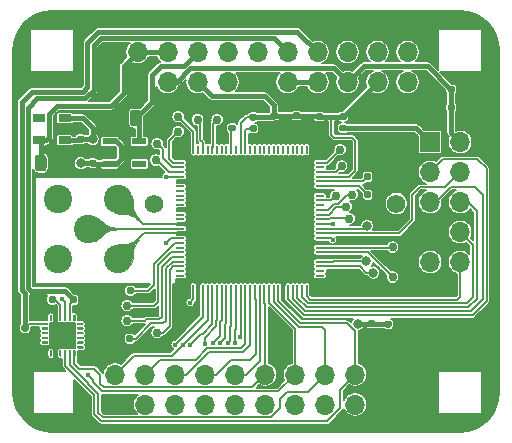
<source format=gtl>
G04 #@! TF.GenerationSoftware,KiCad,Pcbnew,(5.1.6)-1*
G04 #@! TF.CreationDate,2021-09-11T05:13:55-07:00*
G04 #@! TF.ProjectId,scum3c-devboard,7363756d-3363-42d6-9465-76626f617264,rev?*
G04 #@! TF.SameCoordinates,Original*
G04 #@! TF.FileFunction,Copper,L1,Top*
G04 #@! TF.FilePolarity,Positive*
%FSLAX46Y46*%
G04 Gerber Fmt 4.6, Leading zero omitted, Abs format (unit mm)*
G04 Created by KiCad (PCBNEW (5.1.6)-1) date 2021-09-11 05:13:55*
%MOMM*%
%LPD*%
G01*
G04 APERTURE LIST*
G04 #@! TA.AperFunction,SMDPad,CuDef*
%ADD10R,1.210000X0.590000*%
G04 #@! TD*
G04 #@! TA.AperFunction,SMDPad,CuDef*
%ADD11R,1.060000X0.650000*%
G04 #@! TD*
G04 #@! TA.AperFunction,ComponentPad*
%ADD12C,1.574800*%
G04 #@! TD*
G04 #@! TA.AperFunction,ComponentPad*
%ADD13C,2.400000*%
G04 #@! TD*
G04 #@! TA.AperFunction,ComponentPad*
%ADD14R,1.700000X1.700000*%
G04 #@! TD*
G04 #@! TA.AperFunction,ComponentPad*
%ADD15O,1.700000X1.700000*%
G04 #@! TD*
G04 #@! TA.AperFunction,ComponentPad*
%ADD16C,0.762000*%
G04 #@! TD*
G04 #@! TA.AperFunction,ComponentPad*
%ADD17C,0.568750*%
G04 #@! TD*
G04 #@! TA.AperFunction,SMDPad,CuDef*
%ADD18R,1.137500X1.137500*%
G04 #@! TD*
G04 #@! TA.AperFunction,SMDPad,CuDef*
%ADD19O,0.200000X0.800000*%
G04 #@! TD*
G04 #@! TA.AperFunction,SMDPad,CuDef*
%ADD20O,0.800000X0.200000*%
G04 #@! TD*
G04 #@! TA.AperFunction,ViaPad*
%ADD21C,0.406400*%
G04 #@! TD*
G04 #@! TA.AperFunction,ViaPad*
%ADD22C,0.812800*%
G04 #@! TD*
G04 #@! TA.AperFunction,Conductor*
%ADD23C,0.406400*%
G04 #@! TD*
G04 #@! TA.AperFunction,Conductor*
%ADD24C,0.203200*%
G04 #@! TD*
G04 #@! TA.AperFunction,Conductor*
%ADD25C,0.127000*%
G04 #@! TD*
G04 #@! TA.AperFunction,Conductor*
%ADD26C,0.025400*%
G04 #@! TD*
G04 APERTURE END LIST*
D10*
G04 #@! TO.P,U3,5*
G04 #@! TO.N,+1.1V_REG*
X87135001Y-62042000D03*
G04 #@! TO.P,U3,4*
G04 #@! TO.N,N/C*
X87135001Y-63942000D03*
G04 #@! TO.P,U3,3*
G04 #@! TO.N,/1.1V_IN*
X84625001Y-63942000D03*
G04 #@! TO.P,U3,2*
G04 #@! TO.N,GND*
X84625001Y-62992000D03*
G04 #@! TO.P,U3,1*
G04 #@! TO.N,/1.1V_IN*
X84625001Y-62042000D03*
G04 #@! TD*
D11*
G04 #@! TO.P,U2,5*
G04 #@! TO.N,+1.8V_REG*
X78627999Y-61961001D03*
G04 #@! TO.P,U2,4*
G04 #@! TO.N,N/C*
X78627999Y-60061001D03*
G04 #@! TO.P,U2,3*
G04 #@! TO.N,+EXT_BAT*
X80827999Y-60061001D03*
G04 #@! TO.P,U2,2*
G04 #@! TO.N,GND*
X80827999Y-61011001D03*
G04 #@! TO.P,U2,1*
G04 #@! TO.N,+EXT_BAT*
X80827999Y-61961001D03*
G04 #@! TD*
D12*
G04 #@! TO.P,B1,2*
G04 #@! TO.N,+EXT_BAT*
X108889800Y-67310000D03*
G04 #@! TO.P,B1,1*
G04 #@! TO.N,GND*
X88392000Y-67310000D03*
G04 #@! TD*
D13*
G04 #@! TO.P,J4,5*
G04 #@! TO.N,GND*
X85344000Y-72009000D03*
G04 #@! TO.P,J4,4*
X80264000Y-72009000D03*
G04 #@! TO.P,J4,3*
X85344000Y-66929000D03*
G04 #@! TO.P,J4,2*
X80264000Y-66929000D03*
G04 #@! TO.P,J4,1*
G04 #@! TO.N,/scumsheet/ANTENNA*
X82804000Y-69469000D03*
G04 #@! TD*
D14*
G04 #@! TO.P,J1,1*
G04 #@! TO.N,GND*
X84455000Y-57023000D03*
D15*
G04 #@! TO.P,J1,2*
X84455000Y-54483000D03*
G04 #@! TO.P,J1,3*
X86995000Y-57023000D03*
G04 #@! TO.P,J1,4*
G04 #@! TO.N,+1.8V_REG*
X86995000Y-54483000D03*
G04 #@! TO.P,J1,5*
G04 #@! TO.N,+VBAT*
X89535000Y-57023000D03*
G04 #@! TO.P,J1,6*
G04 #@! TO.N,+1.8V_REG*
X89535000Y-54483000D03*
G04 #@! TO.P,J1,7*
G04 #@! TO.N,+VDDD*
X92075000Y-57023000D03*
G04 #@! TO.P,J1,8*
G04 #@! TO.N,+1.1V_REG*
X92075000Y-54483000D03*
G04 #@! TO.P,J1,9*
G04 #@! TO.N,+EXT_BAT*
X94615000Y-57023000D03*
G04 #@! TO.P,J1,10*
G04 #@! TO.N,/1.1V_IN*
X94615000Y-54483000D03*
G04 #@! TO.P,J1,11*
G04 #@! TO.N,GND*
X97155000Y-57023000D03*
G04 #@! TO.P,J1,12*
G04 #@! TO.N,+EXT_BAT*
X97155000Y-54483000D03*
G04 #@! TO.P,J1,13*
G04 #@! TO.N,+VDDIO*
X99695000Y-57023000D03*
G04 #@! TO.P,J1,14*
G04 #@! TO.N,/IMU_VDDIO*
X99695000Y-54483000D03*
G04 #@! TO.P,J1,15*
G04 #@! TO.N,+VDDIO*
X102235000Y-57023000D03*
G04 #@! TO.P,J1,16*
G04 #@! TO.N,/IMU_VDD*
X102235000Y-54483000D03*
G04 #@! TO.P,J1,17*
G04 #@! TO.N,+VBAT*
X104775000Y-57023000D03*
G04 #@! TO.P,J1,18*
G04 #@! TO.N,+VDDIO*
X104775000Y-54483000D03*
G04 #@! TO.P,J1,19*
G04 #@! TO.N,+VDDD*
X107315000Y-57023000D03*
G04 #@! TO.P,J1,20*
G04 #@! TO.N,/BOOT_SOURCE_SEL*
X107315000Y-54483000D03*
G04 #@! TO.P,J1,21*
G04 #@! TO.N,/SENSOR_EXT_IN*
X109855000Y-57023000D03*
G04 #@! TO.P,J1,22*
G04 #@! TO.N,/SENSOR_LDO_OUTPUT*
X109855000Y-54483000D03*
G04 #@! TD*
G04 #@! TO.P,R4,2*
G04 #@! TO.N,Net-(R4-Pad2)*
G04 #@! TA.AperFunction,SMDPad,CuDef*
G36*
G01*
X96601500Y-60665000D02*
X96946500Y-60665000D01*
G75*
G02*
X97094000Y-60812500I0J-147500D01*
G01*
X97094000Y-61107500D01*
G75*
G02*
X96946500Y-61255000I-147500J0D01*
G01*
X96601500Y-61255000D01*
G75*
G02*
X96454000Y-61107500I0J147500D01*
G01*
X96454000Y-60812500D01*
G75*
G02*
X96601500Y-60665000I147500J0D01*
G01*
G37*
G04 #@! TD.AperFunction*
G04 #@! TO.P,R4,1*
G04 #@! TO.N,+VDDD*
G04 #@! TA.AperFunction,SMDPad,CuDef*
G36*
G01*
X96601500Y-59695000D02*
X96946500Y-59695000D01*
G75*
G02*
X97094000Y-59842500I0J-147500D01*
G01*
X97094000Y-60137500D01*
G75*
G02*
X96946500Y-60285000I-147500J0D01*
G01*
X96601500Y-60285000D01*
G75*
G02*
X96454000Y-60137500I0J147500D01*
G01*
X96454000Y-59842500D01*
G75*
G02*
X96601500Y-59695000I147500J0D01*
G01*
G37*
G04 #@! TD.AperFunction*
G04 #@! TD*
G04 #@! TO.P,R3,2*
G04 #@! TO.N,GND*
G04 #@! TA.AperFunction,SMDPad,CuDef*
G36*
G01*
X102189500Y-60619000D02*
X102534500Y-60619000D01*
G75*
G02*
X102682000Y-60766500I0J-147500D01*
G01*
X102682000Y-61061500D01*
G75*
G02*
X102534500Y-61209000I-147500J0D01*
G01*
X102189500Y-61209000D01*
G75*
G02*
X102042000Y-61061500I0J147500D01*
G01*
X102042000Y-60766500D01*
G75*
G02*
X102189500Y-60619000I147500J0D01*
G01*
G37*
G04 #@! TD.AperFunction*
G04 #@! TO.P,R3,1*
G04 #@! TO.N,+VDDD*
G04 #@! TA.AperFunction,SMDPad,CuDef*
G36*
G01*
X102189500Y-59649000D02*
X102534500Y-59649000D01*
G75*
G02*
X102682000Y-59796500I0J-147500D01*
G01*
X102682000Y-60091500D01*
G75*
G02*
X102534500Y-60239000I-147500J0D01*
G01*
X102189500Y-60239000D01*
G75*
G02*
X102042000Y-60091500I0J147500D01*
G01*
X102042000Y-59796500D01*
G75*
G02*
X102189500Y-59649000I147500J0D01*
G01*
G37*
G04 #@! TD.AperFunction*
G04 #@! TD*
G04 #@! TO.P,R2,2*
G04 #@! TO.N,+VDDD*
G04 #@! TA.AperFunction,SMDPad,CuDef*
G36*
G01*
X104566500Y-60239000D02*
X104221500Y-60239000D01*
G75*
G02*
X104074000Y-60091500I0J147500D01*
G01*
X104074000Y-59796500D01*
G75*
G02*
X104221500Y-59649000I147500J0D01*
G01*
X104566500Y-59649000D01*
G75*
G02*
X104714000Y-59796500I0J-147500D01*
G01*
X104714000Y-60091500D01*
G75*
G02*
X104566500Y-60239000I-147500J0D01*
G01*
G37*
G04 #@! TD.AperFunction*
G04 #@! TO.P,R2,1*
G04 #@! TO.N,+NRF_VDDD*
G04 #@! TA.AperFunction,SMDPad,CuDef*
G36*
G01*
X104566500Y-61209000D02*
X104221500Y-61209000D01*
G75*
G02*
X104074000Y-61061500I0J147500D01*
G01*
X104074000Y-60766500D01*
G75*
G02*
X104221500Y-60619000I147500J0D01*
G01*
X104566500Y-60619000D01*
G75*
G02*
X104714000Y-60766500I0J-147500D01*
G01*
X104714000Y-61061500D01*
G75*
G02*
X104566500Y-61209000I-147500J0D01*
G01*
G37*
G04 #@! TD.AperFunction*
G04 #@! TD*
G04 #@! TO.P,C_1.8_OUT1,1*
G04 #@! TO.N,GND*
G04 #@! TA.AperFunction,SMDPad,CuDef*
G36*
G01*
X81158000Y-63424750D02*
X81158000Y-64337250D01*
G75*
G02*
X80914250Y-64581000I-243750J0D01*
G01*
X80426750Y-64581000D01*
G75*
G02*
X80183000Y-64337250I0J243750D01*
G01*
X80183000Y-63424750D01*
G75*
G02*
X80426750Y-63181000I243750J0D01*
G01*
X80914250Y-63181000D01*
G75*
G02*
X81158000Y-63424750I0J-243750D01*
G01*
G37*
G04 #@! TD.AperFunction*
G04 #@! TO.P,C_1.8_OUT1,2*
G04 #@! TO.N,+1.8V_REG*
G04 #@! TA.AperFunction,SMDPad,CuDef*
G36*
G01*
X79283000Y-63424750D02*
X79283000Y-64337250D01*
G75*
G02*
X79039250Y-64581000I-243750J0D01*
G01*
X78551750Y-64581000D01*
G75*
G02*
X78308000Y-64337250I0J243750D01*
G01*
X78308000Y-63424750D01*
G75*
G02*
X78551750Y-63181000I243750J0D01*
G01*
X79039250Y-63181000D01*
G75*
G02*
X79283000Y-63424750I0J-243750D01*
G01*
G37*
G04 #@! TD.AperFunction*
G04 #@! TD*
G04 #@! TO.P,C_1.1_OUT1,1*
G04 #@! TO.N,GND*
G04 #@! TA.AperFunction,SMDPad,CuDef*
G36*
G01*
X84475500Y-60527250D02*
X84475500Y-59614750D01*
G75*
G02*
X84719250Y-59371000I243750J0D01*
G01*
X85206750Y-59371000D01*
G75*
G02*
X85450500Y-59614750I0J-243750D01*
G01*
X85450500Y-60527250D01*
G75*
G02*
X85206750Y-60771000I-243750J0D01*
G01*
X84719250Y-60771000D01*
G75*
G02*
X84475500Y-60527250I0J243750D01*
G01*
G37*
G04 #@! TD.AperFunction*
G04 #@! TO.P,C_1.1_OUT1,2*
G04 #@! TO.N,+1.1V_REG*
G04 #@! TA.AperFunction,SMDPad,CuDef*
G36*
G01*
X86350500Y-60527250D02*
X86350500Y-59614750D01*
G75*
G02*
X86594250Y-59371000I243750J0D01*
G01*
X87081750Y-59371000D01*
G75*
G02*
X87325500Y-59614750I0J-243750D01*
G01*
X87325500Y-60527250D01*
G75*
G02*
X87081750Y-60771000I-243750J0D01*
G01*
X86594250Y-60771000D01*
G75*
G02*
X86350500Y-60527250I0J243750D01*
G01*
G37*
G04 #@! TD.AperFunction*
G04 #@! TD*
G04 #@! TO.P,J3,10*
G04 #@! TO.N,/3WB_DATA*
X114300000Y-72263000D03*
G04 #@! TO.P,J3,9*
G04 #@! TO.N,/GPIO2*
X111760000Y-72263000D03*
G04 #@! TO.P,J3,8*
G04 #@! TO.N,/3WB_ENB*
X114300000Y-69723000D03*
G04 #@! TO.P,J3,7*
G04 #@! TO.N,GND*
X111760000Y-69723000D03*
G04 #@! TO.P,J3,6*
G04 #@! TO.N,/3WB_CLK*
X114300000Y-67183000D03*
G04 #@! TO.P,J3,5*
G04 #@! TO.N,/RsRx*
X111760000Y-67183000D03*
G04 #@! TO.P,J3,4*
G04 #@! TO.N,/HARD_RESET*
X114300000Y-64643000D03*
G04 #@! TO.P,J3,3*
G04 #@! TO.N,/RsTx*
X111760000Y-64643000D03*
G04 #@! TO.P,J3,2*
G04 #@! TO.N,+VBAT*
X114300000Y-62103000D03*
D14*
G04 #@! TO.P,J3,1*
G04 #@! TO.N,+NRF_VDDD*
X111760000Y-62103000D03*
G04 #@! TD*
G04 #@! TO.P,C_1.1_IN1,2*
G04 #@! TO.N,GND*
G04 #@! TA.AperFunction,SMDPad,CuDef*
G36*
G01*
X83357500Y-63206000D02*
X83012500Y-63206000D01*
G75*
G02*
X82865000Y-63058500I0J147500D01*
G01*
X82865000Y-62763500D01*
G75*
G02*
X83012500Y-62616000I147500J0D01*
G01*
X83357500Y-62616000D01*
G75*
G02*
X83505000Y-62763500I0J-147500D01*
G01*
X83505000Y-63058500D01*
G75*
G02*
X83357500Y-63206000I-147500J0D01*
G01*
G37*
G04 #@! TD.AperFunction*
G04 #@! TO.P,C_1.1_IN1,1*
G04 #@! TO.N,/1.1V_IN*
G04 #@! TA.AperFunction,SMDPad,CuDef*
G36*
G01*
X83357500Y-64176000D02*
X83012500Y-64176000D01*
G75*
G02*
X82865000Y-64028500I0J147500D01*
G01*
X82865000Y-63733500D01*
G75*
G02*
X83012500Y-63586000I147500J0D01*
G01*
X83357500Y-63586000D01*
G75*
G02*
X83505000Y-63733500I0J-147500D01*
G01*
X83505000Y-64028500D01*
G75*
G02*
X83357500Y-64176000I-147500J0D01*
G01*
G37*
G04 #@! TD.AperFunction*
G04 #@! TD*
G04 #@! TO.P,C_1.8_IN1,2*
G04 #@! TO.N,GND*
G04 #@! TA.AperFunction,SMDPad,CuDef*
G36*
G01*
X82341500Y-61174000D02*
X81996500Y-61174000D01*
G75*
G02*
X81849000Y-61026500I0J147500D01*
G01*
X81849000Y-60731500D01*
G75*
G02*
X81996500Y-60584000I147500J0D01*
G01*
X82341500Y-60584000D01*
G75*
G02*
X82489000Y-60731500I0J-147500D01*
G01*
X82489000Y-61026500D01*
G75*
G02*
X82341500Y-61174000I-147500J0D01*
G01*
G37*
G04 #@! TD.AperFunction*
G04 #@! TO.P,C_1.8_IN1,1*
G04 #@! TO.N,+EXT_BAT*
G04 #@! TA.AperFunction,SMDPad,CuDef*
G36*
G01*
X82341500Y-62144000D02*
X81996500Y-62144000D01*
G75*
G02*
X81849000Y-61996500I0J147500D01*
G01*
X81849000Y-61701500D01*
G75*
G02*
X81996500Y-61554000I147500J0D01*
G01*
X82341500Y-61554000D01*
G75*
G02*
X82489000Y-61701500I0J-147500D01*
G01*
X82489000Y-61996500D01*
G75*
G02*
X82341500Y-62144000I-147500J0D01*
G01*
G37*
G04 #@! TD.AperFunction*
G04 #@! TD*
D16*
G04 #@! TO.P,J21,1*
G04 #@! TO.N,Net-(J21-Pad1)*
X108585000Y-70993000D03*
G04 #@! TD*
G04 #@! TO.P,J20,1*
G04 #@! TO.N,Net-(J20-Pad1)*
X104140000Y-62738000D03*
G04 #@! TD*
G04 #@! TO.P,J19,1*
G04 #@! TO.N,Net-(J19-Pad1)*
X93726000Y-60198000D03*
G04 #@! TD*
G04 #@! TO.P,J18,1*
G04 #@! TO.N,Net-(J18-Pad1)*
X92075000Y-60198000D03*
G04 #@! TD*
G04 #@! TO.P,J14,1*
G04 #@! TO.N,Net-(J14-Pad1)*
X90424000Y-59944000D03*
G04 #@! TD*
G04 #@! TO.P,J12,1*
G04 #@! TO.N,Net-(J12-Pad1)*
X86106000Y-77216000D03*
G04 #@! TD*
G04 #@! TO.P,J17,1*
G04 #@! TO.N,Net-(J17-Pad1)*
X108585000Y-73533000D03*
G04 #@! TD*
G04 #@! TO.P,J16,1*
G04 #@! TO.N,Net-(J16-Pad1)*
X105156000Y-66548000D03*
G04 #@! TD*
G04 #@! TO.P,J15,1*
G04 #@! TO.N,Net-(J15-Pad1)*
X103759000Y-66675000D03*
G04 #@! TD*
G04 #@! TO.P,J13,1*
G04 #@! TO.N,Net-(J13-Pad1)*
X88646000Y-78232000D03*
G04 #@! TD*
G04 #@! TO.P,J11,1*
G04 #@! TO.N,Net-(J11-Pad1)*
X86106000Y-75946000D03*
G04 #@! TD*
G04 #@! TO.P,J10,1*
G04 #@! TO.N,Net-(J10-Pad1)*
X104648000Y-67564000D03*
G04 #@! TD*
G04 #@! TO.P,J9,1*
G04 #@! TO.N,Net-(J9-Pad1)*
X104902000Y-68580000D03*
G04 #@! TD*
G04 #@! TO.P,J8,1*
G04 #@! TO.N,Net-(J8-Pad1)*
X88519000Y-63627000D03*
G04 #@! TD*
G04 #@! TO.P,J7,1*
G04 #@! TO.N,Net-(J7-Pad1)*
X88646000Y-62230000D03*
G04 #@! TD*
G04 #@! TO.P,J6,1*
G04 #@! TO.N,Net-(J6-Pad1)*
X90424000Y-61214000D03*
G04 #@! TD*
G04 #@! TO.P,J5,1*
G04 #@! TO.N,Net-(J5-Pad1)*
X104267000Y-64135000D03*
G04 #@! TD*
G04 #@! TO.P,GND6,1*
G04 #@! TO.N,GND*
X106680000Y-59944000D03*
G04 #@! TD*
G04 #@! TO.P,GND5,1*
G04 #@! TO.N,GND*
X106680000Y-74422000D03*
G04 #@! TD*
G04 #@! TO.P,GND4,1*
G04 #@! TO.N,GND*
X107188000Y-62992000D03*
G04 #@! TD*
G04 #@! TO.P,GND3,1*
G04 #@! TO.N,GND*
X90678000Y-76962000D03*
G04 #@! TD*
G04 #@! TO.P,GND2,1*
G04 #@! TO.N,GND*
X84328000Y-76708000D03*
G04 #@! TD*
G04 #@! TO.P,GND1,1*
G04 #@! TO.N,GND*
X98552000Y-77724000D03*
G04 #@! TD*
G04 #@! TO.P,R1,2*
G04 #@! TO.N,GND*
G04 #@! TA.AperFunction,SMDPad,CuDef*
G36*
G01*
X107147000Y-65196500D02*
X107147000Y-64851500D01*
G75*
G02*
X107294500Y-64704000I147500J0D01*
G01*
X107589500Y-64704000D01*
G75*
G02*
X107737000Y-64851500I0J-147500D01*
G01*
X107737000Y-65196500D01*
G75*
G02*
X107589500Y-65344000I-147500J0D01*
G01*
X107294500Y-65344000D01*
G75*
G02*
X107147000Y-65196500I0J147500D01*
G01*
G37*
G04 #@! TD.AperFunction*
G04 #@! TO.P,R1,1*
G04 #@! TO.N,/scumsheet/VDDD_DISABLE*
G04 #@! TA.AperFunction,SMDPad,CuDef*
G36*
G01*
X106177000Y-65196500D02*
X106177000Y-64851500D01*
G75*
G02*
X106324500Y-64704000I147500J0D01*
G01*
X106619500Y-64704000D01*
G75*
G02*
X106767000Y-64851500I0J-147500D01*
G01*
X106767000Y-65196500D01*
G75*
G02*
X106619500Y-65344000I-147500J0D01*
G01*
X106324500Y-65344000D01*
G75*
G02*
X106177000Y-65196500I0J147500D01*
G01*
G37*
G04 #@! TD.AperFunction*
G04 #@! TD*
G04 #@! TO.P,C13,2*
G04 #@! TO.N,+VDDD*
G04 #@! TA.AperFunction,SMDPad,CuDef*
G36*
G01*
X100629500Y-60158000D02*
X100284500Y-60158000D01*
G75*
G02*
X100137000Y-60010500I0J147500D01*
G01*
X100137000Y-59715500D01*
G75*
G02*
X100284500Y-59568000I147500J0D01*
G01*
X100629500Y-59568000D01*
G75*
G02*
X100777000Y-59715500I0J-147500D01*
G01*
X100777000Y-60010500D01*
G75*
G02*
X100629500Y-60158000I-147500J0D01*
G01*
G37*
G04 #@! TD.AperFunction*
G04 #@! TO.P,C13,1*
G04 #@! TO.N,GND*
G04 #@! TA.AperFunction,SMDPad,CuDef*
G36*
G01*
X100629500Y-61128000D02*
X100284500Y-61128000D01*
G75*
G02*
X100137000Y-60980500I0J147500D01*
G01*
X100137000Y-60685500D01*
G75*
G02*
X100284500Y-60538000I147500J0D01*
G01*
X100629500Y-60538000D01*
G75*
G02*
X100777000Y-60685500I0J-147500D01*
G01*
X100777000Y-60980500D01*
G75*
G02*
X100629500Y-61128000I-147500J0D01*
G01*
G37*
G04 #@! TD.AperFunction*
G04 #@! TD*
G04 #@! TO.P,C12,2*
G04 #@! TO.N,+VDDD*
G04 #@! TA.AperFunction,SMDPad,CuDef*
G36*
G01*
X98724500Y-60158000D02*
X98379500Y-60158000D01*
G75*
G02*
X98232000Y-60010500I0J147500D01*
G01*
X98232000Y-59715500D01*
G75*
G02*
X98379500Y-59568000I147500J0D01*
G01*
X98724500Y-59568000D01*
G75*
G02*
X98872000Y-59715500I0J-147500D01*
G01*
X98872000Y-60010500D01*
G75*
G02*
X98724500Y-60158000I-147500J0D01*
G01*
G37*
G04 #@! TD.AperFunction*
G04 #@! TO.P,C12,1*
G04 #@! TO.N,GND*
G04 #@! TA.AperFunction,SMDPad,CuDef*
G36*
G01*
X98724500Y-61128000D02*
X98379500Y-61128000D01*
G75*
G02*
X98232000Y-60980500I0J147500D01*
G01*
X98232000Y-60685500D01*
G75*
G02*
X98379500Y-60538000I147500J0D01*
G01*
X98724500Y-60538000D01*
G75*
G02*
X98872000Y-60685500I0J-147500D01*
G01*
X98872000Y-60980500D01*
G75*
G02*
X98724500Y-61128000I-147500J0D01*
G01*
G37*
G04 #@! TD.AperFunction*
G04 #@! TD*
G04 #@! TO.P,C11,2*
G04 #@! TO.N,/scumsheet/AUX_LDO_OUTPUT*
G04 #@! TA.AperFunction,SMDPad,CuDef*
G36*
G01*
X106767000Y-66375500D02*
X106767000Y-66720500D01*
G75*
G02*
X106619500Y-66868000I-147500J0D01*
G01*
X106324500Y-66868000D01*
G75*
G02*
X106177000Y-66720500I0J147500D01*
G01*
X106177000Y-66375500D01*
G75*
G02*
X106324500Y-66228000I147500J0D01*
G01*
X106619500Y-66228000D01*
G75*
G02*
X106767000Y-66375500I0J-147500D01*
G01*
G37*
G04 #@! TD.AperFunction*
G04 #@! TO.P,C11,1*
G04 #@! TO.N,GND*
G04 #@! TA.AperFunction,SMDPad,CuDef*
G36*
G01*
X107737000Y-66375500D02*
X107737000Y-66720500D01*
G75*
G02*
X107589500Y-66868000I-147500J0D01*
G01*
X107294500Y-66868000D01*
G75*
G02*
X107147000Y-66720500I0J147500D01*
G01*
X107147000Y-66375500D01*
G75*
G02*
X107294500Y-66228000I147500J0D01*
G01*
X107589500Y-66228000D01*
G75*
G02*
X107737000Y-66375500I0J-147500D01*
G01*
G37*
G04 #@! TD.AperFunction*
G04 #@! TD*
G04 #@! TO.P,C10,2*
G04 #@! TO.N,GND*
G04 #@! TA.AperFunction,SMDPad,CuDef*
G36*
G01*
X95168500Y-60239000D02*
X94823500Y-60239000D01*
G75*
G02*
X94676000Y-60091500I0J147500D01*
G01*
X94676000Y-59796500D01*
G75*
G02*
X94823500Y-59649000I147500J0D01*
G01*
X95168500Y-59649000D01*
G75*
G02*
X95316000Y-59796500I0J-147500D01*
G01*
X95316000Y-60091500D01*
G75*
G02*
X95168500Y-60239000I-147500J0D01*
G01*
G37*
G04 #@! TD.AperFunction*
G04 #@! TO.P,C10,1*
G04 #@! TO.N,+VDDAO*
G04 #@! TA.AperFunction,SMDPad,CuDef*
G36*
G01*
X95168500Y-61209000D02*
X94823500Y-61209000D01*
G75*
G02*
X94676000Y-61061500I0J147500D01*
G01*
X94676000Y-60766500D01*
G75*
G02*
X94823500Y-60619000I147500J0D01*
G01*
X95168500Y-60619000D01*
G75*
G02*
X95316000Y-60766500I0J-147500D01*
G01*
X95316000Y-61061500D01*
G75*
G02*
X95168500Y-61209000I-147500J0D01*
G01*
G37*
G04 #@! TD.AperFunction*
G04 #@! TD*
G04 #@! TO.P,C9,2*
G04 #@! TO.N,GND*
G04 #@! TA.AperFunction,SMDPad,CuDef*
G36*
G01*
X108031500Y-78191000D02*
X108376500Y-78191000D01*
G75*
G02*
X108524000Y-78338500I0J-147500D01*
G01*
X108524000Y-78633500D01*
G75*
G02*
X108376500Y-78781000I-147500J0D01*
G01*
X108031500Y-78781000D01*
G75*
G02*
X107884000Y-78633500I0J147500D01*
G01*
X107884000Y-78338500D01*
G75*
G02*
X108031500Y-78191000I147500J0D01*
G01*
G37*
G04 #@! TD.AperFunction*
G04 #@! TO.P,C9,1*
G04 #@! TO.N,+VDDIO*
G04 #@! TA.AperFunction,SMDPad,CuDef*
G36*
G01*
X108031500Y-77221000D02*
X108376500Y-77221000D01*
G75*
G02*
X108524000Y-77368500I0J-147500D01*
G01*
X108524000Y-77663500D01*
G75*
G02*
X108376500Y-77811000I-147500J0D01*
G01*
X108031500Y-77811000D01*
G75*
G02*
X107884000Y-77663500I0J147500D01*
G01*
X107884000Y-77368500D01*
G75*
G02*
X108031500Y-77221000I147500J0D01*
G01*
G37*
G04 #@! TD.AperFunction*
G04 #@! TD*
G04 #@! TO.P,C8,2*
G04 #@! TO.N,GND*
G04 #@! TA.AperFunction,SMDPad,CuDef*
G36*
G01*
X106634500Y-78145000D02*
X106979500Y-78145000D01*
G75*
G02*
X107127000Y-78292500I0J-147500D01*
G01*
X107127000Y-78587500D01*
G75*
G02*
X106979500Y-78735000I-147500J0D01*
G01*
X106634500Y-78735000D01*
G75*
G02*
X106487000Y-78587500I0J147500D01*
G01*
X106487000Y-78292500D01*
G75*
G02*
X106634500Y-78145000I147500J0D01*
G01*
G37*
G04 #@! TD.AperFunction*
G04 #@! TO.P,C8,1*
G04 #@! TO.N,+VDDIO*
G04 #@! TA.AperFunction,SMDPad,CuDef*
G36*
G01*
X106634500Y-77175000D02*
X106979500Y-77175000D01*
G75*
G02*
X107127000Y-77322500I0J-147500D01*
G01*
X107127000Y-77617500D01*
G75*
G02*
X106979500Y-77765000I-147500J0D01*
G01*
X106634500Y-77765000D01*
G75*
G02*
X106487000Y-77617500I0J147500D01*
G01*
X106487000Y-77322500D01*
G75*
G02*
X106634500Y-77175000I147500J0D01*
G01*
G37*
G04 #@! TD.AperFunction*
G04 #@! TD*
G04 #@! TO.P,C7,2*
G04 #@! TO.N,GND*
G04 #@! TA.AperFunction,SMDPad,CuDef*
G36*
G01*
X114213000Y-59354500D02*
X114213000Y-59009500D01*
G75*
G02*
X114360500Y-58862000I147500J0D01*
G01*
X114655500Y-58862000D01*
G75*
G02*
X114803000Y-59009500I0J-147500D01*
G01*
X114803000Y-59354500D01*
G75*
G02*
X114655500Y-59502000I-147500J0D01*
G01*
X114360500Y-59502000D01*
G75*
G02*
X114213000Y-59354500I0J147500D01*
G01*
G37*
G04 #@! TD.AperFunction*
G04 #@! TO.P,C7,1*
G04 #@! TO.N,+VBAT*
G04 #@! TA.AperFunction,SMDPad,CuDef*
G36*
G01*
X113243000Y-59354500D02*
X113243000Y-59009500D01*
G75*
G02*
X113390500Y-58862000I147500J0D01*
G01*
X113685500Y-58862000D01*
G75*
G02*
X113833000Y-59009500I0J-147500D01*
G01*
X113833000Y-59354500D01*
G75*
G02*
X113685500Y-59502000I-147500J0D01*
G01*
X113390500Y-59502000D01*
G75*
G02*
X113243000Y-59354500I0J147500D01*
G01*
G37*
G04 #@! TD.AperFunction*
G04 #@! TD*
G04 #@! TO.P,C6,2*
G04 #@! TO.N,GND*
G04 #@! TA.AperFunction,SMDPad,CuDef*
G36*
G01*
X114213000Y-57830500D02*
X114213000Y-57485500D01*
G75*
G02*
X114360500Y-57338000I147500J0D01*
G01*
X114655500Y-57338000D01*
G75*
G02*
X114803000Y-57485500I0J-147500D01*
G01*
X114803000Y-57830500D01*
G75*
G02*
X114655500Y-57978000I-147500J0D01*
G01*
X114360500Y-57978000D01*
G75*
G02*
X114213000Y-57830500I0J147500D01*
G01*
G37*
G04 #@! TD.AperFunction*
G04 #@! TO.P,C6,1*
G04 #@! TO.N,+VBAT*
G04 #@! TA.AperFunction,SMDPad,CuDef*
G36*
G01*
X113243000Y-57830500D02*
X113243000Y-57485500D01*
G75*
G02*
X113390500Y-57338000I147500J0D01*
G01*
X113685500Y-57338000D01*
G75*
G02*
X113833000Y-57485500I0J-147500D01*
G01*
X113833000Y-57830500D01*
G75*
G02*
X113685500Y-57978000I-147500J0D01*
G01*
X113390500Y-57978000D01*
G75*
G02*
X113243000Y-57830500I0J147500D01*
G01*
G37*
G04 #@! TD.AperFunction*
G04 #@! TD*
G04 #@! TO.P,C5,2*
G04 #@! TO.N,GND*
G04 #@! TA.AperFunction,SMDPad,CuDef*
G36*
G01*
X85685000Y-74503500D02*
X85685000Y-74848500D01*
G75*
G02*
X85537500Y-74996000I-147500J0D01*
G01*
X85242500Y-74996000D01*
G75*
G02*
X85095000Y-74848500I0J147500D01*
G01*
X85095000Y-74503500D01*
G75*
G02*
X85242500Y-74356000I147500J0D01*
G01*
X85537500Y-74356000D01*
G75*
G02*
X85685000Y-74503500I0J-147500D01*
G01*
G37*
G04 #@! TD.AperFunction*
G04 #@! TO.P,C5,1*
G04 #@! TO.N,/scumsheet/PA_LDO_OUTPUT*
G04 #@! TA.AperFunction,SMDPad,CuDef*
G36*
G01*
X86655000Y-74503500D02*
X86655000Y-74848500D01*
G75*
G02*
X86507500Y-74996000I-147500J0D01*
G01*
X86212500Y-74996000D01*
G75*
G02*
X86065000Y-74848500I0J147500D01*
G01*
X86065000Y-74503500D01*
G75*
G02*
X86212500Y-74356000I147500J0D01*
G01*
X86507500Y-74356000D01*
G75*
G02*
X86655000Y-74503500I0J-147500D01*
G01*
G37*
G04 #@! TD.AperFunction*
G04 #@! TD*
G04 #@! TO.P,C4,2*
G04 #@! TO.N,GND*
G04 #@! TA.AperFunction,SMDPad,CuDef*
G36*
G01*
X85662000Y-78567500D02*
X85662000Y-78912500D01*
G75*
G02*
X85514500Y-79060000I-147500J0D01*
G01*
X85219500Y-79060000D01*
G75*
G02*
X85072000Y-78912500I0J147500D01*
G01*
X85072000Y-78567500D01*
G75*
G02*
X85219500Y-78420000I147500J0D01*
G01*
X85514500Y-78420000D01*
G75*
G02*
X85662000Y-78567500I0J-147500D01*
G01*
G37*
G04 #@! TD.AperFunction*
G04 #@! TO.P,C4,1*
G04 #@! TO.N,/scumsheet/LO_LDO_OUTPUT*
G04 #@! TA.AperFunction,SMDPad,CuDef*
G36*
G01*
X86632000Y-78567500D02*
X86632000Y-78912500D01*
G75*
G02*
X86484500Y-79060000I-147500J0D01*
G01*
X86189500Y-79060000D01*
G75*
G02*
X86042000Y-78912500I0J147500D01*
G01*
X86042000Y-78567500D01*
G75*
G02*
X86189500Y-78420000I147500J0D01*
G01*
X86484500Y-78420000D01*
G75*
G02*
X86632000Y-78567500I0J-147500D01*
G01*
G37*
G04 #@! TD.AperFunction*
G04 #@! TD*
D15*
G04 #@! TO.P,J2,20*
G04 #@! TO.N,GND*
X107950000Y-81788000D03*
G04 #@! TO.P,J2,19*
X107950000Y-84328000D03*
G04 #@! TO.P,J2,18*
G04 #@! TO.N,/GPIO15*
X105410000Y-81788000D03*
G04 #@! TO.P,J2,17*
G04 #@! TO.N,/GPIO7*
X105410000Y-84328000D03*
G04 #@! TO.P,J2,16*
G04 #@! TO.N,/GPIO14*
X102870000Y-81788000D03*
G04 #@! TO.P,J2,15*
G04 #@! TO.N,/GPIO6*
X102870000Y-84328000D03*
G04 #@! TO.P,J2,14*
G04 #@! TO.N,/GPIO13*
X100330000Y-81788000D03*
G04 #@! TO.P,J2,13*
G04 #@! TO.N,/GPIO5*
X100330000Y-84328000D03*
G04 #@! TO.P,J2,12*
G04 #@! TO.N,/GPIO12*
X97790000Y-81788000D03*
G04 #@! TO.P,J2,11*
G04 #@! TO.N,/GPIO4*
X97790000Y-84328000D03*
G04 #@! TO.P,J2,10*
G04 #@! TO.N,/GPIO11*
X95250000Y-81788000D03*
G04 #@! TO.P,J2,9*
G04 #@! TO.N,/GPIO3*
X95250000Y-84328000D03*
G04 #@! TO.P,J2,8*
G04 #@! TO.N,/GPIO10*
X92710000Y-81788000D03*
G04 #@! TO.P,J2,7*
G04 #@! TO.N,/GPIO2*
X92710000Y-84328000D03*
G04 #@! TO.P,J2,6*
G04 #@! TO.N,/GPIO9*
X90170000Y-81788000D03*
G04 #@! TO.P,J2,5*
G04 #@! TO.N,/GPIO1*
X90170000Y-84328000D03*
G04 #@! TO.P,J2,4*
G04 #@! TO.N,/GPIO8*
X87630000Y-81788000D03*
G04 #@! TO.P,J2,3*
G04 #@! TO.N,/GPIO0*
X87630000Y-84328000D03*
G04 #@! TO.P,J2,2*
G04 #@! TO.N,/GPIO1*
X85090000Y-81788000D03*
D14*
G04 #@! TO.P,J2,1*
G04 #@! TO.N,GND*
X85090000Y-84328000D03*
G04 #@! TD*
D17*
G04 #@! TO.P,U1,101*
G04 #@! TO.N,GND*
X100501250Y-72619250D03*
X100501250Y-71481750D03*
X100501250Y-70344250D03*
X100501250Y-69206750D03*
X100501250Y-68069250D03*
X100501250Y-66931750D03*
X100501250Y-65794250D03*
X100501250Y-64656750D03*
X99363750Y-72619250D03*
X99363750Y-71481750D03*
X99363750Y-70344250D03*
X99363750Y-69206750D03*
X99363750Y-68069250D03*
X99363750Y-66931750D03*
X99363750Y-65794250D03*
X99363750Y-64656750D03*
X98226250Y-72619250D03*
X98226250Y-71481750D03*
X98226250Y-70344250D03*
X98226250Y-69206750D03*
X98226250Y-68069250D03*
X98226250Y-66931750D03*
X98226250Y-65794250D03*
X98226250Y-64656750D03*
X97088750Y-72619250D03*
X97088750Y-71481750D03*
X97088750Y-70344250D03*
X97088750Y-69206750D03*
X97088750Y-68069250D03*
X97088750Y-66931750D03*
X97088750Y-65794250D03*
X97088750Y-64656750D03*
X95951250Y-72619250D03*
X95951250Y-71481750D03*
X95951250Y-70344250D03*
X95951250Y-69206750D03*
X95951250Y-68069250D03*
X95951250Y-66931750D03*
X95951250Y-65794250D03*
X95951250Y-64656750D03*
X94813750Y-72619250D03*
X94813750Y-71481750D03*
X94813750Y-70344250D03*
X94813750Y-69206750D03*
X94813750Y-68069250D03*
X94813750Y-66931750D03*
X94813750Y-65794250D03*
X94813750Y-64656750D03*
X93676250Y-72619250D03*
X93676250Y-71481750D03*
X93676250Y-70344250D03*
X93676250Y-69206750D03*
X93676250Y-68069250D03*
X93676250Y-66931750D03*
X93676250Y-65794250D03*
X93676250Y-64656750D03*
X92538750Y-72619250D03*
X92538750Y-71481750D03*
X92538750Y-70344250D03*
X92538750Y-69206750D03*
X92538750Y-68069250D03*
X92538750Y-66931750D03*
X92538750Y-65794250D03*
X92538750Y-64656750D03*
D18*
X100501250Y-72619250D03*
X100501250Y-71481750D03*
X100501250Y-70344250D03*
X100501250Y-69206750D03*
X100501250Y-68069250D03*
X100501250Y-66931750D03*
X100501250Y-65794250D03*
X100501250Y-64656750D03*
X99363750Y-72619250D03*
X99363750Y-71481750D03*
X99363750Y-70344250D03*
X99363750Y-69206750D03*
X99363750Y-68069250D03*
X99363750Y-66931750D03*
X99363750Y-65794250D03*
X99363750Y-64656750D03*
X98226250Y-72619250D03*
X98226250Y-71481750D03*
X98226250Y-70344250D03*
X98226250Y-69206750D03*
X98226250Y-68069250D03*
X98226250Y-66931750D03*
X98226250Y-65794250D03*
X98226250Y-64656750D03*
X97088750Y-72619250D03*
X97088750Y-71481750D03*
X97088750Y-70344250D03*
X97088750Y-69206750D03*
X97088750Y-68069250D03*
X97088750Y-66931750D03*
X97088750Y-65794250D03*
X97088750Y-64656750D03*
X95951250Y-72619250D03*
X95951250Y-71481750D03*
X95951250Y-70344250D03*
X95951250Y-69206750D03*
X95951250Y-68069250D03*
X95951250Y-66931750D03*
X95951250Y-65794250D03*
X95951250Y-64656750D03*
X94813750Y-72619250D03*
X94813750Y-71481750D03*
X94813750Y-70344250D03*
X94813750Y-69206750D03*
X94813750Y-68069250D03*
X94813750Y-66931750D03*
X94813750Y-65794250D03*
X94813750Y-64656750D03*
X93676250Y-72619250D03*
X93676250Y-71481750D03*
X93676250Y-70344250D03*
X93676250Y-69206750D03*
X93676250Y-68069250D03*
X93676250Y-66931750D03*
X93676250Y-65794250D03*
X93676250Y-64656750D03*
X92538750Y-72619250D03*
X92538750Y-71481750D03*
X92538750Y-70344250D03*
X92538750Y-69206750D03*
X92538750Y-68069250D03*
X92538750Y-66931750D03*
X92538750Y-65794250D03*
X92538750Y-64656750D03*
D19*
G04 #@! TO.P,U1,100*
G04 #@! TO.N,Net-(J14-Pad1)*
X91720000Y-62738000D03*
G04 #@! TO.P,U1,99*
G04 #@! TO.N,N/C*
X92120000Y-62738000D03*
G04 #@! TO.P,U1,98*
G04 #@! TO.N,Net-(J18-Pad1)*
X92520000Y-62738000D03*
G04 #@! TO.P,U1,97*
G04 #@! TO.N,N/C*
X92920000Y-62738000D03*
G04 #@! TO.P,U1,96*
G04 #@! TO.N,Net-(J19-Pad1)*
X93320000Y-62738000D03*
G04 #@! TO.P,U1,95*
G04 #@! TO.N,N/C*
X93720000Y-62738000D03*
G04 #@! TO.P,U1,94*
X94120000Y-62738000D03*
G04 #@! TO.P,U1,93*
X94520000Y-62738000D03*
G04 #@! TO.P,U1,92*
G04 #@! TO.N,+VDDAO*
X94920000Y-62738000D03*
G04 #@! TO.P,U1,91*
G04 #@! TO.N,N/C*
X95320000Y-62738000D03*
G04 #@! TO.P,U1,90*
G04 #@! TO.N,+VDDD*
X95720000Y-62738000D03*
G04 #@! TO.P,U1,89*
G04 #@! TO.N,Net-(R4-Pad2)*
X96120000Y-62738000D03*
G04 #@! TO.P,U1,88*
G04 #@! TO.N,N/C*
X96520000Y-62738000D03*
G04 #@! TO.P,U1,87*
X96920000Y-62738000D03*
G04 #@! TO.P,U1,86*
X97320000Y-62738000D03*
G04 #@! TO.P,U1,85*
X97720000Y-62738000D03*
G04 #@! TO.P,U1,84*
X98120000Y-62738000D03*
G04 #@! TO.P,U1,83*
X98520000Y-62738000D03*
G04 #@! TO.P,U1,82*
X98920000Y-62738000D03*
G04 #@! TO.P,U1,81*
X99320000Y-62738000D03*
G04 #@! TO.P,U1,80*
X99720000Y-62738000D03*
G04 #@! TO.P,U1,79*
X100120000Y-62738000D03*
G04 #@! TO.P,U1,78*
X100520000Y-62738000D03*
G04 #@! TO.P,U1,77*
X100920000Y-62738000D03*
G04 #@! TO.P,U1,76*
X101320000Y-62738000D03*
D20*
G04 #@! TO.P,U1,75*
G04 #@! TO.N,Net-(J20-Pad1)*
X102420000Y-63838000D03*
G04 #@! TO.P,U1,74*
G04 #@! TO.N,N/C*
X102420000Y-64238000D03*
G04 #@! TO.P,U1,73*
G04 #@! TO.N,Net-(J5-Pad1)*
X102420000Y-64638000D03*
G04 #@! TO.P,U1,72*
G04 #@! TO.N,+VDDD*
X102420000Y-65038000D03*
G04 #@! TO.P,U1,71*
G04 #@! TO.N,/scumsheet/VDDD_DISABLE*
X102420000Y-65438000D03*
G04 #@! TO.P,U1,70*
G04 #@! TO.N,/scumsheet/AUX_LDO_OUTPUT*
X102420000Y-65838000D03*
G04 #@! TO.P,U1,69*
G04 #@! TO.N,GND*
X102420000Y-66238000D03*
G04 #@! TO.P,U1,68*
G04 #@! TO.N,N/C*
X102420000Y-66638000D03*
G04 #@! TO.P,U1,67*
G04 #@! TO.N,Net-(J15-Pad1)*
X102420000Y-67038000D03*
G04 #@! TO.P,U1,66*
G04 #@! TO.N,N/C*
X102420000Y-67438000D03*
G04 #@! TO.P,U1,65*
G04 #@! TO.N,Net-(J16-Pad1)*
X102420000Y-67838000D03*
G04 #@! TO.P,U1,64*
G04 #@! TO.N,Net-(J10-Pad1)*
X102420000Y-68238000D03*
G04 #@! TO.P,U1,63*
G04 #@! TO.N,Net-(J9-Pad1)*
X102420000Y-68638000D03*
G04 #@! TO.P,U1,62*
G04 #@! TO.N,+VBAT*
X102420000Y-69038000D03*
G04 #@! TO.P,U1,61*
G04 #@! TO.N,/BOOT_SOURCE_SEL*
X102420000Y-69438000D03*
G04 #@! TO.P,U1,60*
G04 #@! TO.N,/HARD_RESET*
X102420000Y-69838000D03*
G04 #@! TO.P,U1,59*
G04 #@! TO.N,+VBAT*
X102420000Y-70238000D03*
G04 #@! TO.P,U1,58*
G04 #@! TO.N,GND*
X102420000Y-70638000D03*
G04 #@! TO.P,U1,57*
G04 #@! TO.N,Net-(J21-Pad1)*
X102420000Y-71038000D03*
G04 #@! TO.P,U1,56*
G04 #@! TO.N,Net-(J17-Pad1)*
X102420000Y-71438000D03*
G04 #@! TO.P,U1,55*
G04 #@! TO.N,GND*
X102420000Y-71838000D03*
G04 #@! TO.P,U1,54*
G04 #@! TO.N,/SENSOR_EXT_IN*
X102420000Y-72238000D03*
G04 #@! TO.P,U1,53*
G04 #@! TO.N,/SENSOR_LDO_OUTPUT*
X102420000Y-72638000D03*
G04 #@! TO.P,U1,52*
G04 #@! TO.N,N/C*
X102420000Y-73038000D03*
G04 #@! TO.P,U1,51*
X102420000Y-73438000D03*
D19*
G04 #@! TO.P,U1,50*
G04 #@! TO.N,/3WB_DATA*
X101320000Y-74538000D03*
G04 #@! TO.P,U1,49*
G04 #@! TO.N,/3WB_ENB*
X100920000Y-74538000D03*
G04 #@! TO.P,U1,48*
G04 #@! TO.N,/3WB_CLK*
X100520000Y-74538000D03*
G04 #@! TO.P,U1,47*
G04 #@! TO.N,/RsRx*
X100120000Y-74538000D03*
G04 #@! TO.P,U1,46*
G04 #@! TO.N,/RsTx*
X99720000Y-74538000D03*
G04 #@! TO.P,U1,45*
G04 #@! TO.N,GND*
X99320000Y-74538000D03*
G04 #@! TO.P,U1,44*
G04 #@! TO.N,/GPIO15*
X98920000Y-74538000D03*
G04 #@! TO.P,U1,43*
G04 #@! TO.N,/GPIO14*
X98520000Y-74538000D03*
G04 #@! TO.P,U1,42*
G04 #@! TO.N,/GPIO13*
X98120000Y-74538000D03*
G04 #@! TO.P,U1,41*
G04 #@! TO.N,/GPIO12*
X97720000Y-74538000D03*
G04 #@! TO.P,U1,40*
G04 #@! TO.N,/GPIO11*
X97320000Y-74538000D03*
G04 #@! TO.P,U1,39*
G04 #@! TO.N,/GPIO10*
X96920000Y-74538000D03*
G04 #@! TO.P,U1,38*
G04 #@! TO.N,/GPIO9*
X96520000Y-74538000D03*
G04 #@! TO.P,U1,37*
G04 #@! TO.N,/GPIO8*
X96120000Y-74538000D03*
G04 #@! TO.P,U1,36*
G04 #@! TO.N,+VDDIO*
X95720000Y-74538000D03*
G04 #@! TO.P,U1,35*
G04 #@! TO.N,/GPIO7*
X95320000Y-74538000D03*
G04 #@! TO.P,U1,34*
G04 #@! TO.N,/GPIO6*
X94920000Y-74538000D03*
G04 #@! TO.P,U1,33*
G04 #@! TO.N,/GPIO5*
X94520000Y-74538000D03*
G04 #@! TO.P,U1,32*
G04 #@! TO.N,/GPIO4*
X94120000Y-74538000D03*
G04 #@! TO.P,U1,31*
G04 #@! TO.N,/GPIO3*
X93720000Y-74538000D03*
G04 #@! TO.P,U1,30*
G04 #@! TO.N,/GPIO2*
X93320000Y-74538000D03*
G04 #@! TO.P,U1,29*
G04 #@! TO.N,/GPIO1*
X92920000Y-74538000D03*
G04 #@! TO.P,U1,28*
G04 #@! TO.N,/GPIO0*
X92520000Y-74538000D03*
G04 #@! TO.P,U1,27*
G04 #@! TO.N,GND*
X92120000Y-74538000D03*
G04 #@! TO.P,U1,26*
G04 #@! TO.N,+VBAT*
X91720000Y-74538000D03*
D20*
G04 #@! TO.P,U1,25*
G04 #@! TO.N,N/C*
X90620000Y-73438000D03*
G04 #@! TO.P,U1,24*
X90620000Y-73038000D03*
G04 #@! TO.P,U1,23*
G04 #@! TO.N,Net-(J13-Pad1)*
X90620000Y-72638000D03*
G04 #@! TO.P,U1,22*
G04 #@! TO.N,/scumsheet/LO_LDO_OUTPUT*
X90620000Y-72238000D03*
G04 #@! TO.P,U1,21*
G04 #@! TO.N,Net-(J12-Pad1)*
X90620000Y-71838000D03*
G04 #@! TO.P,U1,20*
G04 #@! TO.N,Net-(J11-Pad1)*
X90620000Y-71438000D03*
G04 #@! TO.P,U1,19*
G04 #@! TO.N,N/C*
X90620000Y-71038000D03*
G04 #@! TO.P,U1,18*
G04 #@! TO.N,/scumsheet/PA_LDO_OUTPUT*
X90620000Y-70638000D03*
G04 #@! TO.P,U1,17*
G04 #@! TO.N,+VBAT*
X90620000Y-70238000D03*
G04 #@! TO.P,U1,16*
G04 #@! TO.N,GND*
X90620000Y-69838000D03*
G04 #@! TO.P,U1,15*
G04 #@! TO.N,/scumsheet/ANTENNA*
X90620000Y-69438000D03*
G04 #@! TO.P,U1,14*
G04 #@! TO.N,GND*
X90620000Y-69038000D03*
G04 #@! TO.P,U1,13*
G04 #@! TO.N,N/C*
X90620000Y-68638000D03*
G04 #@! TO.P,U1,12*
X90620000Y-68238000D03*
G04 #@! TO.P,U1,11*
G04 #@! TO.N,GND*
X90620000Y-67838000D03*
G04 #@! TO.P,U1,10*
G04 #@! TO.N,N/C*
X90620000Y-67438000D03*
G04 #@! TO.P,U1,9*
X90620000Y-67038000D03*
G04 #@! TO.P,U1,8*
X90620000Y-66638000D03*
G04 #@! TO.P,U1,7*
X90620000Y-66238000D03*
G04 #@! TO.P,U1,6*
X90620000Y-65838000D03*
G04 #@! TO.P,U1,5*
G04 #@! TO.N,GND*
X90620000Y-65438000D03*
G04 #@! TO.P,U1,4*
G04 #@! TO.N,+VBAT*
X90620000Y-65038000D03*
G04 #@! TO.P,U1,3*
G04 #@! TO.N,Net-(J8-Pad1)*
X90620000Y-64638000D03*
G04 #@! TO.P,U1,2*
G04 #@! TO.N,Net-(J7-Pad1)*
X90620000Y-64238000D03*
G04 #@! TO.P,U1,1*
G04 #@! TO.N,Net-(J6-Pad1)*
X90620000Y-63838000D03*
G04 #@! TD*
G04 #@! TO.P,C3,1*
G04 #@! TO.N,Net-(C3-Pad1)*
G04 #@! TA.AperFunction,SMDPad,CuDef*
G36*
G01*
X80051000Y-75265500D02*
X80051000Y-75610500D01*
G75*
G02*
X79903500Y-75758000I-147500J0D01*
G01*
X79608500Y-75758000D01*
G75*
G02*
X79461000Y-75610500I0J147500D01*
G01*
X79461000Y-75265500D01*
G75*
G02*
X79608500Y-75118000I147500J0D01*
G01*
X79903500Y-75118000D01*
G75*
G02*
X80051000Y-75265500I0J-147500D01*
G01*
G37*
G04 #@! TD.AperFunction*
G04 #@! TO.P,C3,2*
G04 #@! TO.N,GND*
G04 #@! TA.AperFunction,SMDPad,CuDef*
G36*
G01*
X79081000Y-75265500D02*
X79081000Y-75610500D01*
G75*
G02*
X78933500Y-75758000I-147500J0D01*
G01*
X78638500Y-75758000D01*
G75*
G02*
X78491000Y-75610500I0J147500D01*
G01*
X78491000Y-75265500D01*
G75*
G02*
X78638500Y-75118000I147500J0D01*
G01*
X78933500Y-75118000D01*
G75*
G02*
X79081000Y-75265500I0J-147500D01*
G01*
G37*
G04 #@! TD.AperFunction*
G04 #@! TD*
G04 #@! TO.P,C2,1*
G04 #@! TO.N,/IMU_VDD*
G04 #@! TA.AperFunction,SMDPad,CuDef*
G36*
G01*
X77297500Y-77556000D02*
X77642500Y-77556000D01*
G75*
G02*
X77790000Y-77703500I0J-147500D01*
G01*
X77790000Y-77998500D01*
G75*
G02*
X77642500Y-78146000I-147500J0D01*
G01*
X77297500Y-78146000D01*
G75*
G02*
X77150000Y-77998500I0J147500D01*
G01*
X77150000Y-77703500D01*
G75*
G02*
X77297500Y-77556000I147500J0D01*
G01*
G37*
G04 #@! TD.AperFunction*
G04 #@! TO.P,C2,2*
G04 #@! TO.N,GND*
G04 #@! TA.AperFunction,SMDPad,CuDef*
G36*
G01*
X77297500Y-78526000D02*
X77642500Y-78526000D01*
G75*
G02*
X77790000Y-78673500I0J-147500D01*
G01*
X77790000Y-78968500D01*
G75*
G02*
X77642500Y-79116000I-147500J0D01*
G01*
X77297500Y-79116000D01*
G75*
G02*
X77150000Y-78968500I0J147500D01*
G01*
X77150000Y-78673500D01*
G75*
G02*
X77297500Y-78526000I147500J0D01*
G01*
G37*
G04 #@! TD.AperFunction*
G04 #@! TD*
G04 #@! TO.P,C1,1*
G04 #@! TO.N,/IMU_VDDIO*
G04 #@! TA.AperFunction,SMDPad,CuDef*
G36*
G01*
X81285000Y-75610500D02*
X81285000Y-75265500D01*
G75*
G02*
X81432500Y-75118000I147500J0D01*
G01*
X81727500Y-75118000D01*
G75*
G02*
X81875000Y-75265500I0J-147500D01*
G01*
X81875000Y-75610500D01*
G75*
G02*
X81727500Y-75758000I-147500J0D01*
G01*
X81432500Y-75758000D01*
G75*
G02*
X81285000Y-75610500I0J147500D01*
G01*
G37*
G04 #@! TD.AperFunction*
G04 #@! TO.P,C1,2*
G04 #@! TO.N,GND*
G04 #@! TA.AperFunction,SMDPad,CuDef*
G36*
G01*
X82255000Y-75610500D02*
X82255000Y-75265500D01*
G75*
G02*
X82402500Y-75118000I147500J0D01*
G01*
X82697500Y-75118000D01*
G75*
G02*
X82845000Y-75265500I0J-147500D01*
G01*
X82845000Y-75610500D01*
G75*
G02*
X82697500Y-75758000I-147500J0D01*
G01*
X82402500Y-75758000D01*
G75*
G02*
X82255000Y-75610500I0J147500D01*
G01*
G37*
G04 #@! TD.AperFunction*
G04 #@! TD*
G04 #@! TO.P,U9AB1,1*
G04 #@! TO.N,N/C*
G04 #@! TA.AperFunction,SMDPad,CuDef*
G36*
G01*
X82420000Y-79436000D02*
X82420000Y-79536000D01*
G75*
G02*
X82370000Y-79586000I-50000J0D01*
G01*
X81920000Y-79586000D01*
G75*
G02*
X81870000Y-79536000I0J50000D01*
G01*
X81870000Y-79436000D01*
G75*
G02*
X81920000Y-79386000I50000J0D01*
G01*
X82370000Y-79386000D01*
G75*
G02*
X82420000Y-79436000I0J-50000D01*
G01*
G37*
G04 #@! TD.AperFunction*
G04 #@! TO.P,U9AB1,2*
G04 #@! TA.AperFunction,SMDPad,CuDef*
G36*
G01*
X82420000Y-79036000D02*
X82420000Y-79136000D01*
G75*
G02*
X82370000Y-79186000I-50000J0D01*
G01*
X81920000Y-79186000D01*
G75*
G02*
X81870000Y-79136000I0J50000D01*
G01*
X81870000Y-79036000D01*
G75*
G02*
X81920000Y-78986000I50000J0D01*
G01*
X82370000Y-78986000D01*
G75*
G02*
X82420000Y-79036000I0J-50000D01*
G01*
G37*
G04 #@! TD.AperFunction*
G04 #@! TO.P,U9AB1,3*
G04 #@! TA.AperFunction,SMDPad,CuDef*
G36*
G01*
X82420000Y-78636000D02*
X82420000Y-78736000D01*
G75*
G02*
X82370000Y-78786000I-50000J0D01*
G01*
X81920000Y-78786000D01*
G75*
G02*
X81870000Y-78736000I0J50000D01*
G01*
X81870000Y-78636000D01*
G75*
G02*
X81920000Y-78586000I50000J0D01*
G01*
X82370000Y-78586000D01*
G75*
G02*
X82420000Y-78636000I0J-50000D01*
G01*
G37*
G04 #@! TD.AperFunction*
G04 #@! TO.P,U9AB1,4*
G04 #@! TA.AperFunction,SMDPad,CuDef*
G36*
G01*
X82420000Y-78236000D02*
X82420000Y-78336000D01*
G75*
G02*
X82370000Y-78386000I-50000J0D01*
G01*
X81920000Y-78386000D01*
G75*
G02*
X81870000Y-78336000I0J50000D01*
G01*
X81870000Y-78236000D01*
G75*
G02*
X81920000Y-78186000I50000J0D01*
G01*
X82370000Y-78186000D01*
G75*
G02*
X82420000Y-78236000I0J-50000D01*
G01*
G37*
G04 #@! TD.AperFunction*
G04 #@! TO.P,U9AB1,5*
G04 #@! TA.AperFunction,SMDPad,CuDef*
G36*
G01*
X82420000Y-77836000D02*
X82420000Y-77936000D01*
G75*
G02*
X82370000Y-77986000I-50000J0D01*
G01*
X81920000Y-77986000D01*
G75*
G02*
X81870000Y-77936000I0J50000D01*
G01*
X81870000Y-77836000D01*
G75*
G02*
X81920000Y-77786000I50000J0D01*
G01*
X82370000Y-77786000D01*
G75*
G02*
X82420000Y-77836000I0J-50000D01*
G01*
G37*
G04 #@! TD.AperFunction*
G04 #@! TO.P,U9AB1,6*
G04 #@! TA.AperFunction,SMDPad,CuDef*
G36*
G01*
X82420000Y-77436000D02*
X82420000Y-77536000D01*
G75*
G02*
X82370000Y-77586000I-50000J0D01*
G01*
X81920000Y-77586000D01*
G75*
G02*
X81870000Y-77536000I0J50000D01*
G01*
X81870000Y-77436000D01*
G75*
G02*
X81920000Y-77386000I50000J0D01*
G01*
X82370000Y-77386000D01*
G75*
G02*
X82420000Y-77436000I0J-50000D01*
G01*
G37*
G04 #@! TD.AperFunction*
G04 #@! TO.P,U9AB1,7*
G04 #@! TA.AperFunction,SMDPad,CuDef*
G36*
G01*
X81595000Y-76711000D02*
X81695000Y-76711000D01*
G75*
G02*
X81745000Y-76761000I0J-50000D01*
G01*
X81745000Y-77211000D01*
G75*
G02*
X81695000Y-77261000I-50000J0D01*
G01*
X81595000Y-77261000D01*
G75*
G02*
X81545000Y-77211000I0J50000D01*
G01*
X81545000Y-76761000D01*
G75*
G02*
X81595000Y-76711000I50000J0D01*
G01*
G37*
G04 #@! TD.AperFunction*
G04 #@! TO.P,U9AB1,8*
G04 #@! TO.N,/IMU_VDDIO*
G04 #@! TA.AperFunction,SMDPad,CuDef*
G36*
G01*
X81195000Y-76711000D02*
X81295000Y-76711000D01*
G75*
G02*
X81345000Y-76761000I0J-50000D01*
G01*
X81345000Y-77211000D01*
G75*
G02*
X81295000Y-77261000I-50000J0D01*
G01*
X81195000Y-77261000D01*
G75*
G02*
X81145000Y-77211000I0J50000D01*
G01*
X81145000Y-76761000D01*
G75*
G02*
X81195000Y-76711000I50000J0D01*
G01*
G37*
G04 #@! TD.AperFunction*
G04 #@! TO.P,U9AB1,9*
G04 #@! TO.N,/GPIO13*
G04 #@! TA.AperFunction,SMDPad,CuDef*
G36*
G01*
X80795000Y-76711000D02*
X80895000Y-76711000D01*
G75*
G02*
X80945000Y-76761000I0J-50000D01*
G01*
X80945000Y-77211000D01*
G75*
G02*
X80895000Y-77261000I-50000J0D01*
G01*
X80795000Y-77261000D01*
G75*
G02*
X80745000Y-77211000I0J50000D01*
G01*
X80745000Y-76761000D01*
G75*
G02*
X80795000Y-76711000I50000J0D01*
G01*
G37*
G04 #@! TD.AperFunction*
G04 #@! TO.P,U9AB1,10*
G04 #@! TO.N,Net-(C3-Pad1)*
G04 #@! TA.AperFunction,SMDPad,CuDef*
G36*
G01*
X80395000Y-76711000D02*
X80495000Y-76711000D01*
G75*
G02*
X80545000Y-76761000I0J-50000D01*
G01*
X80545000Y-77211000D01*
G75*
G02*
X80495000Y-77261000I-50000J0D01*
G01*
X80395000Y-77261000D01*
G75*
G02*
X80345000Y-77211000I0J50000D01*
G01*
X80345000Y-76761000D01*
G75*
G02*
X80395000Y-76711000I50000J0D01*
G01*
G37*
G04 #@! TD.AperFunction*
G04 #@! TO.P,U9AB1,11*
G04 #@! TO.N,GND*
G04 #@! TA.AperFunction,SMDPad,CuDef*
G36*
G01*
X79995000Y-76711000D02*
X80095000Y-76711000D01*
G75*
G02*
X80145000Y-76761000I0J-50000D01*
G01*
X80145000Y-77211000D01*
G75*
G02*
X80095000Y-77261000I-50000J0D01*
G01*
X79995000Y-77261000D01*
G75*
G02*
X79945000Y-77211000I0J50000D01*
G01*
X79945000Y-76761000D01*
G75*
G02*
X79995000Y-76711000I50000J0D01*
G01*
G37*
G04 #@! TD.AperFunction*
G04 #@! TO.P,U9AB1,12*
G04 #@! TO.N,N/C*
G04 #@! TA.AperFunction,SMDPad,CuDef*
G36*
G01*
X79595000Y-76711000D02*
X79695000Y-76711000D01*
G75*
G02*
X79745000Y-76761000I0J-50000D01*
G01*
X79745000Y-77211000D01*
G75*
G02*
X79695000Y-77261000I-50000J0D01*
G01*
X79595000Y-77261000D01*
G75*
G02*
X79545000Y-77211000I0J50000D01*
G01*
X79545000Y-76761000D01*
G75*
G02*
X79595000Y-76711000I50000J0D01*
G01*
G37*
G04 #@! TD.AperFunction*
G04 #@! TO.P,U9AB1,13*
G04 #@! TO.N,/IMU_VDD*
G04 #@! TA.AperFunction,SMDPad,CuDef*
G36*
G01*
X79420000Y-77436000D02*
X79420000Y-77536000D01*
G75*
G02*
X79370000Y-77586000I-50000J0D01*
G01*
X78920000Y-77586000D01*
G75*
G02*
X78870000Y-77536000I0J50000D01*
G01*
X78870000Y-77436000D01*
G75*
G02*
X78920000Y-77386000I50000J0D01*
G01*
X79370000Y-77386000D01*
G75*
G02*
X79420000Y-77436000I0J-50000D01*
G01*
G37*
G04 #@! TD.AperFunction*
G04 #@! TO.P,U9AB1,14*
G04 #@! TO.N,N/C*
G04 #@! TA.AperFunction,SMDPad,CuDef*
G36*
G01*
X79420000Y-77836000D02*
X79420000Y-77936000D01*
G75*
G02*
X79370000Y-77986000I-50000J0D01*
G01*
X78920000Y-77986000D01*
G75*
G02*
X78870000Y-77936000I0J50000D01*
G01*
X78870000Y-77836000D01*
G75*
G02*
X78920000Y-77786000I50000J0D01*
G01*
X79370000Y-77786000D01*
G75*
G02*
X79420000Y-77836000I0J-50000D01*
G01*
G37*
G04 #@! TD.AperFunction*
G04 #@! TO.P,U9AB1,15*
G04 #@! TA.AperFunction,SMDPad,CuDef*
G36*
G01*
X79420000Y-78236000D02*
X79420000Y-78336000D01*
G75*
G02*
X79370000Y-78386000I-50000J0D01*
G01*
X78920000Y-78386000D01*
G75*
G02*
X78870000Y-78336000I0J50000D01*
G01*
X78870000Y-78236000D01*
G75*
G02*
X78920000Y-78186000I50000J0D01*
G01*
X79370000Y-78186000D01*
G75*
G02*
X79420000Y-78236000I0J-50000D01*
G01*
G37*
G04 #@! TD.AperFunction*
G04 #@! TO.P,U9AB1,16*
G04 #@! TA.AperFunction,SMDPad,CuDef*
G36*
G01*
X79420000Y-78636000D02*
X79420000Y-78736000D01*
G75*
G02*
X79370000Y-78786000I-50000J0D01*
G01*
X78920000Y-78786000D01*
G75*
G02*
X78870000Y-78736000I0J50000D01*
G01*
X78870000Y-78636000D01*
G75*
G02*
X78920000Y-78586000I50000J0D01*
G01*
X79370000Y-78586000D01*
G75*
G02*
X79420000Y-78636000I0J-50000D01*
G01*
G37*
G04 #@! TD.AperFunction*
G04 #@! TO.P,U9AB1,17*
G04 #@! TA.AperFunction,SMDPad,CuDef*
G36*
G01*
X79420000Y-79036000D02*
X79420000Y-79136000D01*
G75*
G02*
X79370000Y-79186000I-50000J0D01*
G01*
X78920000Y-79186000D01*
G75*
G02*
X78870000Y-79136000I0J50000D01*
G01*
X78870000Y-79036000D01*
G75*
G02*
X78920000Y-78986000I50000J0D01*
G01*
X79370000Y-78986000D01*
G75*
G02*
X79420000Y-79036000I0J-50000D01*
G01*
G37*
G04 #@! TD.AperFunction*
G04 #@! TO.P,U9AB1,18*
G04 #@! TO.N,GND*
G04 #@! TA.AperFunction,SMDPad,CuDef*
G36*
G01*
X79420000Y-79436000D02*
X79420000Y-79536000D01*
G75*
G02*
X79370000Y-79586000I-50000J0D01*
G01*
X78920000Y-79586000D01*
G75*
G02*
X78870000Y-79536000I0J50000D01*
G01*
X78870000Y-79436000D01*
G75*
G02*
X78920000Y-79386000I50000J0D01*
G01*
X79370000Y-79386000D01*
G75*
G02*
X79420000Y-79436000I0J-50000D01*
G01*
G37*
G04 #@! TD.AperFunction*
G04 #@! TO.P,U9AB1,19*
G04 #@! TO.N,N/C*
G04 #@! TA.AperFunction,SMDPad,CuDef*
G36*
G01*
X79595000Y-79711000D02*
X79695000Y-79711000D01*
G75*
G02*
X79745000Y-79761000I0J-50000D01*
G01*
X79745000Y-80211000D01*
G75*
G02*
X79695000Y-80261000I-50000J0D01*
G01*
X79595000Y-80261000D01*
G75*
G02*
X79545000Y-80211000I0J50000D01*
G01*
X79545000Y-79761000D01*
G75*
G02*
X79595000Y-79711000I50000J0D01*
G01*
G37*
G04 #@! TD.AperFunction*
G04 #@! TO.P,U9AB1,20*
G04 #@! TO.N,GND*
G04 #@! TA.AperFunction,SMDPad,CuDef*
G36*
G01*
X79995000Y-79711000D02*
X80095000Y-79711000D01*
G75*
G02*
X80145000Y-79761000I0J-50000D01*
G01*
X80145000Y-80211000D01*
G75*
G02*
X80095000Y-80261000I-50000J0D01*
G01*
X79995000Y-80261000D01*
G75*
G02*
X79945000Y-80211000I0J50000D01*
G01*
X79945000Y-79761000D01*
G75*
G02*
X79995000Y-79711000I50000J0D01*
G01*
G37*
G04 #@! TD.AperFunction*
G04 #@! TO.P,U9AB1,21*
G04 #@! TO.N,N/C*
G04 #@! TA.AperFunction,SMDPad,CuDef*
G36*
G01*
X80395000Y-79711000D02*
X80495000Y-79711000D01*
G75*
G02*
X80545000Y-79761000I0J-50000D01*
G01*
X80545000Y-80211000D01*
G75*
G02*
X80495000Y-80261000I-50000J0D01*
G01*
X80395000Y-80261000D01*
G75*
G02*
X80345000Y-80211000I0J50000D01*
G01*
X80345000Y-79761000D01*
G75*
G02*
X80395000Y-79711000I50000J0D01*
G01*
G37*
G04 #@! TD.AperFunction*
G04 #@! TO.P,U9AB1,22*
G04 #@! TO.N,/GPIO15*
G04 #@! TA.AperFunction,SMDPad,CuDef*
G36*
G01*
X80795000Y-79711000D02*
X80895000Y-79711000D01*
G75*
G02*
X80945000Y-79761000I0J-50000D01*
G01*
X80945000Y-80211000D01*
G75*
G02*
X80895000Y-80261000I-50000J0D01*
G01*
X80795000Y-80261000D01*
G75*
G02*
X80745000Y-80211000I0J50000D01*
G01*
X80745000Y-79761000D01*
G75*
G02*
X80795000Y-79711000I50000J0D01*
G01*
G37*
G04 #@! TD.AperFunction*
G04 #@! TO.P,U9AB1,23*
G04 #@! TO.N,/GPIO14*
G04 #@! TA.AperFunction,SMDPad,CuDef*
G36*
G01*
X81195000Y-79711000D02*
X81295000Y-79711000D01*
G75*
G02*
X81345000Y-79761000I0J-50000D01*
G01*
X81345000Y-80211000D01*
G75*
G02*
X81295000Y-80261000I-50000J0D01*
G01*
X81195000Y-80261000D01*
G75*
G02*
X81145000Y-80211000I0J50000D01*
G01*
X81145000Y-79761000D01*
G75*
G02*
X81195000Y-79711000I50000J0D01*
G01*
G37*
G04 #@! TD.AperFunction*
G04 #@! TO.P,U9AB1,24*
G04 #@! TO.N,/GPIO12*
G04 #@! TA.AperFunction,SMDPad,CuDef*
G36*
G01*
X81595000Y-79711000D02*
X81695000Y-79711000D01*
G75*
G02*
X81745000Y-79761000I0J-50000D01*
G01*
X81745000Y-80211000D01*
G75*
G02*
X81695000Y-80261000I-50000J0D01*
G01*
X81595000Y-80261000D01*
G75*
G02*
X81545000Y-80211000I0J50000D01*
G01*
X81545000Y-79761000D01*
G75*
G02*
X81595000Y-79711000I50000J0D01*
G01*
G37*
G04 #@! TD.AperFunction*
G04 #@! TD*
D21*
G04 #@! TO.N,GND*
X89535000Y-79248000D03*
G04 #@! TO.N,+VBAT*
X103505000Y-70358000D03*
X103505000Y-69006200D03*
X89408000Y-65024000D03*
X91440000Y-75692000D03*
X89408000Y-70612000D03*
G04 #@! TO.N,+VDDIO*
X95688200Y-78613000D03*
D22*
X105664000Y-77470000D03*
D21*
G04 #@! TO.N,/GPIO7*
X95250000Y-79120990D03*
G04 #@! TO.N,/GPIO5*
X93980000Y-79120990D03*
G04 #@! TO.N,/GPIO3*
X92669778Y-79176680D03*
G04 #@! TO.N,/GPIO1*
X90805000Y-79248000D03*
G04 #@! TO.N,/GPIO6*
X94615000Y-79120990D03*
G04 #@! TO.N,/GPIO4*
X93345000Y-79120990D03*
G04 #@! TO.N,/GPIO2*
X91440000Y-79248000D03*
G04 #@! TO.N,/GPIO0*
X90170000Y-79248000D03*
D22*
G04 #@! TO.N,/SENSOR_LDO_OUTPUT*
X106934000Y-73152000D03*
G04 #@! TO.N,/SENSOR_EXT_IN*
X106357987Y-72204013D03*
G04 #@! TO.N,/BOOT_SOURCE_SEL*
X106425990Y-69203000D03*
D21*
G04 #@! TO.N,/GPIO13*
X82804000Y-81788000D03*
X80569329Y-75386671D03*
D22*
G04 #@! TO.N,+EXT_BAT*
X83185000Y-61849000D03*
G04 #@! TO.N,/1.1V_IN*
X82169000Y-63881000D03*
G04 #@! TD*
D23*
G04 #@! TO.N,GND*
X88265000Y-61341000D02*
X88265000Y-61595000D01*
D24*
X99320000Y-75492933D02*
X100916116Y-77089050D01*
X100916116Y-77089050D02*
X103758950Y-77089050D01*
X99320000Y-74538000D02*
X99320000Y-75492933D01*
X92120000Y-74538000D02*
X92120000Y-76663000D01*
X92120000Y-76663000D02*
X89535000Y-79248000D01*
X87453000Y-69038000D02*
X90620000Y-69038000D01*
X85344000Y-66929000D02*
X87453000Y-69038000D01*
X87515000Y-69838000D02*
X90620000Y-69838000D01*
X85344000Y-72009000D02*
X87515000Y-69838000D01*
G04 #@! TO.N,+VBAT*
X102420000Y-70238000D02*
X103385000Y-70238000D01*
X103385000Y-70238000D02*
X103505000Y-70358000D01*
X103586800Y-69006200D02*
X103505000Y-69006200D01*
X103473200Y-69038000D02*
X103505000Y-69006200D01*
X102420000Y-69038000D02*
X103473200Y-69038000D01*
X90620000Y-65038000D02*
X89422000Y-65038000D01*
X89422000Y-65038000D02*
X89408000Y-65024000D01*
D23*
X90289354Y-57023000D02*
X89535000Y-57023000D01*
X91469555Y-55842799D02*
X90289354Y-57023000D01*
X103594799Y-55842799D02*
X91469555Y-55842799D01*
X104775000Y-57023000D02*
X103594799Y-55842799D01*
X113538000Y-61341000D02*
X113538000Y-59182000D01*
X114300000Y-62103000D02*
X113538000Y-61341000D01*
X113538000Y-57658000D02*
X113538000Y-59182000D01*
X111543201Y-55663201D02*
X113538000Y-57658000D01*
X106134799Y-55663201D02*
X111543201Y-55663201D01*
X104775000Y-57023000D02*
X106134799Y-55663201D01*
D24*
X91720000Y-74538000D02*
X91720000Y-75412000D01*
X91720000Y-75412000D02*
X91440000Y-75692000D01*
X89782000Y-70238000D02*
X89408000Y-70612000D01*
X90620000Y-70238000D02*
X89782000Y-70238000D01*
G04 #@! TO.N,+VDDD*
X95720000Y-62738000D02*
X95720000Y-60490000D01*
X96220000Y-59990000D02*
X96774000Y-59990000D01*
X95720000Y-60490000D02*
X96220000Y-59990000D01*
D23*
X93255201Y-58203201D02*
X97752799Y-58203201D01*
X92075000Y-57023000D02*
X93255201Y-58203201D01*
X98552000Y-59002402D02*
X98552000Y-59863000D01*
X97752799Y-58203201D02*
X98552000Y-59002402D01*
X98552000Y-59863000D02*
X100457000Y-59863000D01*
X98425000Y-59990000D02*
X98552000Y-59863000D01*
X96774000Y-59990000D02*
X98425000Y-59990000D01*
X102281000Y-59863000D02*
X102362000Y-59944000D01*
X100457000Y-59863000D02*
X102281000Y-59863000D01*
X107315000Y-57023000D02*
X104394000Y-59944000D01*
X102362000Y-59944000D02*
X103378000Y-59944000D01*
X103378000Y-59944000D02*
X104394000Y-59944000D01*
D24*
X105410000Y-64516000D02*
X104888000Y-65038000D01*
X103378000Y-59944000D02*
X103378000Y-61468000D01*
X104888000Y-65038000D02*
X102420000Y-65038000D01*
X103378000Y-61468000D02*
X103632000Y-61722000D01*
X103632000Y-61722000D02*
X105156000Y-61722000D01*
X105156000Y-61722000D02*
X105410000Y-61976000D01*
X105410000Y-61976000D02*
X105410000Y-64516000D01*
G04 #@! TO.N,+VDDIO*
X95720000Y-74538000D02*
X95720000Y-78581200D01*
X95720000Y-78581200D02*
X95688200Y-78613000D01*
D23*
X106853000Y-77516000D02*
X106807000Y-77470000D01*
X108204000Y-77516000D02*
X106853000Y-77516000D01*
X99695000Y-57023000D02*
X102235000Y-57023000D01*
X105664000Y-77470000D02*
X106807000Y-77470000D01*
D24*
G04 #@! TO.N,/scumsheet/AUX_LDO_OUTPUT*
X105762000Y-65838000D02*
X106472000Y-66548000D01*
X102420000Y-65838000D02*
X105762000Y-65838000D01*
G04 #@! TO.N,+VDDAO*
X94920000Y-60990000D02*
X94996000Y-60914000D01*
X94920000Y-62738000D02*
X94920000Y-60990000D01*
G04 #@! TO.N,/GPIO7*
X95320000Y-74538000D02*
X95320000Y-77908000D01*
X95320000Y-77908000D02*
X95250000Y-77978000D01*
X95250000Y-77978000D02*
X95250000Y-79120990D01*
G04 #@! TO.N,/GPIO5*
X94520000Y-74538000D02*
X94520000Y-77438000D01*
X94386399Y-78714591D02*
X93980000Y-79120990D01*
X94520000Y-77438000D02*
X94386399Y-77571601D01*
X94386399Y-77571601D02*
X94386399Y-78714591D01*
G04 #@! TO.N,/GPIO3*
X93720000Y-74538000D02*
X93720000Y-77136013D01*
X93720000Y-77136013D02*
X93649790Y-77206223D01*
X93649790Y-77206223D02*
X93649790Y-77673210D01*
X93649790Y-77673210D02*
X92669778Y-78653222D01*
X92669778Y-78653222D02*
X92669778Y-79176680D01*
G04 #@! TO.N,/GPIO1*
X92920000Y-74538000D02*
X92920000Y-77133000D01*
X92920000Y-77133000D02*
X90805000Y-79248000D01*
X86690210Y-80187790D02*
X85090000Y-81788000D01*
X89865210Y-80187790D02*
X86690210Y-80187790D01*
X90805000Y-79248000D02*
X89865210Y-80187790D01*
G04 #@! TO.N,/GPIO6*
X94920000Y-74538000D02*
X94920000Y-77673000D01*
X94920000Y-77673000D02*
X94818200Y-77774800D01*
X94818200Y-77774800D02*
X94818200Y-78917790D01*
X94818200Y-78917790D02*
X94615000Y-79120990D01*
G04 #@! TO.N,/GPIO4*
X94120000Y-74538000D02*
X94120000Y-77203000D01*
X94120000Y-77203000D02*
X93980000Y-77343000D01*
X93980000Y-77343000D02*
X93980000Y-78485990D01*
X93980000Y-78485990D02*
X93345000Y-79120990D01*
G04 #@! TO.N,/GPIO2*
X93320000Y-75141200D02*
X93319580Y-75141620D01*
X93320000Y-74538000D02*
X93320000Y-75141200D01*
X93319580Y-75141620D02*
X93319580Y-77536434D01*
X93319580Y-77536434D02*
X92533001Y-78323012D01*
X92533001Y-78323012D02*
X92364988Y-78323012D01*
X92364988Y-78323012D02*
X91440000Y-79248000D01*
G04 #@! TO.N,/GPIO0*
X92520000Y-74538000D02*
X92520000Y-76898000D01*
X92520000Y-76898000D02*
X90170000Y-79248000D01*
G04 #@! TO.N,/3WB_DATA*
X114300000Y-75184000D02*
X114300000Y-72263000D01*
X114046000Y-75438000D02*
X114300000Y-75184000D01*
X101600000Y-75438000D02*
X114046000Y-75438000D01*
X101320000Y-74538000D02*
X101320000Y-75158000D01*
X101320000Y-75158000D02*
X101600000Y-75438000D01*
G04 #@! TO.N,/3WB_ENB*
X115378601Y-70801601D02*
X114300000Y-69723000D01*
X100920000Y-74538000D02*
X100920001Y-75224987D01*
X114856992Y-75768210D02*
X115378601Y-75246601D01*
X100920001Y-75224987D02*
X101463224Y-75768210D01*
X115378601Y-75246601D02*
X115378601Y-70801601D01*
X101463224Y-75768210D02*
X114856992Y-75768210D01*
G04 #@! TO.N,/3WB_CLK*
X114935000Y-67183000D02*
X114300000Y-67183000D01*
X115708811Y-67956811D02*
X114935000Y-67183000D01*
X100520000Y-74538000D02*
X100520000Y-75291972D01*
X114993769Y-76098420D02*
X115708811Y-75383377D01*
X100520000Y-75291972D02*
X101326447Y-76098420D01*
X115708811Y-75383377D02*
X115708811Y-67956811D01*
X101326447Y-76098420D02*
X114993769Y-76098420D01*
G04 #@! TO.N,/RsTx*
X99720000Y-74538000D02*
X99720000Y-75425947D01*
X100983526Y-76689474D02*
X101052893Y-76758840D01*
X99720000Y-75425947D02*
X100983526Y-76689474D01*
X100983526Y-76689474D02*
X101052892Y-76758840D01*
X101052892Y-76758840D02*
X115351146Y-76758840D01*
X115351146Y-76758840D02*
X116535210Y-75574777D01*
X116535210Y-75574777D02*
X116535210Y-64338210D01*
X115761399Y-63564399D02*
X116535210Y-64338210D01*
X112838601Y-63564399D02*
X115761399Y-63564399D01*
X111760000Y-64643000D02*
X112838601Y-63564399D01*
G04 #@! TO.N,/RsRx*
X112226986Y-67183000D02*
X111760000Y-67183000D01*
X113496986Y-65913000D02*
X112226986Y-67183000D01*
X100120000Y-74538000D02*
X100120000Y-75358957D01*
X100120000Y-75358957D02*
X101189670Y-76428630D01*
X115570000Y-65913000D02*
X116205000Y-66548000D01*
X115570000Y-65913000D02*
X113496986Y-65913000D01*
X101189670Y-76428630D02*
X115204674Y-76428630D01*
X116205000Y-66548000D02*
X116205000Y-75428304D01*
X115204674Y-76428630D02*
X116205000Y-75428304D01*
G04 #@! TO.N,/SENSOR_LDO_OUTPUT*
X106366172Y-73152000D02*
X106934000Y-73152000D01*
X102420000Y-72638000D02*
X105852172Y-72638000D01*
X105852172Y-72638000D02*
X106366172Y-73152000D01*
G04 #@! TO.N,/SENSOR_EXT_IN*
X102420000Y-72238000D02*
X103530000Y-72238000D01*
X103563987Y-72204013D02*
X106357987Y-72204013D01*
X103530000Y-72238000D02*
X103563987Y-72204013D01*
G04 #@! TO.N,/GPIO10*
X96520000Y-80518000D02*
X94923670Y-80518000D01*
X94923670Y-80518000D02*
X93653670Y-81788000D01*
X93653670Y-81788000D02*
X92710000Y-81788000D01*
X96989790Y-80048210D02*
X96520000Y-80518000D01*
X96920000Y-74538000D02*
X96920000Y-74568000D01*
X96920000Y-74538000D02*
X96920000Y-75368210D01*
X96989790Y-75438000D02*
X96989790Y-80048210D01*
X96920000Y-75368210D02*
X96989790Y-75438000D01*
G04 #@! TO.N,/GPIO9*
X95885000Y-79883000D02*
X93018670Y-79883000D01*
X93018670Y-79883000D02*
X91113670Y-81788000D01*
X91113670Y-81788000D02*
X90170000Y-81788000D01*
X96520000Y-79248000D02*
X95885000Y-79883000D01*
X96520000Y-74538000D02*
X96520000Y-79248000D01*
G04 #@! TO.N,/GPIO8*
X87630000Y-81788000D02*
X88900000Y-80518000D01*
X88900000Y-80518000D02*
X91916684Y-80518000D01*
X91916684Y-80518000D02*
X92881893Y-79552790D01*
X92881893Y-79552790D02*
X95748224Y-79552790D01*
X96120000Y-79181014D02*
X96120000Y-74538000D01*
X95748224Y-79552790D02*
X96120000Y-79181014D01*
G04 #@! TO.N,/BOOT_SOURCE_SEL*
X106190990Y-69438000D02*
X102420000Y-69438000D01*
X106190990Y-69438000D02*
X106425990Y-69203000D01*
G04 #@! TO.N,/GPIO13*
X100330000Y-77903895D02*
X100330000Y-81788000D01*
X98120000Y-74538000D02*
X98120000Y-75693895D01*
X98120000Y-75693895D02*
X100330000Y-77903895D01*
X98921189Y-83196811D02*
X100330000Y-81788000D01*
X98921189Y-83196811D02*
X83999824Y-83196811D01*
X83999824Y-83196811D02*
X83260671Y-82457658D01*
X83260671Y-82457658D02*
X83260671Y-82244671D01*
X83260671Y-82244671D02*
X82804000Y-81788000D01*
X80845000Y-75662342D02*
X80845000Y-76986000D01*
X80569329Y-75386671D02*
X80845000Y-75662342D01*
G04 #@! TO.N,/GPIO14*
X102641470Y-77749470D02*
X102870000Y-77978000D01*
X100642562Y-77749470D02*
X102641470Y-77749470D01*
X102870000Y-81788000D02*
X102870000Y-77978000D01*
X100236094Y-77343000D02*
X100642562Y-77749470D01*
X98520000Y-74538000D02*
X98520000Y-75626908D01*
X98520000Y-75626908D02*
X100236094Y-77343000D01*
X101408601Y-83249399D02*
X102870000Y-81788000D01*
X99630601Y-83249399D02*
X101408601Y-83249399D01*
X99060000Y-83820000D02*
X99630601Y-83249399D01*
X99060000Y-84654330D02*
X99060000Y-83820000D01*
X98307729Y-85406601D02*
X99060000Y-84654330D01*
X81245000Y-80949986D02*
X82804000Y-82508986D01*
X81245000Y-79986000D02*
X81245000Y-80949986D01*
X84057119Y-85406601D02*
X98307729Y-85406601D01*
X81245000Y-80949986D02*
X81905223Y-81610210D01*
X83653259Y-85002741D02*
X83653259Y-83399259D01*
X83653259Y-85002741D02*
X84057119Y-85406601D01*
X82804000Y-82550000D02*
X83653259Y-83399259D01*
X82804000Y-82508986D02*
X82804000Y-82550000D01*
G04 #@! TO.N,/GPIO15*
X104698740Y-77419260D02*
X105410000Y-78130520D01*
X105410000Y-78130520D02*
X105410000Y-81788000D01*
X98920000Y-75559920D02*
X100779339Y-77419260D01*
X98920000Y-74538000D02*
X98920000Y-75559920D01*
X100779339Y-77419260D02*
X104698740Y-77419260D01*
X105410000Y-78130520D02*
X105410000Y-78079600D01*
X105410000Y-81788000D02*
X104140000Y-83058000D01*
X104140000Y-83058000D02*
X104140000Y-84654330D01*
X104140000Y-84654330D02*
X103057519Y-85736811D01*
X80845000Y-79986000D02*
X80845000Y-81057986D01*
X83920342Y-85736811D02*
X103057519Y-85736811D01*
X83323049Y-85139518D02*
X83920342Y-85736811D01*
X83323049Y-83536035D02*
X83323049Y-85139518D01*
X80845000Y-81057986D02*
X83323049Y-83536035D01*
G04 #@! TO.N,/GPIO12*
X97790000Y-81788000D02*
X97790000Y-75830882D01*
X97790000Y-75830882D02*
X97720000Y-75760882D01*
X97720000Y-75760882D02*
X97720000Y-74538000D01*
X97790000Y-81788000D02*
X96711399Y-82866601D01*
X81645000Y-79986000D02*
X81645000Y-80883000D01*
X81645000Y-80883000D02*
X82042000Y-81280000D01*
X82042000Y-81280000D02*
X83312000Y-81280000D01*
X83312000Y-81280000D02*
X83820000Y-81788000D01*
X83820000Y-82550000D02*
X84136601Y-82866601D01*
X83820000Y-81788000D02*
X83820000Y-82550000D01*
X96711399Y-82866601D02*
X84136601Y-82866601D01*
G04 #@! TO.N,/IMU_VDD*
X77835000Y-77486000D02*
X77470000Y-77851000D01*
X79145000Y-77486000D02*
X77835000Y-77486000D01*
D23*
X82741389Y-53695558D02*
X83667558Y-52769389D01*
X82741389Y-57466611D02*
X82741389Y-53695558D01*
X100521389Y-52769389D02*
X102235000Y-54483000D01*
X82346820Y-57861180D02*
X82741389Y-57466611D01*
X77470000Y-74922355D02*
X77190590Y-74642945D01*
X83667558Y-52769389D02*
X100521389Y-52769389D01*
X77190590Y-58699410D02*
X78028820Y-57861180D01*
X77470000Y-77851000D02*
X77470000Y-74922355D01*
X77190590Y-74642945D02*
X77190590Y-58699410D01*
X78028820Y-57861180D02*
X82346820Y-57861180D01*
G04 #@! TO.N,/IMU_VDDIO*
X80818000Y-74676000D02*
X81580000Y-75438000D01*
X77724000Y-74422000D02*
X77978000Y-74676000D01*
X77724000Y-60205645D02*
X77724000Y-74422000D01*
X82575410Y-58394590D02*
X79535055Y-58394590D01*
X77978000Y-74676000D02*
X80818000Y-74676000D01*
X98514799Y-53302799D02*
X83888503Y-53302799D01*
X99695000Y-54483000D02*
X98514799Y-53302799D01*
X83888503Y-53302799D02*
X83274799Y-53916503D01*
X83274799Y-53916503D02*
X83274799Y-57695201D01*
X83274799Y-57695201D02*
X82575410Y-58394590D01*
D24*
X81245000Y-75773000D02*
X81580000Y-75438000D01*
X81245000Y-76986000D02*
X81245000Y-75773000D01*
D23*
X78511410Y-58394590D02*
X79535055Y-58394590D01*
X77724000Y-60205645D02*
X77724000Y-59182000D01*
X77724000Y-59182000D02*
X78511410Y-58394590D01*
D24*
G04 #@! TO.N,/GPIO11*
X97320000Y-80661670D02*
X96193670Y-81788000D01*
X96193670Y-81788000D02*
X95250000Y-81788000D01*
X97320000Y-74538000D02*
X97320000Y-80661670D01*
G04 #@! TO.N,/HARD_RESET*
X109135482Y-69838000D02*
X102420000Y-69838000D01*
X110236000Y-66548000D02*
X110236000Y-68737482D01*
X114300000Y-64643000D02*
X113030000Y-65913000D01*
X113030000Y-65913000D02*
X110871000Y-65913000D01*
X110871000Y-65913000D02*
X110236000Y-66548000D01*
X110236000Y-68737482D02*
X109135482Y-69838000D01*
G04 #@! TO.N,Net-(C3-Pad1)*
X80445000Y-76986000D02*
X80445000Y-75873000D01*
X80010000Y-75438000D02*
X79756000Y-75438000D01*
X80445000Y-75873000D02*
X80010000Y-75438000D01*
G04 #@! TO.N,/scumsheet/LO_LDO_OUTPUT*
X86337000Y-78740000D02*
X86826987Y-78740000D01*
X89949814Y-72238000D02*
X89379190Y-72808623D01*
X90620000Y-72238000D02*
X89949814Y-72238000D01*
X89379190Y-72808623D02*
X89379190Y-77244810D01*
X89174506Y-77449494D02*
X88117494Y-77449494D01*
X89379190Y-77244810D02*
X89174506Y-77449494D01*
X86826987Y-78740000D02*
X88117494Y-77449494D01*
G04 #@! TO.N,/scumsheet/PA_LDO_OUTPUT*
X90148865Y-70638000D02*
X88388560Y-72398292D01*
X90620000Y-70638000D02*
X90148865Y-70638000D01*
X88388560Y-72398292D02*
X88388560Y-74171440D01*
X87884000Y-74676000D02*
X86360000Y-74676000D01*
X88388560Y-74171440D02*
X87884000Y-74676000D01*
G04 #@! TO.N,/scumsheet/VDDD_DISABLE*
X106078000Y-65418000D02*
X106472000Y-65024000D01*
X106078000Y-65438000D02*
X106078000Y-65418000D01*
X102420000Y-65438000D02*
X106078000Y-65438000D01*
G04 #@! TO.N,Net-(J5-Pad1)*
X103764000Y-64638000D02*
X104267000Y-64135000D01*
X102420000Y-64638000D02*
X103764000Y-64638000D01*
G04 #@! TO.N,Net-(J6-Pad1)*
X90620000Y-63838000D02*
X90000000Y-63838000D01*
X90000000Y-63838000D02*
X89662000Y-63500000D01*
X89662000Y-61976000D02*
X90424000Y-61214000D01*
X89662000Y-63500000D02*
X89662000Y-61976000D01*
G04 #@! TO.N,Net-(J7-Pad1)*
X89128601Y-62712601D02*
X88646000Y-62230000D01*
X89128601Y-63433587D02*
X89128601Y-62712601D01*
X89933014Y-64238000D02*
X89128601Y-63433587D01*
X90620000Y-64238000D02*
X89933014Y-64238000D01*
G04 #@! TO.N,Net-(J8-Pad1)*
X88524000Y-63622000D02*
X88519000Y-63627000D01*
X88650066Y-63627000D02*
X88519000Y-63627000D01*
X89661066Y-64638000D02*
X88650066Y-63627000D01*
X90620000Y-64638000D02*
X89661066Y-64638000D01*
G04 #@! TO.N,Net-(J9-Pad1)*
X104642399Y-68574399D02*
X104902000Y-68834000D01*
X103297735Y-68574399D02*
X104642399Y-68574399D01*
X103234134Y-68638000D02*
X103297735Y-68574399D01*
X102420000Y-68638000D02*
X103234134Y-68638000D01*
G04 #@! TO.N,Net-(J10-Pad1)*
X102420000Y-68238000D02*
X103212000Y-68238000D01*
X104571790Y-67640210D02*
X104648000Y-67564000D01*
X103809790Y-67640210D02*
X104571790Y-67640210D01*
X103212000Y-68238000D02*
X103809790Y-67640210D01*
G04 #@! TO.N,Net-(J11-Pad1)*
X89815840Y-71438000D02*
X88718770Y-72535069D01*
X90620000Y-71438000D02*
X89815840Y-71438000D01*
X88718770Y-72535069D02*
X88718770Y-75619230D01*
X88718770Y-75619230D02*
X88392000Y-75946000D01*
X88392000Y-75946000D02*
X86106000Y-75946000D01*
G04 #@! TO.N,Net-(J12-Pad1)*
X87630000Y-77216000D02*
X86106000Y-77216000D01*
X87726716Y-77119284D02*
X87630000Y-77216000D01*
X88803284Y-77119284D02*
X87726716Y-77119284D01*
X89048980Y-76873588D02*
X88803284Y-77119284D01*
X89048980Y-72671846D02*
X89048980Y-76873588D01*
X89882826Y-71838000D02*
X89048980Y-72671846D01*
X90620000Y-71838000D02*
X89882826Y-71838000D01*
G04 #@! TO.N,Net-(J13-Pad1)*
X89709400Y-77676600D02*
X89154000Y-78232000D01*
X89709400Y-72945400D02*
X89709400Y-77676600D01*
X89154000Y-78232000D02*
X88646000Y-78232000D01*
X90620000Y-72638000D02*
X90016800Y-72638000D01*
X90016800Y-72638000D02*
X89709400Y-72945400D01*
G04 #@! TO.N,Net-(J14-Pad1)*
X91720000Y-61240000D02*
X90424000Y-59944000D01*
X91720000Y-62738000D02*
X91720000Y-61240000D01*
G04 #@! TO.N,Net-(J15-Pad1)*
X103396000Y-67038000D02*
X103759000Y-66675000D01*
X102420000Y-67038000D02*
X103396000Y-67038000D01*
G04 #@! TO.N,Net-(J16-Pad1)*
X103999790Y-67310000D02*
X104761790Y-66548000D01*
X103632000Y-67310000D02*
X103999790Y-67310000D01*
X103104000Y-67838000D02*
X103632000Y-67310000D01*
X104761790Y-66548000D02*
X105156000Y-66548000D01*
X102420000Y-67838000D02*
X103104000Y-67838000D01*
G04 #@! TO.N,Net-(J17-Pad1)*
X106490000Y-71438000D02*
X102420000Y-71438000D01*
X108585000Y-73533000D02*
X106490000Y-71438000D01*
G04 #@! TO.N,Net-(J18-Pad1)*
X92311000Y-61925800D02*
X92311000Y-60579000D01*
X92520000Y-62134800D02*
X92311000Y-61925800D01*
X92520000Y-62738000D02*
X92520000Y-62134800D01*
X92075000Y-60343000D02*
X92311000Y-60579000D01*
X92075000Y-60198000D02*
X92075000Y-60343000D01*
G04 #@! TO.N,Net-(J19-Pad1)*
X93391390Y-60532610D02*
X93726000Y-60198000D01*
X93391390Y-62514610D02*
X93391390Y-60532610D01*
X93320000Y-62586000D02*
X93391390Y-62514610D01*
X93320000Y-62738000D02*
X93320000Y-62586000D01*
G04 #@! TO.N,Net-(J20-Pad1)*
X102420000Y-63838000D02*
X103040000Y-63838000D01*
X103040000Y-63838000D02*
X104267000Y-62611000D01*
G04 #@! TO.N,Net-(J21-Pad1)*
X108540000Y-71038000D02*
X108585000Y-70993000D01*
X102420000Y-71038000D02*
X108540000Y-71038000D01*
D23*
G04 #@! TO.N,+1.8V_REG*
X90170000Y-54483000D02*
X89376698Y-54483000D01*
X89535000Y-54483000D02*
X86995000Y-54483000D01*
X78795500Y-62128502D02*
X78627999Y-61961001D01*
X78795500Y-63881000D02*
X78795500Y-62128502D01*
X85814799Y-57957563D02*
X84731572Y-59040790D01*
X86995000Y-54483000D02*
X85814799Y-55663201D01*
X84731572Y-59040790D02*
X80151210Y-59040790D01*
X85814799Y-55663201D02*
X85814799Y-57957563D01*
X79488200Y-59703800D02*
X79488200Y-61735800D01*
X80151210Y-59040790D02*
X79488200Y-59703800D01*
X79262999Y-61961001D02*
X78627999Y-61961001D01*
X79488200Y-61735800D02*
X79262999Y-61961001D01*
G04 #@! TO.N,+EXT_BAT*
X82056999Y-61961001D02*
X82169000Y-61849000D01*
X80827999Y-61961001D02*
X82056999Y-61961001D01*
X82169000Y-61849000D02*
X83185000Y-61849000D01*
X82346585Y-60061001D02*
X80827999Y-60061001D01*
X83185000Y-60899416D02*
X82346585Y-60061001D01*
X83185000Y-61849000D02*
X83185000Y-60899416D01*
G04 #@! TO.N,+1.1V_REG*
X87135001Y-60368001D02*
X86838000Y-60071000D01*
X87135001Y-62042000D02*
X87135001Y-60368001D01*
X88175201Y-58733799D02*
X86838000Y-60071000D01*
X88968503Y-55663201D02*
X88175201Y-56456503D01*
X90894799Y-55663201D02*
X88968503Y-55663201D01*
X88175201Y-56456503D02*
X88175201Y-58733799D01*
X92075000Y-54483000D02*
X90894799Y-55663201D01*
G04 #@! TO.N,+NRF_VDDD*
X110571000Y-60914000D02*
X111760000Y-62103000D01*
X104394000Y-60914000D02*
X110571000Y-60914000D01*
D24*
G04 #@! TO.N,Net-(R4-Pad2)*
X96120000Y-62738000D02*
X96120000Y-61106000D01*
X96266000Y-60960000D02*
X96774000Y-60960000D01*
X96120000Y-61106000D02*
X96266000Y-60960000D01*
D23*
G04 #@! TO.N,/1.1V_IN*
X95250000Y-54483000D02*
X94456698Y-54483000D01*
X83246000Y-63942000D02*
X83185000Y-63881000D01*
X84625001Y-63942000D02*
X83246000Y-63942000D01*
X85560202Y-63551161D02*
X85560202Y-62432839D01*
X85169363Y-62042000D02*
X84625001Y-62042000D01*
X85169363Y-63942000D02*
X85560202Y-63551161D01*
X85560202Y-62432839D02*
X85169363Y-62042000D01*
X84625001Y-63942000D02*
X85169363Y-63942000D01*
X83185000Y-63881000D02*
X82169000Y-63881000D01*
D24*
G04 #@! TO.N,/scumsheet/ANTENNA*
X82900000Y-69438000D02*
X82804000Y-69342000D01*
X82835000Y-69438000D02*
X82804000Y-69469000D01*
X90620000Y-69438000D02*
X82835000Y-69438000D01*
G04 #@! TD*
D25*
G04 #@! TO.N,GND*
G36*
X114943603Y-51105562D02*
G01*
X115562691Y-51292476D01*
X116133684Y-51596078D01*
X116634836Y-52004808D01*
X117047052Y-52503091D01*
X117354631Y-53071947D01*
X117545865Y-53689722D01*
X117614657Y-54344237D01*
X117614700Y-54356560D01*
X117614701Y-83300193D01*
X117550438Y-83955602D01*
X117363524Y-84574691D01*
X117059919Y-85145689D01*
X116651195Y-85646834D01*
X116152913Y-86059050D01*
X115584048Y-86366633D01*
X114966277Y-86557866D01*
X114311764Y-86626657D01*
X114299439Y-86626700D01*
X79767797Y-86626700D01*
X79112398Y-86562438D01*
X78493309Y-86375524D01*
X77922311Y-86071919D01*
X77421166Y-85663195D01*
X77008950Y-85164913D01*
X76701367Y-84596048D01*
X76510134Y-83978277D01*
X76441343Y-83323764D01*
X76441300Y-83311439D01*
X76441300Y-79761000D01*
X79353579Y-79761000D01*
X79353579Y-80211000D01*
X79358218Y-80258099D01*
X79371956Y-80303388D01*
X79394266Y-80345126D01*
X79424290Y-80381710D01*
X79460874Y-80411734D01*
X79502612Y-80434044D01*
X79547901Y-80447782D01*
X79595000Y-80452421D01*
X79695000Y-80452421D01*
X79742099Y-80447782D01*
X79787388Y-80434044D01*
X79829126Y-80411734D01*
X79865710Y-80381710D01*
X79895734Y-80345126D01*
X79918044Y-80303388D01*
X79931782Y-80258099D01*
X79936421Y-80211000D01*
X79936421Y-79761000D01*
X79931782Y-79713901D01*
X79918044Y-79668612D01*
X79895734Y-79626874D01*
X79865710Y-79590290D01*
X79829126Y-79560266D01*
X79787388Y-79537956D01*
X79742099Y-79524218D01*
X79695000Y-79519579D01*
X79595000Y-79519579D01*
X79547901Y-79524218D01*
X79502612Y-79537956D01*
X79460874Y-79560266D01*
X79424290Y-79590290D01*
X79394266Y-79626874D01*
X79371956Y-79668612D01*
X79358218Y-79713901D01*
X79353579Y-79761000D01*
X76441300Y-79761000D01*
X76441300Y-58699410D01*
X76794987Y-58699410D01*
X76796891Y-58718743D01*
X76796890Y-74623623D01*
X76794987Y-74642945D01*
X76796890Y-74662267D01*
X76796890Y-74662277D01*
X76802587Y-74720123D01*
X76825100Y-74794335D01*
X76861657Y-74862730D01*
X76910856Y-74922679D01*
X76925875Y-74935005D01*
X77076301Y-75085432D01*
X77076300Y-77448703D01*
X77057847Y-77463847D01*
X77015697Y-77515206D01*
X76984378Y-77573801D01*
X76965091Y-77637380D01*
X76958579Y-77703500D01*
X76958579Y-77998500D01*
X76965091Y-78064620D01*
X76984378Y-78128199D01*
X77015697Y-78186794D01*
X77057847Y-78238153D01*
X77109206Y-78280303D01*
X77167801Y-78311622D01*
X77231380Y-78330909D01*
X77297500Y-78337421D01*
X77642500Y-78337421D01*
X77708620Y-78330909D01*
X77772199Y-78311622D01*
X77830794Y-78280303D01*
X77882153Y-78238153D01*
X77924303Y-78186794D01*
X77955622Y-78128199D01*
X77974909Y-78064620D01*
X77981421Y-77998500D01*
X77981421Y-77778100D01*
X78686494Y-77778100D01*
X78683218Y-77788901D01*
X78678579Y-77836000D01*
X78678579Y-77936000D01*
X78683218Y-77983099D01*
X78696956Y-78028388D01*
X78719266Y-78070126D01*
X78732294Y-78086000D01*
X78719266Y-78101874D01*
X78696956Y-78143612D01*
X78683218Y-78188901D01*
X78678579Y-78236000D01*
X78678579Y-78336000D01*
X78683218Y-78383099D01*
X78696956Y-78428388D01*
X78719266Y-78470126D01*
X78732294Y-78486000D01*
X78719266Y-78501874D01*
X78696956Y-78543612D01*
X78683218Y-78588901D01*
X78678579Y-78636000D01*
X78678579Y-78736000D01*
X78683218Y-78783099D01*
X78696956Y-78828388D01*
X78719266Y-78870126D01*
X78732294Y-78886000D01*
X78719266Y-78901874D01*
X78696956Y-78943612D01*
X78683218Y-78988901D01*
X78678579Y-79036000D01*
X78678579Y-79136000D01*
X78683218Y-79183099D01*
X78696956Y-79228388D01*
X78719266Y-79270126D01*
X78749290Y-79306710D01*
X78785874Y-79336734D01*
X78827612Y-79359044D01*
X78872901Y-79372782D01*
X78920000Y-79377421D01*
X79370000Y-79377421D01*
X79417099Y-79372782D01*
X79462388Y-79359044D01*
X79504126Y-79336734D01*
X79540710Y-79306710D01*
X79570734Y-79270126D01*
X79593044Y-79228388D01*
X79606782Y-79183099D01*
X79611421Y-79136000D01*
X79611421Y-79036000D01*
X79606782Y-78988901D01*
X79593044Y-78943612D01*
X79570734Y-78901874D01*
X79557706Y-78886000D01*
X79570734Y-78870126D01*
X79593044Y-78828388D01*
X79606782Y-78783099D01*
X79611421Y-78736000D01*
X79611421Y-78636000D01*
X79606782Y-78588901D01*
X79593044Y-78543612D01*
X79570734Y-78501874D01*
X79557706Y-78486000D01*
X79570734Y-78470126D01*
X79593044Y-78428388D01*
X79606782Y-78383099D01*
X79611421Y-78336000D01*
X79611421Y-78236000D01*
X79606782Y-78188901D01*
X79593044Y-78143612D01*
X79570734Y-78101874D01*
X79557706Y-78086000D01*
X79570734Y-78070126D01*
X79593044Y-78028388D01*
X79606782Y-77983099D01*
X79611421Y-77936000D01*
X79611421Y-77836000D01*
X79606782Y-77788901D01*
X79593044Y-77743612D01*
X79570734Y-77701874D01*
X79557706Y-77686000D01*
X79570734Y-77670126D01*
X79593044Y-77628388D01*
X79606782Y-77583099D01*
X79611421Y-77536000D01*
X79611421Y-77452421D01*
X79695000Y-77452421D01*
X79742099Y-77447782D01*
X79787388Y-77434044D01*
X79829126Y-77411734D01*
X79865710Y-77381710D01*
X79895734Y-77345126D01*
X79918044Y-77303388D01*
X79931782Y-77258099D01*
X79936421Y-77211000D01*
X79936421Y-76761000D01*
X79931782Y-76713901D01*
X79918044Y-76668612D01*
X79895734Y-76626874D01*
X79865710Y-76590290D01*
X79829126Y-76560266D01*
X79787388Y-76537956D01*
X79742099Y-76524218D01*
X79695000Y-76519579D01*
X79595000Y-76519579D01*
X79547901Y-76524218D01*
X79502612Y-76537956D01*
X79460874Y-76560266D01*
X79424290Y-76590290D01*
X79394266Y-76626874D01*
X79371956Y-76668612D01*
X79358218Y-76713901D01*
X79353579Y-76761000D01*
X79353579Y-77194579D01*
X79166240Y-77194579D01*
X79159346Y-77193900D01*
X77863700Y-77193900D01*
X77863700Y-75052742D01*
X77900821Y-75064003D01*
X77958667Y-75069700D01*
X77958677Y-75069700D01*
X77977999Y-75071603D01*
X77997322Y-75069700D01*
X79332857Y-75069700D01*
X79326697Y-75077206D01*
X79295378Y-75135801D01*
X79276091Y-75199380D01*
X79269579Y-75265500D01*
X79269579Y-75610500D01*
X79276091Y-75676620D01*
X79295378Y-75740199D01*
X79326697Y-75798794D01*
X79368847Y-75850153D01*
X79420206Y-75892303D01*
X79478801Y-75923622D01*
X79542380Y-75942909D01*
X79608500Y-75949421D01*
X79903500Y-75949421D01*
X79969620Y-75942909D01*
X80033199Y-75923622D01*
X80065347Y-75906439D01*
X80152901Y-75993993D01*
X80152900Y-77000345D01*
X80153579Y-77007239D01*
X80153579Y-77211000D01*
X80158218Y-77258099D01*
X80171956Y-77303388D01*
X80194266Y-77345126D01*
X80224290Y-77381710D01*
X80260874Y-77411734D01*
X80302612Y-77434044D01*
X80347901Y-77447782D01*
X80395000Y-77452421D01*
X80495000Y-77452421D01*
X80542099Y-77447782D01*
X80587388Y-77434044D01*
X80629126Y-77411734D01*
X80645000Y-77398706D01*
X80660874Y-77411734D01*
X80702612Y-77434044D01*
X80747901Y-77447782D01*
X80795000Y-77452421D01*
X80895000Y-77452421D01*
X80942099Y-77447782D01*
X80987388Y-77434044D01*
X81029126Y-77411734D01*
X81045000Y-77398706D01*
X81060874Y-77411734D01*
X81102612Y-77434044D01*
X81147901Y-77447782D01*
X81195000Y-77452421D01*
X81295000Y-77452421D01*
X81342099Y-77447782D01*
X81387388Y-77434044D01*
X81429126Y-77411734D01*
X81445000Y-77398706D01*
X81460874Y-77411734D01*
X81502612Y-77434044D01*
X81547901Y-77447782D01*
X81595000Y-77452421D01*
X81678579Y-77452421D01*
X81678579Y-77536000D01*
X81683218Y-77583099D01*
X81696956Y-77628388D01*
X81719266Y-77670126D01*
X81732294Y-77686000D01*
X81719266Y-77701874D01*
X81696956Y-77743612D01*
X81683218Y-77788901D01*
X81678579Y-77836000D01*
X81678579Y-77936000D01*
X81683218Y-77983099D01*
X81696956Y-78028388D01*
X81719266Y-78070126D01*
X81732294Y-78086000D01*
X81719266Y-78101874D01*
X81696956Y-78143612D01*
X81683218Y-78188901D01*
X81678579Y-78236000D01*
X81678579Y-78336000D01*
X81683218Y-78383099D01*
X81696956Y-78428388D01*
X81719266Y-78470126D01*
X81732294Y-78486000D01*
X81719266Y-78501874D01*
X81696956Y-78543612D01*
X81683218Y-78588901D01*
X81678579Y-78636000D01*
X81678579Y-78736000D01*
X81683218Y-78783099D01*
X81696956Y-78828388D01*
X81719266Y-78870126D01*
X81732294Y-78886000D01*
X81719266Y-78901874D01*
X81696956Y-78943612D01*
X81683218Y-78988901D01*
X81678579Y-79036000D01*
X81678579Y-79136000D01*
X81683218Y-79183099D01*
X81696956Y-79228388D01*
X81719266Y-79270126D01*
X81732294Y-79286000D01*
X81719266Y-79301874D01*
X81696956Y-79343612D01*
X81683218Y-79388901D01*
X81678579Y-79436000D01*
X81678579Y-79519579D01*
X81595000Y-79519579D01*
X81547901Y-79524218D01*
X81502612Y-79537956D01*
X81460874Y-79560266D01*
X81445000Y-79573294D01*
X81429126Y-79560266D01*
X81387388Y-79537956D01*
X81342099Y-79524218D01*
X81295000Y-79519579D01*
X81195000Y-79519579D01*
X81147901Y-79524218D01*
X81102612Y-79537956D01*
X81060874Y-79560266D01*
X81045000Y-79573294D01*
X81029126Y-79560266D01*
X80987388Y-79537956D01*
X80942099Y-79524218D01*
X80895000Y-79519579D01*
X80795000Y-79519579D01*
X80747901Y-79524218D01*
X80702612Y-79537956D01*
X80660874Y-79560266D01*
X80645000Y-79573294D01*
X80629126Y-79560266D01*
X80587388Y-79537956D01*
X80542099Y-79524218D01*
X80495000Y-79519579D01*
X80395000Y-79519579D01*
X80347901Y-79524218D01*
X80302612Y-79537956D01*
X80260874Y-79560266D01*
X80224290Y-79590290D01*
X80194266Y-79626874D01*
X80171956Y-79668612D01*
X80158218Y-79713901D01*
X80153579Y-79761000D01*
X80153579Y-80211000D01*
X80158218Y-80258099D01*
X80171956Y-80303388D01*
X80194266Y-80345126D01*
X80224290Y-80381710D01*
X80260874Y-80411734D01*
X80302612Y-80434044D01*
X80347901Y-80447782D01*
X80395000Y-80452421D01*
X80495000Y-80452421D01*
X80542099Y-80447782D01*
X80552900Y-80444505D01*
X80552901Y-81043638D01*
X80551488Y-81057986D01*
X80557127Y-81115247D01*
X80573829Y-81170308D01*
X80600953Y-81221052D01*
X80602338Y-81222739D01*
X80637456Y-81265531D01*
X80648598Y-81274675D01*
X80844423Y-81470500D01*
X78232000Y-81470500D01*
X78219612Y-81471720D01*
X78207700Y-81475334D01*
X78196721Y-81481202D01*
X78187099Y-81489099D01*
X78179202Y-81498721D01*
X78173334Y-81509700D01*
X78169720Y-81521612D01*
X78168500Y-81534000D01*
X78168500Y-85090000D01*
X78169720Y-85102388D01*
X78173334Y-85114300D01*
X78179202Y-85125279D01*
X78187099Y-85134901D01*
X78196721Y-85142798D01*
X78207700Y-85148666D01*
X78219612Y-85152280D01*
X78232000Y-85153500D01*
X81534000Y-85153500D01*
X81546388Y-85152280D01*
X81558300Y-85148666D01*
X81569279Y-85142798D01*
X81578901Y-85134901D01*
X81586798Y-85125279D01*
X81592666Y-85114300D01*
X81596280Y-85102388D01*
X81597500Y-85090000D01*
X81597500Y-82223577D01*
X83030949Y-83657027D01*
X83030950Y-85125170D01*
X83029537Y-85139518D01*
X83035176Y-85196779D01*
X83051878Y-85251840D01*
X83079002Y-85302584D01*
X83079678Y-85303407D01*
X83115505Y-85347063D01*
X83126647Y-85356207D01*
X83703653Y-85933214D01*
X83712797Y-85944356D01*
X83723939Y-85953500D01*
X83723940Y-85953501D01*
X83757275Y-85980858D01*
X83808019Y-86007982D01*
X83863080Y-86024684D01*
X83920342Y-86030324D01*
X83934688Y-86028911D01*
X103043181Y-86028911D01*
X103057519Y-86030323D01*
X103071857Y-86028911D01*
X103071865Y-86028911D01*
X103114781Y-86024684D01*
X103169842Y-86007982D01*
X103220586Y-85980858D01*
X103265064Y-85944356D01*
X103274212Y-85933209D01*
X104336398Y-84871023D01*
X104347545Y-84861875D01*
X104384047Y-84817397D01*
X104411171Y-84766653D01*
X104427873Y-84711592D01*
X104430713Y-84682753D01*
X104487920Y-84820862D01*
X104601791Y-84991280D01*
X104746720Y-85136209D01*
X104917138Y-85250080D01*
X105106497Y-85328515D01*
X105307520Y-85368500D01*
X105512480Y-85368500D01*
X105713503Y-85328515D01*
X105902862Y-85250080D01*
X106073280Y-85136209D01*
X106218209Y-84991280D01*
X106332080Y-84820862D01*
X106410515Y-84631503D01*
X106450500Y-84430480D01*
X106450500Y-84225520D01*
X106410515Y-84024497D01*
X106332080Y-83835138D01*
X106218209Y-83664720D01*
X106073280Y-83519791D01*
X105902862Y-83405920D01*
X105713503Y-83327485D01*
X105512480Y-83287500D01*
X105307520Y-83287500D01*
X105106497Y-83327485D01*
X104917138Y-83405920D01*
X104746720Y-83519791D01*
X104601791Y-83664720D01*
X104487920Y-83835138D01*
X104432100Y-83969900D01*
X104432100Y-83178991D01*
X104907471Y-82703620D01*
X104917138Y-82710080D01*
X105106497Y-82788515D01*
X105307520Y-82828500D01*
X105512480Y-82828500D01*
X105713503Y-82788515D01*
X105902862Y-82710080D01*
X106073280Y-82596209D01*
X106218209Y-82451280D01*
X106332080Y-82280862D01*
X106410515Y-82091503D01*
X106450500Y-81890480D01*
X106450500Y-81685520D01*
X106420362Y-81534000D01*
X112458500Y-81534000D01*
X112458500Y-85090000D01*
X112459720Y-85102388D01*
X112463334Y-85114300D01*
X112469202Y-85125279D01*
X112477099Y-85134901D01*
X112486721Y-85142798D01*
X112497700Y-85148666D01*
X112509612Y-85152280D01*
X112522000Y-85153500D01*
X116078000Y-85153500D01*
X116090388Y-85152280D01*
X116102300Y-85148666D01*
X116113279Y-85142798D01*
X116122901Y-85134901D01*
X116130798Y-85125279D01*
X116136666Y-85114300D01*
X116140280Y-85102388D01*
X116141500Y-85090000D01*
X116141500Y-81534000D01*
X116140280Y-81521612D01*
X116136666Y-81509700D01*
X116130798Y-81498721D01*
X116122901Y-81489099D01*
X116113279Y-81481202D01*
X116102300Y-81475334D01*
X116090388Y-81471720D01*
X116078000Y-81470500D01*
X112522000Y-81470500D01*
X112509612Y-81471720D01*
X112497700Y-81475334D01*
X112486721Y-81481202D01*
X112477099Y-81489099D01*
X112469202Y-81498721D01*
X112463334Y-81509700D01*
X112459720Y-81521612D01*
X112458500Y-81534000D01*
X106420362Y-81534000D01*
X106410515Y-81484497D01*
X106332080Y-81295138D01*
X106218209Y-81124720D01*
X106073280Y-80979791D01*
X105902862Y-80865920D01*
X105713503Y-80787485D01*
X105702100Y-80785217D01*
X105702100Y-78144865D01*
X105703513Y-78130520D01*
X105702100Y-78116174D01*
X105702100Y-78066900D01*
X105722790Y-78066900D01*
X105838109Y-78043961D01*
X105946738Y-77998966D01*
X106044501Y-77933642D01*
X106114443Y-77863700D01*
X106402824Y-77863700D01*
X106446206Y-77899303D01*
X106504801Y-77930622D01*
X106568380Y-77949909D01*
X106634500Y-77956421D01*
X106979500Y-77956421D01*
X107045620Y-77949909D01*
X107109199Y-77930622D01*
X107148342Y-77909700D01*
X107799824Y-77909700D01*
X107843206Y-77945303D01*
X107901801Y-77976622D01*
X107965380Y-77995909D01*
X108031500Y-78002421D01*
X108376500Y-78002421D01*
X108442620Y-77995909D01*
X108506199Y-77976622D01*
X108564794Y-77945303D01*
X108616153Y-77903153D01*
X108658303Y-77851794D01*
X108689622Y-77793199D01*
X108708909Y-77729620D01*
X108715421Y-77663500D01*
X108715421Y-77368500D01*
X108708909Y-77302380D01*
X108689622Y-77238801D01*
X108658303Y-77180206D01*
X108616153Y-77128847D01*
X108564794Y-77086697D01*
X108506199Y-77055378D01*
X108491569Y-77050940D01*
X115336808Y-77050940D01*
X115351146Y-77052352D01*
X115365484Y-77050940D01*
X115365492Y-77050940D01*
X115408408Y-77046713D01*
X115463469Y-77030011D01*
X115514213Y-77002887D01*
X115558691Y-76966385D01*
X115567839Y-76955238D01*
X116731614Y-75791465D01*
X116742755Y-75782322D01*
X116754337Y-75768210D01*
X116779257Y-75737844D01*
X116806381Y-75687100D01*
X116823083Y-75632039D01*
X116828723Y-75574777D01*
X116827310Y-75560431D01*
X116827310Y-64352547D01*
X116828722Y-64338209D01*
X116827310Y-64323871D01*
X116827310Y-64323864D01*
X116823083Y-64280948D01*
X116806381Y-64225887D01*
X116779257Y-64175143D01*
X116768295Y-64161786D01*
X116751900Y-64141808D01*
X116751899Y-64141807D01*
X116742755Y-64130665D01*
X116731613Y-64121521D01*
X115978092Y-63368001D01*
X115968944Y-63356854D01*
X115924466Y-63320352D01*
X115873722Y-63293228D01*
X115818661Y-63276526D01*
X115775745Y-63272299D01*
X115775737Y-63272299D01*
X115761399Y-63270887D01*
X115747061Y-63272299D01*
X112852936Y-63272299D01*
X112838600Y-63270887D01*
X112824264Y-63272299D01*
X112824255Y-63272299D01*
X112781339Y-63276526D01*
X112726278Y-63293228D01*
X112675534Y-63320352D01*
X112631056Y-63356854D01*
X112621908Y-63368001D01*
X112262529Y-63727380D01*
X112252862Y-63720920D01*
X112063503Y-63642485D01*
X111862480Y-63602500D01*
X111657520Y-63602500D01*
X111456497Y-63642485D01*
X111267138Y-63720920D01*
X111096720Y-63834791D01*
X110951791Y-63979720D01*
X110837920Y-64150138D01*
X110759485Y-64339497D01*
X110719500Y-64540520D01*
X110719500Y-64745480D01*
X110759485Y-64946503D01*
X110837920Y-65135862D01*
X110951791Y-65306280D01*
X111096720Y-65451209D01*
X111267138Y-65565080D01*
X111401900Y-65620900D01*
X110885346Y-65620900D01*
X110871000Y-65619487D01*
X110856654Y-65620900D01*
X110813738Y-65625127D01*
X110758677Y-65641829D01*
X110707933Y-65668953D01*
X110663455Y-65705455D01*
X110654311Y-65716597D01*
X110039602Y-66331307D01*
X110028455Y-66340455D01*
X109991953Y-66384934D01*
X109964829Y-66435678D01*
X109948127Y-66490739D01*
X109943900Y-66533655D01*
X109943900Y-66533662D01*
X109942488Y-66548000D01*
X109943900Y-66562338D01*
X109943901Y-68616489D01*
X109014491Y-69545900D01*
X106914757Y-69545900D01*
X106954956Y-69485738D01*
X106999951Y-69377109D01*
X107022890Y-69261790D01*
X107022890Y-69144210D01*
X106999951Y-69028891D01*
X106954956Y-68920262D01*
X106889632Y-68822499D01*
X106806491Y-68739358D01*
X106708728Y-68674034D01*
X106600099Y-68629039D01*
X106484780Y-68606100D01*
X106367200Y-68606100D01*
X106251881Y-68629039D01*
X106143252Y-68674034D01*
X106045489Y-68739358D01*
X105962348Y-68822499D01*
X105897024Y-68920262D01*
X105852029Y-69028891D01*
X105829090Y-69144210D01*
X105829090Y-69145900D01*
X104986440Y-69145900D01*
X105068700Y-69129537D01*
X105172707Y-69086457D01*
X105266310Y-69023913D01*
X105345913Y-68944310D01*
X105408457Y-68850707D01*
X105451537Y-68746700D01*
X105473500Y-68636288D01*
X105473500Y-68523712D01*
X105451537Y-68413300D01*
X105408457Y-68309293D01*
X105345913Y-68215690D01*
X105266310Y-68136087D01*
X105172707Y-68073543D01*
X105068700Y-68030463D01*
X104999240Y-68016646D01*
X105012310Y-68007913D01*
X105091913Y-67928310D01*
X105154457Y-67834707D01*
X105197537Y-67730700D01*
X105219500Y-67620288D01*
X105219500Y-67507712D01*
X105197537Y-67397300D01*
X105154457Y-67293293D01*
X105101265Y-67213685D01*
X107911900Y-67213685D01*
X107911900Y-67406315D01*
X107949480Y-67595243D01*
X108023196Y-67773210D01*
X108130215Y-67933375D01*
X108266425Y-68069585D01*
X108426590Y-68176604D01*
X108604557Y-68250320D01*
X108793485Y-68287900D01*
X108986115Y-68287900D01*
X109175043Y-68250320D01*
X109353010Y-68176604D01*
X109513175Y-68069585D01*
X109649385Y-67933375D01*
X109756404Y-67773210D01*
X109830120Y-67595243D01*
X109867700Y-67406315D01*
X109867700Y-67213685D01*
X109830120Y-67024757D01*
X109756404Y-66846790D01*
X109649385Y-66686625D01*
X109513175Y-66550415D01*
X109353010Y-66443396D01*
X109175043Y-66369680D01*
X108986115Y-66332100D01*
X108793485Y-66332100D01*
X108604557Y-66369680D01*
X108426590Y-66443396D01*
X108266425Y-66550415D01*
X108130215Y-66686625D01*
X108023196Y-66846790D01*
X107949480Y-67024757D01*
X107911900Y-67213685D01*
X105101265Y-67213685D01*
X105091913Y-67199690D01*
X105012310Y-67120087D01*
X104961049Y-67085836D01*
X104989300Y-67097537D01*
X105099712Y-67119500D01*
X105212288Y-67119500D01*
X105322700Y-67097537D01*
X105426707Y-67054457D01*
X105520310Y-66991913D01*
X105599913Y-66912310D01*
X105662457Y-66818707D01*
X105705537Y-66714700D01*
X105727500Y-66604288D01*
X105727500Y-66491712D01*
X105705537Y-66381300D01*
X105662457Y-66277293D01*
X105599913Y-66183690D01*
X105546323Y-66130100D01*
X105641009Y-66130100D01*
X105985579Y-66474671D01*
X105985579Y-66720500D01*
X105992091Y-66786620D01*
X106011378Y-66850199D01*
X106042697Y-66908794D01*
X106084847Y-66960153D01*
X106136206Y-67002303D01*
X106194801Y-67033622D01*
X106258380Y-67052909D01*
X106324500Y-67059421D01*
X106619500Y-67059421D01*
X106685620Y-67052909D01*
X106749199Y-67033622D01*
X106807794Y-67002303D01*
X106859153Y-66960153D01*
X106901303Y-66908794D01*
X106932622Y-66850199D01*
X106951909Y-66786620D01*
X106958421Y-66720500D01*
X106958421Y-66375500D01*
X106951909Y-66309380D01*
X106932622Y-66245801D01*
X106901303Y-66187206D01*
X106859153Y-66135847D01*
X106807794Y-66093697D01*
X106749199Y-66062378D01*
X106685620Y-66043091D01*
X106619500Y-66036579D01*
X106373671Y-66036579D01*
X106067578Y-65730486D01*
X106078000Y-65731513D01*
X106092346Y-65730100D01*
X106135262Y-65725873D01*
X106190323Y-65709171D01*
X106241067Y-65682047D01*
X106285545Y-65645545D01*
X106322047Y-65601067D01*
X106338150Y-65570941D01*
X106373670Y-65535421D01*
X106619500Y-65535421D01*
X106685620Y-65528909D01*
X106749199Y-65509622D01*
X106807794Y-65478303D01*
X106859153Y-65436153D01*
X106901303Y-65384794D01*
X106932622Y-65326199D01*
X106951909Y-65262620D01*
X106958421Y-65196500D01*
X106958421Y-64851500D01*
X106951909Y-64785380D01*
X106932622Y-64721801D01*
X106901303Y-64663206D01*
X106859153Y-64611847D01*
X106807794Y-64569697D01*
X106749199Y-64538378D01*
X106685620Y-64519091D01*
X106619500Y-64512579D01*
X106324500Y-64512579D01*
X106258380Y-64519091D01*
X106194801Y-64538378D01*
X106136206Y-64569697D01*
X106084847Y-64611847D01*
X106042697Y-64663206D01*
X106011378Y-64721801D01*
X105992091Y-64785380D01*
X105985579Y-64851500D01*
X105985579Y-65097330D01*
X105937009Y-65145900D01*
X105193191Y-65145900D01*
X105606403Y-64732689D01*
X105617545Y-64723545D01*
X105654047Y-64679067D01*
X105681171Y-64628323D01*
X105697873Y-64573262D01*
X105702100Y-64530346D01*
X105702100Y-64530337D01*
X105703512Y-64516001D01*
X105702100Y-64501665D01*
X105702100Y-61990335D01*
X105703512Y-61975999D01*
X105702100Y-61961663D01*
X105702100Y-61961654D01*
X105697873Y-61918738D01*
X105681171Y-61863677D01*
X105654047Y-61812933D01*
X105617545Y-61768455D01*
X105606399Y-61759308D01*
X105372693Y-61525602D01*
X105363545Y-61514455D01*
X105319067Y-61477953D01*
X105268323Y-61450829D01*
X105213262Y-61434127D01*
X105170346Y-61429900D01*
X105170338Y-61429900D01*
X105156000Y-61428488D01*
X105141662Y-61429900D01*
X103752991Y-61429900D01*
X103670100Y-61347009D01*
X103670100Y-60337700D01*
X103989824Y-60337700D01*
X104033206Y-60373303D01*
X104091801Y-60404622D01*
X104155380Y-60423909D01*
X104207072Y-60429000D01*
X104155380Y-60434091D01*
X104091801Y-60453378D01*
X104033206Y-60484697D01*
X103981847Y-60526847D01*
X103939697Y-60578206D01*
X103908378Y-60636801D01*
X103889091Y-60700380D01*
X103882579Y-60766500D01*
X103882579Y-61061500D01*
X103889091Y-61127620D01*
X103908378Y-61191199D01*
X103939697Y-61249794D01*
X103981847Y-61301153D01*
X104033206Y-61343303D01*
X104091801Y-61374622D01*
X104155380Y-61393909D01*
X104221500Y-61400421D01*
X104566500Y-61400421D01*
X104632620Y-61393909D01*
X104696199Y-61374622D01*
X104754794Y-61343303D01*
X104798176Y-61307700D01*
X110407925Y-61307700D01*
X110718579Y-61618354D01*
X110718579Y-62953000D01*
X110722257Y-62990344D01*
X110733150Y-63026254D01*
X110750839Y-63059348D01*
X110774645Y-63088355D01*
X110803652Y-63112161D01*
X110836746Y-63129850D01*
X110872656Y-63140743D01*
X110910000Y-63144421D01*
X112610000Y-63144421D01*
X112647344Y-63140743D01*
X112683254Y-63129850D01*
X112716348Y-63112161D01*
X112745355Y-63088355D01*
X112769161Y-63059348D01*
X112786850Y-63026254D01*
X112797743Y-62990344D01*
X112801421Y-62953000D01*
X112801421Y-61253000D01*
X112797743Y-61215656D01*
X112786850Y-61179746D01*
X112769161Y-61146652D01*
X112745355Y-61117645D01*
X112716348Y-61093839D01*
X112683254Y-61076150D01*
X112647344Y-61065257D01*
X112610000Y-61061579D01*
X111275354Y-61061579D01*
X110863060Y-60649285D01*
X110850734Y-60634266D01*
X110790786Y-60585067D01*
X110722391Y-60548510D01*
X110648179Y-60525997D01*
X110590333Y-60520300D01*
X110590322Y-60520300D01*
X110571000Y-60518397D01*
X110551678Y-60520300D01*
X104798176Y-60520300D01*
X104754794Y-60484697D01*
X104696199Y-60453378D01*
X104632620Y-60434091D01*
X104580928Y-60429000D01*
X104632620Y-60423909D01*
X104696199Y-60404622D01*
X104754794Y-60373303D01*
X104806153Y-60331153D01*
X104848303Y-60279794D01*
X104879622Y-60221199D01*
X104898909Y-60157620D01*
X104905421Y-60091500D01*
X104905421Y-59989354D01*
X106912335Y-57982441D01*
X107011497Y-58023515D01*
X107212520Y-58063500D01*
X107417480Y-58063500D01*
X107618503Y-58023515D01*
X107807862Y-57945080D01*
X107978280Y-57831209D01*
X108123209Y-57686280D01*
X108237080Y-57515862D01*
X108315515Y-57326503D01*
X108355500Y-57125480D01*
X108355500Y-56920520D01*
X108315515Y-56719497D01*
X108237080Y-56530138D01*
X108123209Y-56359720D01*
X107978280Y-56214791D01*
X107807862Y-56100920D01*
X107701591Y-56056901D01*
X109468409Y-56056901D01*
X109362138Y-56100920D01*
X109191720Y-56214791D01*
X109046791Y-56359720D01*
X108932920Y-56530138D01*
X108854485Y-56719497D01*
X108814500Y-56920520D01*
X108814500Y-57125480D01*
X108854485Y-57326503D01*
X108932920Y-57515862D01*
X109046791Y-57686280D01*
X109191720Y-57831209D01*
X109362138Y-57945080D01*
X109551497Y-58023515D01*
X109752520Y-58063500D01*
X109957480Y-58063500D01*
X110158503Y-58023515D01*
X110347862Y-57945080D01*
X110518280Y-57831209D01*
X110663209Y-57686280D01*
X110777080Y-57515862D01*
X110855515Y-57326503D01*
X110895500Y-57125480D01*
X110895500Y-56920520D01*
X110855515Y-56719497D01*
X110777080Y-56530138D01*
X110663209Y-56359720D01*
X110518280Y-56214791D01*
X110347862Y-56100920D01*
X110241591Y-56056901D01*
X111380126Y-56056901D01*
X113051579Y-57728355D01*
X113051579Y-57830500D01*
X113058091Y-57896620D01*
X113077378Y-57960199D01*
X113108697Y-58018794D01*
X113144300Y-58062176D01*
X113144301Y-58777824D01*
X113108697Y-58821206D01*
X113077378Y-58879801D01*
X113058091Y-58943380D01*
X113051579Y-59009500D01*
X113051579Y-59354500D01*
X113058091Y-59420620D01*
X113077378Y-59484199D01*
X113108697Y-59542794D01*
X113144301Y-59586177D01*
X113144300Y-61321677D01*
X113142397Y-61341000D01*
X113144300Y-61360322D01*
X113144300Y-61360332D01*
X113149997Y-61418178D01*
X113172510Y-61492390D01*
X113209067Y-61560785D01*
X113258266Y-61620734D01*
X113273285Y-61633060D01*
X113340559Y-61700335D01*
X113299485Y-61799497D01*
X113259500Y-62000520D01*
X113259500Y-62205480D01*
X113299485Y-62406503D01*
X113377920Y-62595862D01*
X113491791Y-62766280D01*
X113636720Y-62911209D01*
X113807138Y-63025080D01*
X113996497Y-63103515D01*
X114197520Y-63143500D01*
X114402480Y-63143500D01*
X114603503Y-63103515D01*
X114792862Y-63025080D01*
X114963280Y-62911209D01*
X115108209Y-62766280D01*
X115222080Y-62595862D01*
X115300515Y-62406503D01*
X115340500Y-62205480D01*
X115340500Y-62000520D01*
X115300515Y-61799497D01*
X115222080Y-61610138D01*
X115108209Y-61439720D01*
X114963280Y-61294791D01*
X114792862Y-61180920D01*
X114603503Y-61102485D01*
X114402480Y-61062500D01*
X114197520Y-61062500D01*
X113996497Y-61102485D01*
X113931700Y-61129325D01*
X113931700Y-59586176D01*
X113967303Y-59542794D01*
X113998622Y-59484199D01*
X114017909Y-59420620D01*
X114024421Y-59354500D01*
X114024421Y-59009500D01*
X114017909Y-58943380D01*
X113998622Y-58879801D01*
X113967303Y-58821206D01*
X113931700Y-58777824D01*
X113931700Y-58062176D01*
X113967303Y-58018794D01*
X113998622Y-57960199D01*
X114017909Y-57896620D01*
X114024421Y-57830500D01*
X114024421Y-57485500D01*
X114017909Y-57419380D01*
X113998622Y-57355801D01*
X113967303Y-57297206D01*
X113925153Y-57245847D01*
X113873794Y-57203697D01*
X113815199Y-57172378D01*
X113751620Y-57153091D01*
X113685500Y-57146579D01*
X113583355Y-57146579D01*
X112634275Y-56197500D01*
X116078000Y-56197500D01*
X116090388Y-56196280D01*
X116102300Y-56192666D01*
X116113279Y-56186798D01*
X116122901Y-56178901D01*
X116130798Y-56169279D01*
X116136666Y-56158300D01*
X116140280Y-56146388D01*
X116141500Y-56134000D01*
X116141500Y-52578000D01*
X116140280Y-52565612D01*
X116136666Y-52553700D01*
X116130798Y-52542721D01*
X116122901Y-52533099D01*
X116113279Y-52525202D01*
X116102300Y-52519334D01*
X116090388Y-52515720D01*
X116078000Y-52514500D01*
X112522000Y-52514500D01*
X112509612Y-52515720D01*
X112497700Y-52519334D01*
X112486721Y-52525202D01*
X112477099Y-52533099D01*
X112469202Y-52542721D01*
X112463334Y-52553700D01*
X112459720Y-52565612D01*
X112458500Y-52578000D01*
X112458500Y-56021725D01*
X111835259Y-55398484D01*
X111822935Y-55383467D01*
X111762987Y-55334268D01*
X111694592Y-55297711D01*
X111620380Y-55275198D01*
X111562534Y-55269501D01*
X111562523Y-55269501D01*
X111543201Y-55267598D01*
X111523879Y-55269501D01*
X110539988Y-55269501D01*
X110663209Y-55146280D01*
X110777080Y-54975862D01*
X110855515Y-54786503D01*
X110895500Y-54585480D01*
X110895500Y-54380520D01*
X110855515Y-54179497D01*
X110777080Y-53990138D01*
X110663209Y-53819720D01*
X110518280Y-53674791D01*
X110347862Y-53560920D01*
X110158503Y-53482485D01*
X109957480Y-53442500D01*
X109752520Y-53442500D01*
X109551497Y-53482485D01*
X109362138Y-53560920D01*
X109191720Y-53674791D01*
X109046791Y-53819720D01*
X108932920Y-53990138D01*
X108854485Y-54179497D01*
X108814500Y-54380520D01*
X108814500Y-54585480D01*
X108854485Y-54786503D01*
X108932920Y-54975862D01*
X109046791Y-55146280D01*
X109170012Y-55269501D01*
X107999988Y-55269501D01*
X108123209Y-55146280D01*
X108237080Y-54975862D01*
X108315515Y-54786503D01*
X108355500Y-54585480D01*
X108355500Y-54380520D01*
X108315515Y-54179497D01*
X108237080Y-53990138D01*
X108123209Y-53819720D01*
X107978280Y-53674791D01*
X107807862Y-53560920D01*
X107618503Y-53482485D01*
X107417480Y-53442500D01*
X107212520Y-53442500D01*
X107011497Y-53482485D01*
X106822138Y-53560920D01*
X106651720Y-53674791D01*
X106506791Y-53819720D01*
X106392920Y-53990138D01*
X106314485Y-54179497D01*
X106274500Y-54380520D01*
X106274500Y-54585480D01*
X106314485Y-54786503D01*
X106392920Y-54975862D01*
X106506791Y-55146280D01*
X106630012Y-55269501D01*
X106154121Y-55269501D01*
X106134798Y-55267598D01*
X106115476Y-55269501D01*
X106115466Y-55269501D01*
X106057620Y-55275198D01*
X105983408Y-55297711D01*
X105915013Y-55334268D01*
X105870081Y-55371143D01*
X105870078Y-55371146D01*
X105855065Y-55383467D01*
X105842743Y-55398481D01*
X105177665Y-56063559D01*
X105078503Y-56022485D01*
X104877480Y-55982500D01*
X104672520Y-55982500D01*
X104471497Y-56022485D01*
X104372335Y-56063559D01*
X103886859Y-55578084D01*
X103874533Y-55563065D01*
X103814585Y-55513866D01*
X103746190Y-55477309D01*
X103671978Y-55454796D01*
X103614132Y-55449099D01*
X103614121Y-55449099D01*
X103594799Y-55447196D01*
X103575477Y-55449099D01*
X102621591Y-55449099D01*
X102727862Y-55405080D01*
X102898280Y-55291209D01*
X103043209Y-55146280D01*
X103157080Y-54975862D01*
X103235515Y-54786503D01*
X103275500Y-54585480D01*
X103275500Y-54380520D01*
X103734500Y-54380520D01*
X103734500Y-54585480D01*
X103774485Y-54786503D01*
X103852920Y-54975862D01*
X103966791Y-55146280D01*
X104111720Y-55291209D01*
X104282138Y-55405080D01*
X104471497Y-55483515D01*
X104672520Y-55523500D01*
X104877480Y-55523500D01*
X105078503Y-55483515D01*
X105267862Y-55405080D01*
X105438280Y-55291209D01*
X105583209Y-55146280D01*
X105697080Y-54975862D01*
X105775515Y-54786503D01*
X105815500Y-54585480D01*
X105815500Y-54380520D01*
X105775515Y-54179497D01*
X105697080Y-53990138D01*
X105583209Y-53819720D01*
X105438280Y-53674791D01*
X105267862Y-53560920D01*
X105078503Y-53482485D01*
X104877480Y-53442500D01*
X104672520Y-53442500D01*
X104471497Y-53482485D01*
X104282138Y-53560920D01*
X104111720Y-53674791D01*
X103966791Y-53819720D01*
X103852920Y-53990138D01*
X103774485Y-54179497D01*
X103734500Y-54380520D01*
X103275500Y-54380520D01*
X103235515Y-54179497D01*
X103157080Y-53990138D01*
X103043209Y-53819720D01*
X102898280Y-53674791D01*
X102727862Y-53560920D01*
X102538503Y-53482485D01*
X102337480Y-53442500D01*
X102132520Y-53442500D01*
X101931497Y-53482485D01*
X101832335Y-53523559D01*
X100813449Y-52504674D01*
X100801123Y-52489655D01*
X100741175Y-52440456D01*
X100672780Y-52403899D01*
X100598568Y-52381386D01*
X100540722Y-52375689D01*
X100540711Y-52375689D01*
X100521389Y-52373786D01*
X100502067Y-52375689D01*
X83686883Y-52375689D01*
X83667558Y-52373786D01*
X83648233Y-52375689D01*
X83648225Y-52375689D01*
X83590379Y-52381386D01*
X83516167Y-52403899D01*
X83447772Y-52440456D01*
X83402840Y-52477331D01*
X83402837Y-52477334D01*
X83387824Y-52489655D01*
X83375502Y-52504669D01*
X82476669Y-53403503D01*
X82461656Y-53415824D01*
X82449335Y-53430837D01*
X82449331Y-53430841D01*
X82412456Y-53475773D01*
X82375899Y-53544168D01*
X82364261Y-53582533D01*
X82354187Y-53615744D01*
X82353387Y-53618380D01*
X82345786Y-53695558D01*
X82347690Y-53714890D01*
X82347689Y-57303535D01*
X82183745Y-57467480D01*
X78048142Y-57467480D01*
X78028819Y-57465577D01*
X78009497Y-57467480D01*
X78009487Y-57467480D01*
X77951641Y-57473177D01*
X77877429Y-57495690D01*
X77856999Y-57506610D01*
X77809034Y-57532247D01*
X77764102Y-57569122D01*
X77764099Y-57569125D01*
X77749086Y-57581446D01*
X77736764Y-57596460D01*
X76925870Y-58407355D01*
X76910857Y-58419676D01*
X76898536Y-58434689D01*
X76898532Y-58434693D01*
X76861657Y-58479625D01*
X76825100Y-58548020D01*
X76812001Y-58591203D01*
X76802588Y-58622231D01*
X76797185Y-58677091D01*
X76794987Y-58699410D01*
X76441300Y-58699410D01*
X76441300Y-54367798D01*
X76505562Y-53712397D01*
X76692476Y-53093309D01*
X76966470Y-52578000D01*
X77914500Y-52578000D01*
X77914500Y-56134000D01*
X77915720Y-56146388D01*
X77919334Y-56158300D01*
X77925202Y-56169279D01*
X77933099Y-56178901D01*
X77942721Y-56186798D01*
X77953700Y-56192666D01*
X77965612Y-56196280D01*
X77978000Y-56197500D01*
X81534000Y-56197500D01*
X81546388Y-56196280D01*
X81558300Y-56192666D01*
X81569279Y-56186798D01*
X81578901Y-56178901D01*
X81586798Y-56169279D01*
X81592666Y-56158300D01*
X81596280Y-56146388D01*
X81597500Y-56134000D01*
X81597500Y-52578000D01*
X81596280Y-52565612D01*
X81592666Y-52553700D01*
X81586798Y-52542721D01*
X81578901Y-52533099D01*
X81569279Y-52525202D01*
X81558300Y-52519334D01*
X81546388Y-52515720D01*
X81534000Y-52514500D01*
X77978000Y-52514500D01*
X77965612Y-52515720D01*
X77953700Y-52519334D01*
X77942721Y-52525202D01*
X77933099Y-52533099D01*
X77925202Y-52542721D01*
X77919334Y-52553700D01*
X77915720Y-52565612D01*
X77914500Y-52578000D01*
X76966470Y-52578000D01*
X76996078Y-52522316D01*
X77404808Y-52021164D01*
X77903091Y-51608948D01*
X78471947Y-51301369D01*
X79089722Y-51110135D01*
X79744237Y-51041343D01*
X79756560Y-51041300D01*
X114288202Y-51041300D01*
X114943603Y-51105562D01*
G37*
X114943603Y-51105562D02*
X115562691Y-51292476D01*
X116133684Y-51596078D01*
X116634836Y-52004808D01*
X117047052Y-52503091D01*
X117354631Y-53071947D01*
X117545865Y-53689722D01*
X117614657Y-54344237D01*
X117614700Y-54356560D01*
X117614701Y-83300193D01*
X117550438Y-83955602D01*
X117363524Y-84574691D01*
X117059919Y-85145689D01*
X116651195Y-85646834D01*
X116152913Y-86059050D01*
X115584048Y-86366633D01*
X114966277Y-86557866D01*
X114311764Y-86626657D01*
X114299439Y-86626700D01*
X79767797Y-86626700D01*
X79112398Y-86562438D01*
X78493309Y-86375524D01*
X77922311Y-86071919D01*
X77421166Y-85663195D01*
X77008950Y-85164913D01*
X76701367Y-84596048D01*
X76510134Y-83978277D01*
X76441343Y-83323764D01*
X76441300Y-83311439D01*
X76441300Y-79761000D01*
X79353579Y-79761000D01*
X79353579Y-80211000D01*
X79358218Y-80258099D01*
X79371956Y-80303388D01*
X79394266Y-80345126D01*
X79424290Y-80381710D01*
X79460874Y-80411734D01*
X79502612Y-80434044D01*
X79547901Y-80447782D01*
X79595000Y-80452421D01*
X79695000Y-80452421D01*
X79742099Y-80447782D01*
X79787388Y-80434044D01*
X79829126Y-80411734D01*
X79865710Y-80381710D01*
X79895734Y-80345126D01*
X79918044Y-80303388D01*
X79931782Y-80258099D01*
X79936421Y-80211000D01*
X79936421Y-79761000D01*
X79931782Y-79713901D01*
X79918044Y-79668612D01*
X79895734Y-79626874D01*
X79865710Y-79590290D01*
X79829126Y-79560266D01*
X79787388Y-79537956D01*
X79742099Y-79524218D01*
X79695000Y-79519579D01*
X79595000Y-79519579D01*
X79547901Y-79524218D01*
X79502612Y-79537956D01*
X79460874Y-79560266D01*
X79424290Y-79590290D01*
X79394266Y-79626874D01*
X79371956Y-79668612D01*
X79358218Y-79713901D01*
X79353579Y-79761000D01*
X76441300Y-79761000D01*
X76441300Y-58699410D01*
X76794987Y-58699410D01*
X76796891Y-58718743D01*
X76796890Y-74623623D01*
X76794987Y-74642945D01*
X76796890Y-74662267D01*
X76796890Y-74662277D01*
X76802587Y-74720123D01*
X76825100Y-74794335D01*
X76861657Y-74862730D01*
X76910856Y-74922679D01*
X76925875Y-74935005D01*
X77076301Y-75085432D01*
X77076300Y-77448703D01*
X77057847Y-77463847D01*
X77015697Y-77515206D01*
X76984378Y-77573801D01*
X76965091Y-77637380D01*
X76958579Y-77703500D01*
X76958579Y-77998500D01*
X76965091Y-78064620D01*
X76984378Y-78128199D01*
X77015697Y-78186794D01*
X77057847Y-78238153D01*
X77109206Y-78280303D01*
X77167801Y-78311622D01*
X77231380Y-78330909D01*
X77297500Y-78337421D01*
X77642500Y-78337421D01*
X77708620Y-78330909D01*
X77772199Y-78311622D01*
X77830794Y-78280303D01*
X77882153Y-78238153D01*
X77924303Y-78186794D01*
X77955622Y-78128199D01*
X77974909Y-78064620D01*
X77981421Y-77998500D01*
X77981421Y-77778100D01*
X78686494Y-77778100D01*
X78683218Y-77788901D01*
X78678579Y-77836000D01*
X78678579Y-77936000D01*
X78683218Y-77983099D01*
X78696956Y-78028388D01*
X78719266Y-78070126D01*
X78732294Y-78086000D01*
X78719266Y-78101874D01*
X78696956Y-78143612D01*
X78683218Y-78188901D01*
X78678579Y-78236000D01*
X78678579Y-78336000D01*
X78683218Y-78383099D01*
X78696956Y-78428388D01*
X78719266Y-78470126D01*
X78732294Y-78486000D01*
X78719266Y-78501874D01*
X78696956Y-78543612D01*
X78683218Y-78588901D01*
X78678579Y-78636000D01*
X78678579Y-78736000D01*
X78683218Y-78783099D01*
X78696956Y-78828388D01*
X78719266Y-78870126D01*
X78732294Y-78886000D01*
X78719266Y-78901874D01*
X78696956Y-78943612D01*
X78683218Y-78988901D01*
X78678579Y-79036000D01*
X78678579Y-79136000D01*
X78683218Y-79183099D01*
X78696956Y-79228388D01*
X78719266Y-79270126D01*
X78749290Y-79306710D01*
X78785874Y-79336734D01*
X78827612Y-79359044D01*
X78872901Y-79372782D01*
X78920000Y-79377421D01*
X79370000Y-79377421D01*
X79417099Y-79372782D01*
X79462388Y-79359044D01*
X79504126Y-79336734D01*
X79540710Y-79306710D01*
X79570734Y-79270126D01*
X79593044Y-79228388D01*
X79606782Y-79183099D01*
X79611421Y-79136000D01*
X79611421Y-79036000D01*
X79606782Y-78988901D01*
X79593044Y-78943612D01*
X79570734Y-78901874D01*
X79557706Y-78886000D01*
X79570734Y-78870126D01*
X79593044Y-78828388D01*
X79606782Y-78783099D01*
X79611421Y-78736000D01*
X79611421Y-78636000D01*
X79606782Y-78588901D01*
X79593044Y-78543612D01*
X79570734Y-78501874D01*
X79557706Y-78486000D01*
X79570734Y-78470126D01*
X79593044Y-78428388D01*
X79606782Y-78383099D01*
X79611421Y-78336000D01*
X79611421Y-78236000D01*
X79606782Y-78188901D01*
X79593044Y-78143612D01*
X79570734Y-78101874D01*
X79557706Y-78086000D01*
X79570734Y-78070126D01*
X79593044Y-78028388D01*
X79606782Y-77983099D01*
X79611421Y-77936000D01*
X79611421Y-77836000D01*
X79606782Y-77788901D01*
X79593044Y-77743612D01*
X79570734Y-77701874D01*
X79557706Y-77686000D01*
X79570734Y-77670126D01*
X79593044Y-77628388D01*
X79606782Y-77583099D01*
X79611421Y-77536000D01*
X79611421Y-77452421D01*
X79695000Y-77452421D01*
X79742099Y-77447782D01*
X79787388Y-77434044D01*
X79829126Y-77411734D01*
X79865710Y-77381710D01*
X79895734Y-77345126D01*
X79918044Y-77303388D01*
X79931782Y-77258099D01*
X79936421Y-77211000D01*
X79936421Y-76761000D01*
X79931782Y-76713901D01*
X79918044Y-76668612D01*
X79895734Y-76626874D01*
X79865710Y-76590290D01*
X79829126Y-76560266D01*
X79787388Y-76537956D01*
X79742099Y-76524218D01*
X79695000Y-76519579D01*
X79595000Y-76519579D01*
X79547901Y-76524218D01*
X79502612Y-76537956D01*
X79460874Y-76560266D01*
X79424290Y-76590290D01*
X79394266Y-76626874D01*
X79371956Y-76668612D01*
X79358218Y-76713901D01*
X79353579Y-76761000D01*
X79353579Y-77194579D01*
X79166240Y-77194579D01*
X79159346Y-77193900D01*
X77863700Y-77193900D01*
X77863700Y-75052742D01*
X77900821Y-75064003D01*
X77958667Y-75069700D01*
X77958677Y-75069700D01*
X77977999Y-75071603D01*
X77997322Y-75069700D01*
X79332857Y-75069700D01*
X79326697Y-75077206D01*
X79295378Y-75135801D01*
X79276091Y-75199380D01*
X79269579Y-75265500D01*
X79269579Y-75610500D01*
X79276091Y-75676620D01*
X79295378Y-75740199D01*
X79326697Y-75798794D01*
X79368847Y-75850153D01*
X79420206Y-75892303D01*
X79478801Y-75923622D01*
X79542380Y-75942909D01*
X79608500Y-75949421D01*
X79903500Y-75949421D01*
X79969620Y-75942909D01*
X80033199Y-75923622D01*
X80065347Y-75906439D01*
X80152901Y-75993993D01*
X80152900Y-77000345D01*
X80153579Y-77007239D01*
X80153579Y-77211000D01*
X80158218Y-77258099D01*
X80171956Y-77303388D01*
X80194266Y-77345126D01*
X80224290Y-77381710D01*
X80260874Y-77411734D01*
X80302612Y-77434044D01*
X80347901Y-77447782D01*
X80395000Y-77452421D01*
X80495000Y-77452421D01*
X80542099Y-77447782D01*
X80587388Y-77434044D01*
X80629126Y-77411734D01*
X80645000Y-77398706D01*
X80660874Y-77411734D01*
X80702612Y-77434044D01*
X80747901Y-77447782D01*
X80795000Y-77452421D01*
X80895000Y-77452421D01*
X80942099Y-77447782D01*
X80987388Y-77434044D01*
X81029126Y-77411734D01*
X81045000Y-77398706D01*
X81060874Y-77411734D01*
X81102612Y-77434044D01*
X81147901Y-77447782D01*
X81195000Y-77452421D01*
X81295000Y-77452421D01*
X81342099Y-77447782D01*
X81387388Y-77434044D01*
X81429126Y-77411734D01*
X81445000Y-77398706D01*
X81460874Y-77411734D01*
X81502612Y-77434044D01*
X81547901Y-77447782D01*
X81595000Y-77452421D01*
X81678579Y-77452421D01*
X81678579Y-77536000D01*
X81683218Y-77583099D01*
X81696956Y-77628388D01*
X81719266Y-77670126D01*
X81732294Y-77686000D01*
X81719266Y-77701874D01*
X81696956Y-77743612D01*
X81683218Y-77788901D01*
X81678579Y-77836000D01*
X81678579Y-77936000D01*
X81683218Y-77983099D01*
X81696956Y-78028388D01*
X81719266Y-78070126D01*
X81732294Y-78086000D01*
X81719266Y-78101874D01*
X81696956Y-78143612D01*
X81683218Y-78188901D01*
X81678579Y-78236000D01*
X81678579Y-78336000D01*
X81683218Y-78383099D01*
X81696956Y-78428388D01*
X81719266Y-78470126D01*
X81732294Y-78486000D01*
X81719266Y-78501874D01*
X81696956Y-78543612D01*
X81683218Y-78588901D01*
X81678579Y-78636000D01*
X81678579Y-78736000D01*
X81683218Y-78783099D01*
X81696956Y-78828388D01*
X81719266Y-78870126D01*
X81732294Y-78886000D01*
X81719266Y-78901874D01*
X81696956Y-78943612D01*
X81683218Y-78988901D01*
X81678579Y-79036000D01*
X81678579Y-79136000D01*
X81683218Y-79183099D01*
X81696956Y-79228388D01*
X81719266Y-79270126D01*
X81732294Y-79286000D01*
X81719266Y-79301874D01*
X81696956Y-79343612D01*
X81683218Y-79388901D01*
X81678579Y-79436000D01*
X81678579Y-79519579D01*
X81595000Y-79519579D01*
X81547901Y-79524218D01*
X81502612Y-79537956D01*
X81460874Y-79560266D01*
X81445000Y-79573294D01*
X81429126Y-79560266D01*
X81387388Y-79537956D01*
X81342099Y-79524218D01*
X81295000Y-79519579D01*
X81195000Y-79519579D01*
X81147901Y-79524218D01*
X81102612Y-79537956D01*
X81060874Y-79560266D01*
X81045000Y-79573294D01*
X81029126Y-79560266D01*
X80987388Y-79537956D01*
X80942099Y-79524218D01*
X80895000Y-79519579D01*
X80795000Y-79519579D01*
X80747901Y-79524218D01*
X80702612Y-79537956D01*
X80660874Y-79560266D01*
X80645000Y-79573294D01*
X80629126Y-79560266D01*
X80587388Y-79537956D01*
X80542099Y-79524218D01*
X80495000Y-79519579D01*
X80395000Y-79519579D01*
X80347901Y-79524218D01*
X80302612Y-79537956D01*
X80260874Y-79560266D01*
X80224290Y-79590290D01*
X80194266Y-79626874D01*
X80171956Y-79668612D01*
X80158218Y-79713901D01*
X80153579Y-79761000D01*
X80153579Y-80211000D01*
X80158218Y-80258099D01*
X80171956Y-80303388D01*
X80194266Y-80345126D01*
X80224290Y-80381710D01*
X80260874Y-80411734D01*
X80302612Y-80434044D01*
X80347901Y-80447782D01*
X80395000Y-80452421D01*
X80495000Y-80452421D01*
X80542099Y-80447782D01*
X80552900Y-80444505D01*
X80552901Y-81043638D01*
X80551488Y-81057986D01*
X80557127Y-81115247D01*
X80573829Y-81170308D01*
X80600953Y-81221052D01*
X80602338Y-81222739D01*
X80637456Y-81265531D01*
X80648598Y-81274675D01*
X80844423Y-81470500D01*
X78232000Y-81470500D01*
X78219612Y-81471720D01*
X78207700Y-81475334D01*
X78196721Y-81481202D01*
X78187099Y-81489099D01*
X78179202Y-81498721D01*
X78173334Y-81509700D01*
X78169720Y-81521612D01*
X78168500Y-81534000D01*
X78168500Y-85090000D01*
X78169720Y-85102388D01*
X78173334Y-85114300D01*
X78179202Y-85125279D01*
X78187099Y-85134901D01*
X78196721Y-85142798D01*
X78207700Y-85148666D01*
X78219612Y-85152280D01*
X78232000Y-85153500D01*
X81534000Y-85153500D01*
X81546388Y-85152280D01*
X81558300Y-85148666D01*
X81569279Y-85142798D01*
X81578901Y-85134901D01*
X81586798Y-85125279D01*
X81592666Y-85114300D01*
X81596280Y-85102388D01*
X81597500Y-85090000D01*
X81597500Y-82223577D01*
X83030949Y-83657027D01*
X83030950Y-85125170D01*
X83029537Y-85139518D01*
X83035176Y-85196779D01*
X83051878Y-85251840D01*
X83079002Y-85302584D01*
X83079678Y-85303407D01*
X83115505Y-85347063D01*
X83126647Y-85356207D01*
X83703653Y-85933214D01*
X83712797Y-85944356D01*
X83723939Y-85953500D01*
X83723940Y-85953501D01*
X83757275Y-85980858D01*
X83808019Y-86007982D01*
X83863080Y-86024684D01*
X83920342Y-86030324D01*
X83934688Y-86028911D01*
X103043181Y-86028911D01*
X103057519Y-86030323D01*
X103071857Y-86028911D01*
X103071865Y-86028911D01*
X103114781Y-86024684D01*
X103169842Y-86007982D01*
X103220586Y-85980858D01*
X103265064Y-85944356D01*
X103274212Y-85933209D01*
X104336398Y-84871023D01*
X104347545Y-84861875D01*
X104384047Y-84817397D01*
X104411171Y-84766653D01*
X104427873Y-84711592D01*
X104430713Y-84682753D01*
X104487920Y-84820862D01*
X104601791Y-84991280D01*
X104746720Y-85136209D01*
X104917138Y-85250080D01*
X105106497Y-85328515D01*
X105307520Y-85368500D01*
X105512480Y-85368500D01*
X105713503Y-85328515D01*
X105902862Y-85250080D01*
X106073280Y-85136209D01*
X106218209Y-84991280D01*
X106332080Y-84820862D01*
X106410515Y-84631503D01*
X106450500Y-84430480D01*
X106450500Y-84225520D01*
X106410515Y-84024497D01*
X106332080Y-83835138D01*
X106218209Y-83664720D01*
X106073280Y-83519791D01*
X105902862Y-83405920D01*
X105713503Y-83327485D01*
X105512480Y-83287500D01*
X105307520Y-83287500D01*
X105106497Y-83327485D01*
X104917138Y-83405920D01*
X104746720Y-83519791D01*
X104601791Y-83664720D01*
X104487920Y-83835138D01*
X104432100Y-83969900D01*
X104432100Y-83178991D01*
X104907471Y-82703620D01*
X104917138Y-82710080D01*
X105106497Y-82788515D01*
X105307520Y-82828500D01*
X105512480Y-82828500D01*
X105713503Y-82788515D01*
X105902862Y-82710080D01*
X106073280Y-82596209D01*
X106218209Y-82451280D01*
X106332080Y-82280862D01*
X106410515Y-82091503D01*
X106450500Y-81890480D01*
X106450500Y-81685520D01*
X106420362Y-81534000D01*
X112458500Y-81534000D01*
X112458500Y-85090000D01*
X112459720Y-85102388D01*
X112463334Y-85114300D01*
X112469202Y-85125279D01*
X112477099Y-85134901D01*
X112486721Y-85142798D01*
X112497700Y-85148666D01*
X112509612Y-85152280D01*
X112522000Y-85153500D01*
X116078000Y-85153500D01*
X116090388Y-85152280D01*
X116102300Y-85148666D01*
X116113279Y-85142798D01*
X116122901Y-85134901D01*
X116130798Y-85125279D01*
X116136666Y-85114300D01*
X116140280Y-85102388D01*
X116141500Y-85090000D01*
X116141500Y-81534000D01*
X116140280Y-81521612D01*
X116136666Y-81509700D01*
X116130798Y-81498721D01*
X116122901Y-81489099D01*
X116113279Y-81481202D01*
X116102300Y-81475334D01*
X116090388Y-81471720D01*
X116078000Y-81470500D01*
X112522000Y-81470500D01*
X112509612Y-81471720D01*
X112497700Y-81475334D01*
X112486721Y-81481202D01*
X112477099Y-81489099D01*
X112469202Y-81498721D01*
X112463334Y-81509700D01*
X112459720Y-81521612D01*
X112458500Y-81534000D01*
X106420362Y-81534000D01*
X106410515Y-81484497D01*
X106332080Y-81295138D01*
X106218209Y-81124720D01*
X106073280Y-80979791D01*
X105902862Y-80865920D01*
X105713503Y-80787485D01*
X105702100Y-80785217D01*
X105702100Y-78144865D01*
X105703513Y-78130520D01*
X105702100Y-78116174D01*
X105702100Y-78066900D01*
X105722790Y-78066900D01*
X105838109Y-78043961D01*
X105946738Y-77998966D01*
X106044501Y-77933642D01*
X106114443Y-77863700D01*
X106402824Y-77863700D01*
X106446206Y-77899303D01*
X106504801Y-77930622D01*
X106568380Y-77949909D01*
X106634500Y-77956421D01*
X106979500Y-77956421D01*
X107045620Y-77949909D01*
X107109199Y-77930622D01*
X107148342Y-77909700D01*
X107799824Y-77909700D01*
X107843206Y-77945303D01*
X107901801Y-77976622D01*
X107965380Y-77995909D01*
X108031500Y-78002421D01*
X108376500Y-78002421D01*
X108442620Y-77995909D01*
X108506199Y-77976622D01*
X108564794Y-77945303D01*
X108616153Y-77903153D01*
X108658303Y-77851794D01*
X108689622Y-77793199D01*
X108708909Y-77729620D01*
X108715421Y-77663500D01*
X108715421Y-77368500D01*
X108708909Y-77302380D01*
X108689622Y-77238801D01*
X108658303Y-77180206D01*
X108616153Y-77128847D01*
X108564794Y-77086697D01*
X108506199Y-77055378D01*
X108491569Y-77050940D01*
X115336808Y-77050940D01*
X115351146Y-77052352D01*
X115365484Y-77050940D01*
X115365492Y-77050940D01*
X115408408Y-77046713D01*
X115463469Y-77030011D01*
X115514213Y-77002887D01*
X115558691Y-76966385D01*
X115567839Y-76955238D01*
X116731614Y-75791465D01*
X116742755Y-75782322D01*
X116754337Y-75768210D01*
X116779257Y-75737844D01*
X116806381Y-75687100D01*
X116823083Y-75632039D01*
X116828723Y-75574777D01*
X116827310Y-75560431D01*
X116827310Y-64352547D01*
X116828722Y-64338209D01*
X116827310Y-64323871D01*
X116827310Y-64323864D01*
X116823083Y-64280948D01*
X116806381Y-64225887D01*
X116779257Y-64175143D01*
X116768295Y-64161786D01*
X116751900Y-64141808D01*
X116751899Y-64141807D01*
X116742755Y-64130665D01*
X116731613Y-64121521D01*
X115978092Y-63368001D01*
X115968944Y-63356854D01*
X115924466Y-63320352D01*
X115873722Y-63293228D01*
X115818661Y-63276526D01*
X115775745Y-63272299D01*
X115775737Y-63272299D01*
X115761399Y-63270887D01*
X115747061Y-63272299D01*
X112852936Y-63272299D01*
X112838600Y-63270887D01*
X112824264Y-63272299D01*
X112824255Y-63272299D01*
X112781339Y-63276526D01*
X112726278Y-63293228D01*
X112675534Y-63320352D01*
X112631056Y-63356854D01*
X112621908Y-63368001D01*
X112262529Y-63727380D01*
X112252862Y-63720920D01*
X112063503Y-63642485D01*
X111862480Y-63602500D01*
X111657520Y-63602500D01*
X111456497Y-63642485D01*
X111267138Y-63720920D01*
X111096720Y-63834791D01*
X110951791Y-63979720D01*
X110837920Y-64150138D01*
X110759485Y-64339497D01*
X110719500Y-64540520D01*
X110719500Y-64745480D01*
X110759485Y-64946503D01*
X110837920Y-65135862D01*
X110951791Y-65306280D01*
X111096720Y-65451209D01*
X111267138Y-65565080D01*
X111401900Y-65620900D01*
X110885346Y-65620900D01*
X110871000Y-65619487D01*
X110856654Y-65620900D01*
X110813738Y-65625127D01*
X110758677Y-65641829D01*
X110707933Y-65668953D01*
X110663455Y-65705455D01*
X110654311Y-65716597D01*
X110039602Y-66331307D01*
X110028455Y-66340455D01*
X109991953Y-66384934D01*
X109964829Y-66435678D01*
X109948127Y-66490739D01*
X109943900Y-66533655D01*
X109943900Y-66533662D01*
X109942488Y-66548000D01*
X109943900Y-66562338D01*
X109943901Y-68616489D01*
X109014491Y-69545900D01*
X106914757Y-69545900D01*
X106954956Y-69485738D01*
X106999951Y-69377109D01*
X107022890Y-69261790D01*
X107022890Y-69144210D01*
X106999951Y-69028891D01*
X106954956Y-68920262D01*
X106889632Y-68822499D01*
X106806491Y-68739358D01*
X106708728Y-68674034D01*
X106600099Y-68629039D01*
X106484780Y-68606100D01*
X106367200Y-68606100D01*
X106251881Y-68629039D01*
X106143252Y-68674034D01*
X106045489Y-68739358D01*
X105962348Y-68822499D01*
X105897024Y-68920262D01*
X105852029Y-69028891D01*
X105829090Y-69144210D01*
X105829090Y-69145900D01*
X104986440Y-69145900D01*
X105068700Y-69129537D01*
X105172707Y-69086457D01*
X105266310Y-69023913D01*
X105345913Y-68944310D01*
X105408457Y-68850707D01*
X105451537Y-68746700D01*
X105473500Y-68636288D01*
X105473500Y-68523712D01*
X105451537Y-68413300D01*
X105408457Y-68309293D01*
X105345913Y-68215690D01*
X105266310Y-68136087D01*
X105172707Y-68073543D01*
X105068700Y-68030463D01*
X104999240Y-68016646D01*
X105012310Y-68007913D01*
X105091913Y-67928310D01*
X105154457Y-67834707D01*
X105197537Y-67730700D01*
X105219500Y-67620288D01*
X105219500Y-67507712D01*
X105197537Y-67397300D01*
X105154457Y-67293293D01*
X105101265Y-67213685D01*
X107911900Y-67213685D01*
X107911900Y-67406315D01*
X107949480Y-67595243D01*
X108023196Y-67773210D01*
X108130215Y-67933375D01*
X108266425Y-68069585D01*
X108426590Y-68176604D01*
X108604557Y-68250320D01*
X108793485Y-68287900D01*
X108986115Y-68287900D01*
X109175043Y-68250320D01*
X109353010Y-68176604D01*
X109513175Y-68069585D01*
X109649385Y-67933375D01*
X109756404Y-67773210D01*
X109830120Y-67595243D01*
X109867700Y-67406315D01*
X109867700Y-67213685D01*
X109830120Y-67024757D01*
X109756404Y-66846790D01*
X109649385Y-66686625D01*
X109513175Y-66550415D01*
X109353010Y-66443396D01*
X109175043Y-66369680D01*
X108986115Y-66332100D01*
X108793485Y-66332100D01*
X108604557Y-66369680D01*
X108426590Y-66443396D01*
X108266425Y-66550415D01*
X108130215Y-66686625D01*
X108023196Y-66846790D01*
X107949480Y-67024757D01*
X107911900Y-67213685D01*
X105101265Y-67213685D01*
X105091913Y-67199690D01*
X105012310Y-67120087D01*
X104961049Y-67085836D01*
X104989300Y-67097537D01*
X105099712Y-67119500D01*
X105212288Y-67119500D01*
X105322700Y-67097537D01*
X105426707Y-67054457D01*
X105520310Y-66991913D01*
X105599913Y-66912310D01*
X105662457Y-66818707D01*
X105705537Y-66714700D01*
X105727500Y-66604288D01*
X105727500Y-66491712D01*
X105705537Y-66381300D01*
X105662457Y-66277293D01*
X105599913Y-66183690D01*
X105546323Y-66130100D01*
X105641009Y-66130100D01*
X105985579Y-66474671D01*
X105985579Y-66720500D01*
X105992091Y-66786620D01*
X106011378Y-66850199D01*
X106042697Y-66908794D01*
X106084847Y-66960153D01*
X106136206Y-67002303D01*
X106194801Y-67033622D01*
X106258380Y-67052909D01*
X106324500Y-67059421D01*
X106619500Y-67059421D01*
X106685620Y-67052909D01*
X106749199Y-67033622D01*
X106807794Y-67002303D01*
X106859153Y-66960153D01*
X106901303Y-66908794D01*
X106932622Y-66850199D01*
X106951909Y-66786620D01*
X106958421Y-66720500D01*
X106958421Y-66375500D01*
X106951909Y-66309380D01*
X106932622Y-66245801D01*
X106901303Y-66187206D01*
X106859153Y-66135847D01*
X106807794Y-66093697D01*
X106749199Y-66062378D01*
X106685620Y-66043091D01*
X106619500Y-66036579D01*
X106373671Y-66036579D01*
X106067578Y-65730486D01*
X106078000Y-65731513D01*
X106092346Y-65730100D01*
X106135262Y-65725873D01*
X106190323Y-65709171D01*
X106241067Y-65682047D01*
X106285545Y-65645545D01*
X106322047Y-65601067D01*
X106338150Y-65570941D01*
X106373670Y-65535421D01*
X106619500Y-65535421D01*
X106685620Y-65528909D01*
X106749199Y-65509622D01*
X106807794Y-65478303D01*
X106859153Y-65436153D01*
X106901303Y-65384794D01*
X106932622Y-65326199D01*
X106951909Y-65262620D01*
X106958421Y-65196500D01*
X106958421Y-64851500D01*
X106951909Y-64785380D01*
X106932622Y-64721801D01*
X106901303Y-64663206D01*
X106859153Y-64611847D01*
X106807794Y-64569697D01*
X106749199Y-64538378D01*
X106685620Y-64519091D01*
X106619500Y-64512579D01*
X106324500Y-64512579D01*
X106258380Y-64519091D01*
X106194801Y-64538378D01*
X106136206Y-64569697D01*
X106084847Y-64611847D01*
X106042697Y-64663206D01*
X106011378Y-64721801D01*
X105992091Y-64785380D01*
X105985579Y-64851500D01*
X105985579Y-65097330D01*
X105937009Y-65145900D01*
X105193191Y-65145900D01*
X105606403Y-64732689D01*
X105617545Y-64723545D01*
X105654047Y-64679067D01*
X105681171Y-64628323D01*
X105697873Y-64573262D01*
X105702100Y-64530346D01*
X105702100Y-64530337D01*
X105703512Y-64516001D01*
X105702100Y-64501665D01*
X105702100Y-61990335D01*
X105703512Y-61975999D01*
X105702100Y-61961663D01*
X105702100Y-61961654D01*
X105697873Y-61918738D01*
X105681171Y-61863677D01*
X105654047Y-61812933D01*
X105617545Y-61768455D01*
X105606399Y-61759308D01*
X105372693Y-61525602D01*
X105363545Y-61514455D01*
X105319067Y-61477953D01*
X105268323Y-61450829D01*
X105213262Y-61434127D01*
X105170346Y-61429900D01*
X105170338Y-61429900D01*
X105156000Y-61428488D01*
X105141662Y-61429900D01*
X103752991Y-61429900D01*
X103670100Y-61347009D01*
X103670100Y-60337700D01*
X103989824Y-60337700D01*
X104033206Y-60373303D01*
X104091801Y-60404622D01*
X104155380Y-60423909D01*
X104207072Y-60429000D01*
X104155380Y-60434091D01*
X104091801Y-60453378D01*
X104033206Y-60484697D01*
X103981847Y-60526847D01*
X103939697Y-60578206D01*
X103908378Y-60636801D01*
X103889091Y-60700380D01*
X103882579Y-60766500D01*
X103882579Y-61061500D01*
X103889091Y-61127620D01*
X103908378Y-61191199D01*
X103939697Y-61249794D01*
X103981847Y-61301153D01*
X104033206Y-61343303D01*
X104091801Y-61374622D01*
X104155380Y-61393909D01*
X104221500Y-61400421D01*
X104566500Y-61400421D01*
X104632620Y-61393909D01*
X104696199Y-61374622D01*
X104754794Y-61343303D01*
X104798176Y-61307700D01*
X110407925Y-61307700D01*
X110718579Y-61618354D01*
X110718579Y-62953000D01*
X110722257Y-62990344D01*
X110733150Y-63026254D01*
X110750839Y-63059348D01*
X110774645Y-63088355D01*
X110803652Y-63112161D01*
X110836746Y-63129850D01*
X110872656Y-63140743D01*
X110910000Y-63144421D01*
X112610000Y-63144421D01*
X112647344Y-63140743D01*
X112683254Y-63129850D01*
X112716348Y-63112161D01*
X112745355Y-63088355D01*
X112769161Y-63059348D01*
X112786850Y-63026254D01*
X112797743Y-62990344D01*
X112801421Y-62953000D01*
X112801421Y-61253000D01*
X112797743Y-61215656D01*
X112786850Y-61179746D01*
X112769161Y-61146652D01*
X112745355Y-61117645D01*
X112716348Y-61093839D01*
X112683254Y-61076150D01*
X112647344Y-61065257D01*
X112610000Y-61061579D01*
X111275354Y-61061579D01*
X110863060Y-60649285D01*
X110850734Y-60634266D01*
X110790786Y-60585067D01*
X110722391Y-60548510D01*
X110648179Y-60525997D01*
X110590333Y-60520300D01*
X110590322Y-60520300D01*
X110571000Y-60518397D01*
X110551678Y-60520300D01*
X104798176Y-60520300D01*
X104754794Y-60484697D01*
X104696199Y-60453378D01*
X104632620Y-60434091D01*
X104580928Y-60429000D01*
X104632620Y-60423909D01*
X104696199Y-60404622D01*
X104754794Y-60373303D01*
X104806153Y-60331153D01*
X104848303Y-60279794D01*
X104879622Y-60221199D01*
X104898909Y-60157620D01*
X104905421Y-60091500D01*
X104905421Y-59989354D01*
X106912335Y-57982441D01*
X107011497Y-58023515D01*
X107212520Y-58063500D01*
X107417480Y-58063500D01*
X107618503Y-58023515D01*
X107807862Y-57945080D01*
X107978280Y-57831209D01*
X108123209Y-57686280D01*
X108237080Y-57515862D01*
X108315515Y-57326503D01*
X108355500Y-57125480D01*
X108355500Y-56920520D01*
X108315515Y-56719497D01*
X108237080Y-56530138D01*
X108123209Y-56359720D01*
X107978280Y-56214791D01*
X107807862Y-56100920D01*
X107701591Y-56056901D01*
X109468409Y-56056901D01*
X109362138Y-56100920D01*
X109191720Y-56214791D01*
X109046791Y-56359720D01*
X108932920Y-56530138D01*
X108854485Y-56719497D01*
X108814500Y-56920520D01*
X108814500Y-57125480D01*
X108854485Y-57326503D01*
X108932920Y-57515862D01*
X109046791Y-57686280D01*
X109191720Y-57831209D01*
X109362138Y-57945080D01*
X109551497Y-58023515D01*
X109752520Y-58063500D01*
X109957480Y-58063500D01*
X110158503Y-58023515D01*
X110347862Y-57945080D01*
X110518280Y-57831209D01*
X110663209Y-57686280D01*
X110777080Y-57515862D01*
X110855515Y-57326503D01*
X110895500Y-57125480D01*
X110895500Y-56920520D01*
X110855515Y-56719497D01*
X110777080Y-56530138D01*
X110663209Y-56359720D01*
X110518280Y-56214791D01*
X110347862Y-56100920D01*
X110241591Y-56056901D01*
X111380126Y-56056901D01*
X113051579Y-57728355D01*
X113051579Y-57830500D01*
X113058091Y-57896620D01*
X113077378Y-57960199D01*
X113108697Y-58018794D01*
X113144300Y-58062176D01*
X113144301Y-58777824D01*
X113108697Y-58821206D01*
X113077378Y-58879801D01*
X113058091Y-58943380D01*
X113051579Y-59009500D01*
X113051579Y-59354500D01*
X113058091Y-59420620D01*
X113077378Y-59484199D01*
X113108697Y-59542794D01*
X113144301Y-59586177D01*
X113144300Y-61321677D01*
X113142397Y-61341000D01*
X113144300Y-61360322D01*
X113144300Y-61360332D01*
X113149997Y-61418178D01*
X113172510Y-61492390D01*
X113209067Y-61560785D01*
X113258266Y-61620734D01*
X113273285Y-61633060D01*
X113340559Y-61700335D01*
X113299485Y-61799497D01*
X113259500Y-62000520D01*
X113259500Y-62205480D01*
X113299485Y-62406503D01*
X113377920Y-62595862D01*
X113491791Y-62766280D01*
X113636720Y-62911209D01*
X113807138Y-63025080D01*
X113996497Y-63103515D01*
X114197520Y-63143500D01*
X114402480Y-63143500D01*
X114603503Y-63103515D01*
X114792862Y-63025080D01*
X114963280Y-62911209D01*
X115108209Y-62766280D01*
X115222080Y-62595862D01*
X115300515Y-62406503D01*
X115340500Y-62205480D01*
X115340500Y-62000520D01*
X115300515Y-61799497D01*
X115222080Y-61610138D01*
X115108209Y-61439720D01*
X114963280Y-61294791D01*
X114792862Y-61180920D01*
X114603503Y-61102485D01*
X114402480Y-61062500D01*
X114197520Y-61062500D01*
X113996497Y-61102485D01*
X113931700Y-61129325D01*
X113931700Y-59586176D01*
X113967303Y-59542794D01*
X113998622Y-59484199D01*
X114017909Y-59420620D01*
X114024421Y-59354500D01*
X114024421Y-59009500D01*
X114017909Y-58943380D01*
X113998622Y-58879801D01*
X113967303Y-58821206D01*
X113931700Y-58777824D01*
X113931700Y-58062176D01*
X113967303Y-58018794D01*
X113998622Y-57960199D01*
X114017909Y-57896620D01*
X114024421Y-57830500D01*
X114024421Y-57485500D01*
X114017909Y-57419380D01*
X113998622Y-57355801D01*
X113967303Y-57297206D01*
X113925153Y-57245847D01*
X113873794Y-57203697D01*
X113815199Y-57172378D01*
X113751620Y-57153091D01*
X113685500Y-57146579D01*
X113583355Y-57146579D01*
X112634275Y-56197500D01*
X116078000Y-56197500D01*
X116090388Y-56196280D01*
X116102300Y-56192666D01*
X116113279Y-56186798D01*
X116122901Y-56178901D01*
X116130798Y-56169279D01*
X116136666Y-56158300D01*
X116140280Y-56146388D01*
X116141500Y-56134000D01*
X116141500Y-52578000D01*
X116140280Y-52565612D01*
X116136666Y-52553700D01*
X116130798Y-52542721D01*
X116122901Y-52533099D01*
X116113279Y-52525202D01*
X116102300Y-52519334D01*
X116090388Y-52515720D01*
X116078000Y-52514500D01*
X112522000Y-52514500D01*
X112509612Y-52515720D01*
X112497700Y-52519334D01*
X112486721Y-52525202D01*
X112477099Y-52533099D01*
X112469202Y-52542721D01*
X112463334Y-52553700D01*
X112459720Y-52565612D01*
X112458500Y-52578000D01*
X112458500Y-56021725D01*
X111835259Y-55398484D01*
X111822935Y-55383467D01*
X111762987Y-55334268D01*
X111694592Y-55297711D01*
X111620380Y-55275198D01*
X111562534Y-55269501D01*
X111562523Y-55269501D01*
X111543201Y-55267598D01*
X111523879Y-55269501D01*
X110539988Y-55269501D01*
X110663209Y-55146280D01*
X110777080Y-54975862D01*
X110855515Y-54786503D01*
X110895500Y-54585480D01*
X110895500Y-54380520D01*
X110855515Y-54179497D01*
X110777080Y-53990138D01*
X110663209Y-53819720D01*
X110518280Y-53674791D01*
X110347862Y-53560920D01*
X110158503Y-53482485D01*
X109957480Y-53442500D01*
X109752520Y-53442500D01*
X109551497Y-53482485D01*
X109362138Y-53560920D01*
X109191720Y-53674791D01*
X109046791Y-53819720D01*
X108932920Y-53990138D01*
X108854485Y-54179497D01*
X108814500Y-54380520D01*
X108814500Y-54585480D01*
X108854485Y-54786503D01*
X108932920Y-54975862D01*
X109046791Y-55146280D01*
X109170012Y-55269501D01*
X107999988Y-55269501D01*
X108123209Y-55146280D01*
X108237080Y-54975862D01*
X108315515Y-54786503D01*
X108355500Y-54585480D01*
X108355500Y-54380520D01*
X108315515Y-54179497D01*
X108237080Y-53990138D01*
X108123209Y-53819720D01*
X107978280Y-53674791D01*
X107807862Y-53560920D01*
X107618503Y-53482485D01*
X107417480Y-53442500D01*
X107212520Y-53442500D01*
X107011497Y-53482485D01*
X106822138Y-53560920D01*
X106651720Y-53674791D01*
X106506791Y-53819720D01*
X106392920Y-53990138D01*
X106314485Y-54179497D01*
X106274500Y-54380520D01*
X106274500Y-54585480D01*
X106314485Y-54786503D01*
X106392920Y-54975862D01*
X106506791Y-55146280D01*
X106630012Y-55269501D01*
X106154121Y-55269501D01*
X106134798Y-55267598D01*
X106115476Y-55269501D01*
X106115466Y-55269501D01*
X106057620Y-55275198D01*
X105983408Y-55297711D01*
X105915013Y-55334268D01*
X105870081Y-55371143D01*
X105870078Y-55371146D01*
X105855065Y-55383467D01*
X105842743Y-55398481D01*
X105177665Y-56063559D01*
X105078503Y-56022485D01*
X104877480Y-55982500D01*
X104672520Y-55982500D01*
X104471497Y-56022485D01*
X104372335Y-56063559D01*
X103886859Y-55578084D01*
X103874533Y-55563065D01*
X103814585Y-55513866D01*
X103746190Y-55477309D01*
X103671978Y-55454796D01*
X103614132Y-55449099D01*
X103614121Y-55449099D01*
X103594799Y-55447196D01*
X103575477Y-55449099D01*
X102621591Y-55449099D01*
X102727862Y-55405080D01*
X102898280Y-55291209D01*
X103043209Y-55146280D01*
X103157080Y-54975862D01*
X103235515Y-54786503D01*
X103275500Y-54585480D01*
X103275500Y-54380520D01*
X103734500Y-54380520D01*
X103734500Y-54585480D01*
X103774485Y-54786503D01*
X103852920Y-54975862D01*
X103966791Y-55146280D01*
X104111720Y-55291209D01*
X104282138Y-55405080D01*
X104471497Y-55483515D01*
X104672520Y-55523500D01*
X104877480Y-55523500D01*
X105078503Y-55483515D01*
X105267862Y-55405080D01*
X105438280Y-55291209D01*
X105583209Y-55146280D01*
X105697080Y-54975862D01*
X105775515Y-54786503D01*
X105815500Y-54585480D01*
X105815500Y-54380520D01*
X105775515Y-54179497D01*
X105697080Y-53990138D01*
X105583209Y-53819720D01*
X105438280Y-53674791D01*
X105267862Y-53560920D01*
X105078503Y-53482485D01*
X104877480Y-53442500D01*
X104672520Y-53442500D01*
X104471497Y-53482485D01*
X104282138Y-53560920D01*
X104111720Y-53674791D01*
X103966791Y-53819720D01*
X103852920Y-53990138D01*
X103774485Y-54179497D01*
X103734500Y-54380520D01*
X103275500Y-54380520D01*
X103235515Y-54179497D01*
X103157080Y-53990138D01*
X103043209Y-53819720D01*
X102898280Y-53674791D01*
X102727862Y-53560920D01*
X102538503Y-53482485D01*
X102337480Y-53442500D01*
X102132520Y-53442500D01*
X101931497Y-53482485D01*
X101832335Y-53523559D01*
X100813449Y-52504674D01*
X100801123Y-52489655D01*
X100741175Y-52440456D01*
X100672780Y-52403899D01*
X100598568Y-52381386D01*
X100540722Y-52375689D01*
X100540711Y-52375689D01*
X100521389Y-52373786D01*
X100502067Y-52375689D01*
X83686883Y-52375689D01*
X83667558Y-52373786D01*
X83648233Y-52375689D01*
X83648225Y-52375689D01*
X83590379Y-52381386D01*
X83516167Y-52403899D01*
X83447772Y-52440456D01*
X83402840Y-52477331D01*
X83402837Y-52477334D01*
X83387824Y-52489655D01*
X83375502Y-52504669D01*
X82476669Y-53403503D01*
X82461656Y-53415824D01*
X82449335Y-53430837D01*
X82449331Y-53430841D01*
X82412456Y-53475773D01*
X82375899Y-53544168D01*
X82364261Y-53582533D01*
X82354187Y-53615744D01*
X82353387Y-53618380D01*
X82345786Y-53695558D01*
X82347690Y-53714890D01*
X82347689Y-57303535D01*
X82183745Y-57467480D01*
X78048142Y-57467480D01*
X78028819Y-57465577D01*
X78009497Y-57467480D01*
X78009487Y-57467480D01*
X77951641Y-57473177D01*
X77877429Y-57495690D01*
X77856999Y-57506610D01*
X77809034Y-57532247D01*
X77764102Y-57569122D01*
X77764099Y-57569125D01*
X77749086Y-57581446D01*
X77736764Y-57596460D01*
X76925870Y-58407355D01*
X76910857Y-58419676D01*
X76898536Y-58434689D01*
X76898532Y-58434693D01*
X76861657Y-58479625D01*
X76825100Y-58548020D01*
X76812001Y-58591203D01*
X76802588Y-58622231D01*
X76797185Y-58677091D01*
X76794987Y-58699410D01*
X76441300Y-58699410D01*
X76441300Y-54367798D01*
X76505562Y-53712397D01*
X76692476Y-53093309D01*
X76966470Y-52578000D01*
X77914500Y-52578000D01*
X77914500Y-56134000D01*
X77915720Y-56146388D01*
X77919334Y-56158300D01*
X77925202Y-56169279D01*
X77933099Y-56178901D01*
X77942721Y-56186798D01*
X77953700Y-56192666D01*
X77965612Y-56196280D01*
X77978000Y-56197500D01*
X81534000Y-56197500D01*
X81546388Y-56196280D01*
X81558300Y-56192666D01*
X81569279Y-56186798D01*
X81578901Y-56178901D01*
X81586798Y-56169279D01*
X81592666Y-56158300D01*
X81596280Y-56146388D01*
X81597500Y-56134000D01*
X81597500Y-52578000D01*
X81596280Y-52565612D01*
X81592666Y-52553700D01*
X81586798Y-52542721D01*
X81578901Y-52533099D01*
X81569279Y-52525202D01*
X81558300Y-52519334D01*
X81546388Y-52515720D01*
X81534000Y-52514500D01*
X77978000Y-52514500D01*
X77965612Y-52515720D01*
X77953700Y-52519334D01*
X77942721Y-52525202D01*
X77933099Y-52533099D01*
X77925202Y-52542721D01*
X77919334Y-52553700D01*
X77915720Y-52565612D01*
X77914500Y-52578000D01*
X76966470Y-52578000D01*
X76996078Y-52522316D01*
X77404808Y-52021164D01*
X77903091Y-51608948D01*
X78471947Y-51301369D01*
X79089722Y-51110135D01*
X79744237Y-51041343D01*
X79756560Y-51041300D01*
X114288202Y-51041300D01*
X114943603Y-51105562D01*
G36*
X83985478Y-83488911D02*
G01*
X83985487Y-83488911D01*
X83999823Y-83490323D01*
X84014159Y-83488911D01*
X87012935Y-83488911D01*
X86966720Y-83519791D01*
X86821791Y-83664720D01*
X86707920Y-83835138D01*
X86629485Y-84024497D01*
X86589500Y-84225520D01*
X86589500Y-84430480D01*
X86629485Y-84631503D01*
X86707920Y-84820862D01*
X86821791Y-84991280D01*
X86945012Y-85114501D01*
X84178110Y-85114501D01*
X83945359Y-84881750D01*
X83945359Y-83484959D01*
X83985478Y-83488911D01*
G37*
X83985478Y-83488911D02*
X83985487Y-83488911D01*
X83999823Y-83490323D01*
X84014159Y-83488911D01*
X87012935Y-83488911D01*
X86966720Y-83519791D01*
X86821791Y-83664720D01*
X86707920Y-83835138D01*
X86629485Y-84024497D01*
X86589500Y-84225520D01*
X86589500Y-84430480D01*
X86629485Y-84631503D01*
X86707920Y-84820862D01*
X86821791Y-84991280D01*
X86945012Y-85114501D01*
X84178110Y-85114501D01*
X83945359Y-84881750D01*
X83945359Y-83484959D01*
X83985478Y-83488911D01*
G36*
X100037900Y-78024887D02*
G01*
X100037901Y-80785217D01*
X100026497Y-80787485D01*
X99837138Y-80865920D01*
X99666720Y-80979791D01*
X99521791Y-81124720D01*
X99407920Y-81295138D01*
X99329485Y-81484497D01*
X99289500Y-81685520D01*
X99289500Y-81890480D01*
X99329485Y-82091503D01*
X99407920Y-82280862D01*
X99414379Y-82290529D01*
X98800198Y-82904711D01*
X97086380Y-82904711D01*
X97287471Y-82703620D01*
X97297138Y-82710080D01*
X97486497Y-82788515D01*
X97687520Y-82828500D01*
X97892480Y-82828500D01*
X98093503Y-82788515D01*
X98282862Y-82710080D01*
X98453280Y-82596209D01*
X98598209Y-82451280D01*
X98712080Y-82280862D01*
X98790515Y-82091503D01*
X98830500Y-81890480D01*
X98830500Y-81685520D01*
X98790515Y-81484497D01*
X98712080Y-81295138D01*
X98598209Y-81124720D01*
X98453280Y-80979791D01*
X98282862Y-80865920D01*
X98093503Y-80787485D01*
X98082100Y-80785217D01*
X98082100Y-76069086D01*
X100037900Y-78024887D01*
G37*
X100037900Y-78024887D02*
X100037901Y-80785217D01*
X100026497Y-80787485D01*
X99837138Y-80865920D01*
X99666720Y-80979791D01*
X99521791Y-81124720D01*
X99407920Y-81295138D01*
X99329485Y-81484497D01*
X99289500Y-81685520D01*
X99289500Y-81890480D01*
X99329485Y-82091503D01*
X99407920Y-82280862D01*
X99414379Y-82290529D01*
X98800198Y-82904711D01*
X97086380Y-82904711D01*
X97287471Y-82703620D01*
X97297138Y-82710080D01*
X97486497Y-82788515D01*
X97687520Y-82828500D01*
X97892480Y-82828500D01*
X98093503Y-82788515D01*
X98282862Y-82710080D01*
X98453280Y-82596209D01*
X98598209Y-82451280D01*
X98712080Y-82280862D01*
X98790515Y-82091503D01*
X98830500Y-81890480D01*
X98830500Y-81685520D01*
X98790515Y-81484497D01*
X98712080Y-81295138D01*
X98598209Y-81124720D01*
X98453280Y-80979791D01*
X98282862Y-80865920D01*
X98093503Y-80787485D01*
X98082100Y-80785217D01*
X98082100Y-76069086D01*
X100037900Y-78024887D01*
G36*
X88612920Y-54975862D02*
G01*
X88726791Y-55146280D01*
X88863998Y-55283487D01*
X88817112Y-55297711D01*
X88785273Y-55314729D01*
X88748716Y-55334268D01*
X88703785Y-55371143D01*
X88703782Y-55371146D01*
X88688769Y-55383467D01*
X88676447Y-55398481D01*
X87910486Y-56164443D01*
X87895467Y-56176769D01*
X87846268Y-56236718D01*
X87809711Y-56305113D01*
X87787198Y-56379325D01*
X87781501Y-56437171D01*
X87781501Y-56437181D01*
X87779598Y-56456503D01*
X87781501Y-56475826D01*
X87781502Y-58570722D01*
X87164496Y-59187729D01*
X87081750Y-59179579D01*
X86594250Y-59179579D01*
X86509352Y-59187941D01*
X86427717Y-59212704D01*
X86352482Y-59252919D01*
X86286538Y-59307038D01*
X86232419Y-59372982D01*
X86192204Y-59448217D01*
X86167441Y-59529852D01*
X86159079Y-59614750D01*
X86159079Y-60527250D01*
X86167441Y-60612148D01*
X86192204Y-60693783D01*
X86232419Y-60769018D01*
X86286538Y-60834962D01*
X86352482Y-60889081D01*
X86427717Y-60929296D01*
X86509352Y-60954059D01*
X86594250Y-60962421D01*
X86741302Y-60962421D01*
X86741301Y-61555579D01*
X86530001Y-61555579D01*
X86492657Y-61559257D01*
X86456747Y-61570150D01*
X86423653Y-61587839D01*
X86394646Y-61611645D01*
X86370840Y-61640652D01*
X86353151Y-61673746D01*
X86342258Y-61709656D01*
X86338580Y-61747000D01*
X86338580Y-62337000D01*
X86342258Y-62374344D01*
X86353151Y-62410254D01*
X86370840Y-62443348D01*
X86394646Y-62472355D01*
X86423653Y-62496161D01*
X86456747Y-62513850D01*
X86492657Y-62524743D01*
X86530001Y-62528421D01*
X87740001Y-62528421D01*
X87777345Y-62524743D01*
X87813255Y-62513850D01*
X87846349Y-62496161D01*
X87875356Y-62472355D01*
X87899162Y-62443348D01*
X87916851Y-62410254D01*
X87927744Y-62374344D01*
X87931422Y-62337000D01*
X87931422Y-61747000D01*
X87927744Y-61709656D01*
X87916851Y-61673746D01*
X87899162Y-61640652D01*
X87875356Y-61611645D01*
X87846349Y-61587839D01*
X87813255Y-61570150D01*
X87777345Y-61559257D01*
X87740001Y-61555579D01*
X87528701Y-61555579D01*
X87528701Y-60387326D01*
X87530604Y-60368001D01*
X87528701Y-60348676D01*
X87528701Y-60348668D01*
X87523004Y-60290822D01*
X87516921Y-60270770D01*
X87516921Y-59948854D01*
X88439921Y-59025855D01*
X88454935Y-59013533D01*
X88504134Y-58953585D01*
X88540691Y-58885190D01*
X88563204Y-58810978D01*
X88568901Y-58753132D01*
X88568901Y-58753124D01*
X88570804Y-58733799D01*
X88568901Y-58714474D01*
X88568901Y-57409591D01*
X88612920Y-57515862D01*
X88726791Y-57686280D01*
X88871720Y-57831209D01*
X89042138Y-57945080D01*
X89231497Y-58023515D01*
X89432520Y-58063500D01*
X89637480Y-58063500D01*
X89838503Y-58023515D01*
X90027862Y-57945080D01*
X90198280Y-57831209D01*
X90343209Y-57686280D01*
X90457080Y-57515862D01*
X90533140Y-57332236D01*
X90569088Y-57302734D01*
X90581414Y-57287715D01*
X91055826Y-56813303D01*
X91034500Y-56920520D01*
X91034500Y-57125480D01*
X91074485Y-57326503D01*
X91152920Y-57515862D01*
X91266791Y-57686280D01*
X91411720Y-57831209D01*
X91582138Y-57945080D01*
X91771497Y-58023515D01*
X91972520Y-58063500D01*
X92177480Y-58063500D01*
X92378503Y-58023515D01*
X92477665Y-57982441D01*
X92963145Y-58467921D01*
X92975467Y-58482935D01*
X92990480Y-58495256D01*
X92990483Y-58495259D01*
X93013336Y-58514014D01*
X93035415Y-58532134D01*
X93103810Y-58568691D01*
X93178022Y-58591204D01*
X93235868Y-58596901D01*
X93235878Y-58596901D01*
X93255200Y-58598804D01*
X93274523Y-58596901D01*
X97589724Y-58596901D01*
X98158300Y-59165478D01*
X98158301Y-59460702D01*
X98139847Y-59475847D01*
X98097697Y-59527206D01*
X98066378Y-59585801D01*
X98063193Y-59596300D01*
X97178176Y-59596300D01*
X97134794Y-59560697D01*
X97076199Y-59529378D01*
X97012620Y-59510091D01*
X96946500Y-59503579D01*
X96601500Y-59503579D01*
X96535380Y-59510091D01*
X96471801Y-59529378D01*
X96413206Y-59560697D01*
X96361847Y-59602847D01*
X96319697Y-59654206D01*
X96296343Y-59697900D01*
X96234346Y-59697900D01*
X96220000Y-59696487D01*
X96162738Y-59702127D01*
X96107677Y-59718829D01*
X96056933Y-59745953D01*
X96027370Y-59770215D01*
X96012455Y-59782455D01*
X96003311Y-59793597D01*
X95523598Y-60273311D01*
X95512456Y-60282455D01*
X95503312Y-60293597D01*
X95503310Y-60293599D01*
X95475953Y-60326934D01*
X95448829Y-60377678D01*
X95432127Y-60432739D01*
X95426488Y-60490000D01*
X95427901Y-60504348D01*
X95427901Y-60550910D01*
X95408153Y-60526847D01*
X95356794Y-60484697D01*
X95298199Y-60453378D01*
X95234620Y-60434091D01*
X95168500Y-60427579D01*
X94823500Y-60427579D01*
X94757380Y-60434091D01*
X94693801Y-60453378D01*
X94635206Y-60484697D01*
X94583847Y-60526847D01*
X94541697Y-60578206D01*
X94510378Y-60636801D01*
X94491091Y-60700380D01*
X94484579Y-60766500D01*
X94484579Y-61061500D01*
X94491091Y-61127620D01*
X94510378Y-61191199D01*
X94541697Y-61249794D01*
X94583847Y-61301153D01*
X94627901Y-61337308D01*
X94627900Y-62167161D01*
X94576947Y-62151704D01*
X94520000Y-62146095D01*
X94463052Y-62151704D01*
X94408293Y-62168315D01*
X94357826Y-62195290D01*
X94320000Y-62226333D01*
X94282173Y-62195290D01*
X94231706Y-62168315D01*
X94176947Y-62151704D01*
X94120000Y-62146095D01*
X94063052Y-62151704D01*
X94008293Y-62168315D01*
X93957826Y-62195290D01*
X93920000Y-62226333D01*
X93882173Y-62195290D01*
X93831706Y-62168315D01*
X93776947Y-62151704D01*
X93720000Y-62146095D01*
X93683490Y-62149691D01*
X93683490Y-60769500D01*
X93782288Y-60769500D01*
X93892700Y-60747537D01*
X93996707Y-60704457D01*
X94090310Y-60641913D01*
X94169913Y-60562310D01*
X94232457Y-60468707D01*
X94275537Y-60364700D01*
X94297500Y-60254288D01*
X94297500Y-60141712D01*
X94275537Y-60031300D01*
X94232457Y-59927293D01*
X94169913Y-59833690D01*
X94090310Y-59754087D01*
X93996707Y-59691543D01*
X93892700Y-59648463D01*
X93782288Y-59626500D01*
X93669712Y-59626500D01*
X93559300Y-59648463D01*
X93455293Y-59691543D01*
X93361690Y-59754087D01*
X93282087Y-59833690D01*
X93219543Y-59927293D01*
X93176463Y-60031300D01*
X93154500Y-60141712D01*
X93154500Y-60254288D01*
X93171557Y-60340038D01*
X93147343Y-60369544D01*
X93120219Y-60420288D01*
X93103517Y-60475349D01*
X93097878Y-60532610D01*
X93099291Y-60546958D01*
X93099290Y-62209337D01*
X93082173Y-62195290D01*
X93031706Y-62168315D01*
X92976947Y-62151704D01*
X92920000Y-62146095D01*
X92863052Y-62151704D01*
X92812100Y-62167160D01*
X92812100Y-62149146D01*
X92813513Y-62134800D01*
X92807873Y-62077538D01*
X92791171Y-62022477D01*
X92764047Y-61971733D01*
X92736690Y-61938398D01*
X92736689Y-61938397D01*
X92727545Y-61927255D01*
X92716403Y-61918111D01*
X92603100Y-61804809D01*
X92603100Y-60593335D01*
X92604512Y-60578999D01*
X92603100Y-60564663D01*
X92603100Y-60564654D01*
X92598873Y-60521738D01*
X92582225Y-60466854D01*
X92624537Y-60364700D01*
X92646500Y-60254288D01*
X92646500Y-60141712D01*
X92624537Y-60031300D01*
X92581457Y-59927293D01*
X92518913Y-59833690D01*
X92439310Y-59754087D01*
X92345707Y-59691543D01*
X92241700Y-59648463D01*
X92131288Y-59626500D01*
X92018712Y-59626500D01*
X91908300Y-59648463D01*
X91804293Y-59691543D01*
X91710690Y-59754087D01*
X91631087Y-59833690D01*
X91568543Y-59927293D01*
X91525463Y-60031300D01*
X91503500Y-60141712D01*
X91503500Y-60254288D01*
X91525463Y-60364700D01*
X91568543Y-60468707D01*
X91631087Y-60562310D01*
X91710690Y-60641913D01*
X91804293Y-60704457D01*
X91908300Y-60747537D01*
X92018712Y-60769500D01*
X92018901Y-60769500D01*
X92018900Y-61911462D01*
X92017488Y-61925800D01*
X92018900Y-61940138D01*
X92018900Y-61940145D01*
X92023127Y-61983061D01*
X92039829Y-62038122D01*
X92066953Y-62088866D01*
X92103455Y-62133345D01*
X92114602Y-62142493D01*
X92118365Y-62146256D01*
X92063052Y-62151704D01*
X92012100Y-62167160D01*
X92012100Y-61254346D01*
X92013513Y-61240000D01*
X92007873Y-61182738D01*
X91991171Y-61127677D01*
X91964047Y-61076933D01*
X91936690Y-61043598D01*
X91936689Y-61043597D01*
X91927545Y-61032455D01*
X91916403Y-61023311D01*
X90978557Y-60085465D01*
X90995500Y-60000288D01*
X90995500Y-59887712D01*
X90973537Y-59777300D01*
X90930457Y-59673293D01*
X90867913Y-59579690D01*
X90788310Y-59500087D01*
X90694707Y-59437543D01*
X90590700Y-59394463D01*
X90480288Y-59372500D01*
X90367712Y-59372500D01*
X90257300Y-59394463D01*
X90153293Y-59437543D01*
X90059690Y-59500087D01*
X89980087Y-59579690D01*
X89917543Y-59673293D01*
X89874463Y-59777300D01*
X89852500Y-59887712D01*
X89852500Y-60000288D01*
X89874463Y-60110700D01*
X89917543Y-60214707D01*
X89980087Y-60308310D01*
X90059690Y-60387913D01*
X90153293Y-60450457D01*
X90257300Y-60493537D01*
X90367712Y-60515500D01*
X90480288Y-60515500D01*
X90565465Y-60498557D01*
X91427901Y-61360993D01*
X91427900Y-62752345D01*
X91429501Y-62768595D01*
X91429501Y-63052265D01*
X91433705Y-63094948D01*
X91450316Y-63149707D01*
X91477291Y-63200174D01*
X91513593Y-63244408D01*
X91557827Y-63280710D01*
X91608294Y-63307685D01*
X91663053Y-63324296D01*
X91720000Y-63329905D01*
X91776948Y-63324296D01*
X91831707Y-63307685D01*
X91882174Y-63280710D01*
X91920001Y-63249667D01*
X91957827Y-63280710D01*
X92008294Y-63307685D01*
X92063053Y-63324296D01*
X92120000Y-63329905D01*
X92176948Y-63324296D01*
X92231707Y-63307685D01*
X92282174Y-63280710D01*
X92320001Y-63249667D01*
X92357827Y-63280710D01*
X92408294Y-63307685D01*
X92463053Y-63324296D01*
X92520000Y-63329905D01*
X92576948Y-63324296D01*
X92631707Y-63307685D01*
X92682174Y-63280710D01*
X92720001Y-63249667D01*
X92757827Y-63280710D01*
X92808294Y-63307685D01*
X92863053Y-63324296D01*
X92920000Y-63329905D01*
X92976948Y-63324296D01*
X93031707Y-63307685D01*
X93082174Y-63280710D01*
X93120001Y-63249667D01*
X93157827Y-63280710D01*
X93208294Y-63307685D01*
X93263053Y-63324296D01*
X93320000Y-63329905D01*
X93376948Y-63324296D01*
X93431707Y-63307685D01*
X93482174Y-63280710D01*
X93520001Y-63249667D01*
X93557827Y-63280710D01*
X93608294Y-63307685D01*
X93663053Y-63324296D01*
X93720000Y-63329905D01*
X93776948Y-63324296D01*
X93831707Y-63307685D01*
X93882174Y-63280710D01*
X93920001Y-63249667D01*
X93957827Y-63280710D01*
X94008294Y-63307685D01*
X94063053Y-63324296D01*
X94120000Y-63329905D01*
X94176948Y-63324296D01*
X94231707Y-63307685D01*
X94282174Y-63280710D01*
X94320001Y-63249667D01*
X94357827Y-63280710D01*
X94408294Y-63307685D01*
X94463053Y-63324296D01*
X94520000Y-63329905D01*
X94576948Y-63324296D01*
X94631707Y-63307685D01*
X94682174Y-63280710D01*
X94720001Y-63249667D01*
X94757827Y-63280710D01*
X94808294Y-63307685D01*
X94863053Y-63324296D01*
X94920000Y-63329905D01*
X94976948Y-63324296D01*
X95031707Y-63307685D01*
X95082174Y-63280710D01*
X95120001Y-63249667D01*
X95157827Y-63280710D01*
X95208294Y-63307685D01*
X95263053Y-63324296D01*
X95320000Y-63329905D01*
X95376948Y-63324296D01*
X95431707Y-63307685D01*
X95482174Y-63280710D01*
X95520001Y-63249667D01*
X95557827Y-63280710D01*
X95608294Y-63307685D01*
X95663053Y-63324296D01*
X95720000Y-63329905D01*
X95776948Y-63324296D01*
X95831707Y-63307685D01*
X95882174Y-63280710D01*
X95920001Y-63249667D01*
X95957827Y-63280710D01*
X96008294Y-63307685D01*
X96063053Y-63324296D01*
X96120000Y-63329905D01*
X96176948Y-63324296D01*
X96231707Y-63307685D01*
X96282174Y-63280710D01*
X96320001Y-63249667D01*
X96357827Y-63280710D01*
X96408294Y-63307685D01*
X96463053Y-63324296D01*
X96520000Y-63329905D01*
X96576948Y-63324296D01*
X96631707Y-63307685D01*
X96682174Y-63280710D01*
X96720001Y-63249667D01*
X96757827Y-63280710D01*
X96808294Y-63307685D01*
X96863053Y-63324296D01*
X96920000Y-63329905D01*
X96976948Y-63324296D01*
X97031707Y-63307685D01*
X97082174Y-63280710D01*
X97120001Y-63249667D01*
X97157827Y-63280710D01*
X97208294Y-63307685D01*
X97263053Y-63324296D01*
X97320000Y-63329905D01*
X97376948Y-63324296D01*
X97431707Y-63307685D01*
X97482174Y-63280710D01*
X97520001Y-63249667D01*
X97557827Y-63280710D01*
X97608294Y-63307685D01*
X97663053Y-63324296D01*
X97720000Y-63329905D01*
X97776948Y-63324296D01*
X97831707Y-63307685D01*
X97882174Y-63280710D01*
X97920001Y-63249667D01*
X97957827Y-63280710D01*
X98008294Y-63307685D01*
X98063053Y-63324296D01*
X98120000Y-63329905D01*
X98176948Y-63324296D01*
X98231707Y-63307685D01*
X98282174Y-63280710D01*
X98320001Y-63249667D01*
X98357827Y-63280710D01*
X98408294Y-63307685D01*
X98463053Y-63324296D01*
X98520000Y-63329905D01*
X98576948Y-63324296D01*
X98631707Y-63307685D01*
X98682174Y-63280710D01*
X98720001Y-63249667D01*
X98757827Y-63280710D01*
X98808294Y-63307685D01*
X98863053Y-63324296D01*
X98920000Y-63329905D01*
X98976948Y-63324296D01*
X99031707Y-63307685D01*
X99082174Y-63280710D01*
X99120001Y-63249667D01*
X99157827Y-63280710D01*
X99208294Y-63307685D01*
X99263053Y-63324296D01*
X99320000Y-63329905D01*
X99376948Y-63324296D01*
X99431707Y-63307685D01*
X99482174Y-63280710D01*
X99520001Y-63249667D01*
X99557827Y-63280710D01*
X99608294Y-63307685D01*
X99663053Y-63324296D01*
X99720000Y-63329905D01*
X99776948Y-63324296D01*
X99831707Y-63307685D01*
X99882174Y-63280710D01*
X99920001Y-63249667D01*
X99957827Y-63280710D01*
X100008294Y-63307685D01*
X100063053Y-63324296D01*
X100120000Y-63329905D01*
X100176948Y-63324296D01*
X100231707Y-63307685D01*
X100282174Y-63280710D01*
X100320001Y-63249667D01*
X100357827Y-63280710D01*
X100408294Y-63307685D01*
X100463053Y-63324296D01*
X100520000Y-63329905D01*
X100576948Y-63324296D01*
X100631707Y-63307685D01*
X100682174Y-63280710D01*
X100720001Y-63249667D01*
X100757827Y-63280710D01*
X100808294Y-63307685D01*
X100863053Y-63324296D01*
X100920000Y-63329905D01*
X100976948Y-63324296D01*
X101031707Y-63307685D01*
X101082174Y-63280710D01*
X101120001Y-63249667D01*
X101157827Y-63280710D01*
X101208294Y-63307685D01*
X101263053Y-63324296D01*
X101320000Y-63329905D01*
X101376948Y-63324296D01*
X101431707Y-63307685D01*
X101482174Y-63280710D01*
X101526408Y-63244408D01*
X101562710Y-63200174D01*
X101589685Y-63149707D01*
X101606296Y-63094948D01*
X101610500Y-63052265D01*
X101610500Y-62423735D01*
X101606296Y-62381052D01*
X101589685Y-62326293D01*
X101562710Y-62275826D01*
X101526408Y-62231592D01*
X101482173Y-62195290D01*
X101431706Y-62168315D01*
X101376947Y-62151704D01*
X101320000Y-62146095D01*
X101263052Y-62151704D01*
X101208293Y-62168315D01*
X101157826Y-62195290D01*
X101120000Y-62226333D01*
X101082173Y-62195290D01*
X101031706Y-62168315D01*
X100976947Y-62151704D01*
X100920000Y-62146095D01*
X100863052Y-62151704D01*
X100808293Y-62168315D01*
X100757826Y-62195290D01*
X100720000Y-62226333D01*
X100682173Y-62195290D01*
X100631706Y-62168315D01*
X100576947Y-62151704D01*
X100520000Y-62146095D01*
X100463052Y-62151704D01*
X100408293Y-62168315D01*
X100357826Y-62195290D01*
X100320000Y-62226333D01*
X100282173Y-62195290D01*
X100231706Y-62168315D01*
X100176947Y-62151704D01*
X100120000Y-62146095D01*
X100063052Y-62151704D01*
X100008293Y-62168315D01*
X99957826Y-62195290D01*
X99920000Y-62226333D01*
X99882173Y-62195290D01*
X99831706Y-62168315D01*
X99776947Y-62151704D01*
X99720000Y-62146095D01*
X99663052Y-62151704D01*
X99608293Y-62168315D01*
X99557826Y-62195290D01*
X99520000Y-62226333D01*
X99482173Y-62195290D01*
X99431706Y-62168315D01*
X99376947Y-62151704D01*
X99320000Y-62146095D01*
X99263052Y-62151704D01*
X99208293Y-62168315D01*
X99157826Y-62195290D01*
X99120000Y-62226333D01*
X99082173Y-62195290D01*
X99031706Y-62168315D01*
X98976947Y-62151704D01*
X98920000Y-62146095D01*
X98863052Y-62151704D01*
X98808293Y-62168315D01*
X98757826Y-62195290D01*
X98720000Y-62226333D01*
X98682173Y-62195290D01*
X98631706Y-62168315D01*
X98576947Y-62151704D01*
X98520000Y-62146095D01*
X98463052Y-62151704D01*
X98408293Y-62168315D01*
X98357826Y-62195290D01*
X98320000Y-62226333D01*
X98282173Y-62195290D01*
X98231706Y-62168315D01*
X98176947Y-62151704D01*
X98120000Y-62146095D01*
X98063052Y-62151704D01*
X98008293Y-62168315D01*
X97957826Y-62195290D01*
X97920000Y-62226333D01*
X97882173Y-62195290D01*
X97831706Y-62168315D01*
X97776947Y-62151704D01*
X97720000Y-62146095D01*
X97663052Y-62151704D01*
X97608293Y-62168315D01*
X97557826Y-62195290D01*
X97520000Y-62226333D01*
X97482173Y-62195290D01*
X97431706Y-62168315D01*
X97376947Y-62151704D01*
X97320000Y-62146095D01*
X97263052Y-62151704D01*
X97208293Y-62168315D01*
X97157826Y-62195290D01*
X97120000Y-62226333D01*
X97082173Y-62195290D01*
X97031706Y-62168315D01*
X96976947Y-62151704D01*
X96920000Y-62146095D01*
X96863052Y-62151704D01*
X96808293Y-62168315D01*
X96757826Y-62195290D01*
X96720000Y-62226333D01*
X96682173Y-62195290D01*
X96631706Y-62168315D01*
X96576947Y-62151704D01*
X96520000Y-62146095D01*
X96463052Y-62151704D01*
X96412100Y-62167160D01*
X96412100Y-61388395D01*
X96413206Y-61389303D01*
X96471801Y-61420622D01*
X96535380Y-61439909D01*
X96601500Y-61446421D01*
X96946500Y-61446421D01*
X97012620Y-61439909D01*
X97076199Y-61420622D01*
X97134794Y-61389303D01*
X97186153Y-61347153D01*
X97228303Y-61295794D01*
X97259622Y-61237199D01*
X97278909Y-61173620D01*
X97285421Y-61107500D01*
X97285421Y-60812500D01*
X97278909Y-60746380D01*
X97259622Y-60682801D01*
X97228303Y-60624206D01*
X97186153Y-60572847D01*
X97134794Y-60530697D01*
X97076199Y-60499378D01*
X97012620Y-60480091D01*
X96960928Y-60475000D01*
X97012620Y-60469909D01*
X97076199Y-60450622D01*
X97134794Y-60419303D01*
X97178176Y-60383700D01*
X98405678Y-60383700D01*
X98425000Y-60385603D01*
X98444322Y-60383700D01*
X98444333Y-60383700D01*
X98502179Y-60378003D01*
X98576391Y-60355490D01*
X98587746Y-60349421D01*
X98724500Y-60349421D01*
X98790620Y-60342909D01*
X98854199Y-60323622D01*
X98912794Y-60292303D01*
X98956176Y-60256700D01*
X100052824Y-60256700D01*
X100096206Y-60292303D01*
X100154801Y-60323622D01*
X100218380Y-60342909D01*
X100284500Y-60349421D01*
X100629500Y-60349421D01*
X100695620Y-60342909D01*
X100759199Y-60323622D01*
X100817794Y-60292303D01*
X100861176Y-60256700D01*
X101895353Y-60256700D01*
X101907697Y-60279794D01*
X101949847Y-60331153D01*
X102001206Y-60373303D01*
X102059801Y-60404622D01*
X102123380Y-60423909D01*
X102189500Y-60430421D01*
X102534500Y-60430421D01*
X102600620Y-60423909D01*
X102664199Y-60404622D01*
X102722794Y-60373303D01*
X102766176Y-60337700D01*
X103085900Y-60337700D01*
X103085901Y-61453652D01*
X103084488Y-61468000D01*
X103090127Y-61525261D01*
X103106829Y-61580322D01*
X103133953Y-61631066D01*
X103156568Y-61658622D01*
X103170456Y-61675545D01*
X103181598Y-61684689D01*
X103415307Y-61918398D01*
X103424455Y-61929545D01*
X103468933Y-61966047D01*
X103519677Y-61993171D01*
X103574738Y-62009873D01*
X103617654Y-62014100D01*
X103617663Y-62014100D01*
X103631999Y-62015512D01*
X103646335Y-62014100D01*
X105035009Y-62014100D01*
X105117900Y-62096991D01*
X105117901Y-64395007D01*
X104767009Y-64745900D01*
X104069191Y-64745900D01*
X104125535Y-64689557D01*
X104210712Y-64706500D01*
X104323288Y-64706500D01*
X104433700Y-64684537D01*
X104537707Y-64641457D01*
X104631310Y-64578913D01*
X104710913Y-64499310D01*
X104773457Y-64405707D01*
X104816537Y-64301700D01*
X104838500Y-64191288D01*
X104838500Y-64078712D01*
X104816537Y-63968300D01*
X104773457Y-63864293D01*
X104710913Y-63770690D01*
X104631310Y-63691087D01*
X104537707Y-63628543D01*
X104433700Y-63585463D01*
X104323288Y-63563500D01*
X104210712Y-63563500D01*
X104100300Y-63585463D01*
X103996293Y-63628543D01*
X103902690Y-63691087D01*
X103823087Y-63770690D01*
X103760543Y-63864293D01*
X103717463Y-63968300D01*
X103695500Y-64078712D01*
X103695500Y-64191288D01*
X103712443Y-64276465D01*
X103643009Y-64345900D01*
X102990840Y-64345900D01*
X103006296Y-64294948D01*
X103011905Y-64238000D01*
X103006296Y-64181052D01*
X102990840Y-64130100D01*
X103025662Y-64130100D01*
X103040000Y-64131512D01*
X103054338Y-64130100D01*
X103054346Y-64130100D01*
X103097262Y-64125873D01*
X103152323Y-64109171D01*
X103203067Y-64082047D01*
X103247545Y-64045545D01*
X103256693Y-64034398D01*
X103998535Y-63292557D01*
X104083712Y-63309500D01*
X104196288Y-63309500D01*
X104306700Y-63287537D01*
X104410707Y-63244457D01*
X104504310Y-63181913D01*
X104583913Y-63102310D01*
X104646457Y-63008707D01*
X104689537Y-62904700D01*
X104711500Y-62794288D01*
X104711500Y-62681712D01*
X104689537Y-62571300D01*
X104646457Y-62467293D01*
X104583913Y-62373690D01*
X104504310Y-62294087D01*
X104410707Y-62231543D01*
X104306700Y-62188463D01*
X104196288Y-62166500D01*
X104083712Y-62166500D01*
X103973300Y-62188463D01*
X103869293Y-62231543D01*
X103775690Y-62294087D01*
X103696087Y-62373690D01*
X103633543Y-62467293D01*
X103590463Y-62571300D01*
X103568500Y-62681712D01*
X103568500Y-62794288D01*
X103585443Y-62879465D01*
X102919009Y-63545900D01*
X102405654Y-63545900D01*
X102389409Y-63547500D01*
X102105735Y-63547500D01*
X102063052Y-63551704D01*
X102008293Y-63568315D01*
X101957826Y-63595290D01*
X101913592Y-63631592D01*
X101877290Y-63675826D01*
X101850315Y-63726293D01*
X101833704Y-63781052D01*
X101828095Y-63838000D01*
X101833704Y-63894948D01*
X101850315Y-63949707D01*
X101877290Y-64000174D01*
X101908333Y-64038000D01*
X101877290Y-64075826D01*
X101850315Y-64126293D01*
X101833704Y-64181052D01*
X101828095Y-64238000D01*
X101833704Y-64294948D01*
X101850315Y-64349707D01*
X101877290Y-64400174D01*
X101908333Y-64438000D01*
X101877290Y-64475826D01*
X101850315Y-64526293D01*
X101833704Y-64581052D01*
X101828095Y-64638000D01*
X101833704Y-64694948D01*
X101850315Y-64749707D01*
X101877290Y-64800174D01*
X101908333Y-64838000D01*
X101877290Y-64875826D01*
X101850315Y-64926293D01*
X101833704Y-64981052D01*
X101828095Y-65038000D01*
X101833704Y-65094948D01*
X101850315Y-65149707D01*
X101877290Y-65200174D01*
X101908333Y-65238000D01*
X101877290Y-65275826D01*
X101850315Y-65326293D01*
X101833704Y-65381052D01*
X101828095Y-65438000D01*
X101833704Y-65494948D01*
X101850315Y-65549707D01*
X101877290Y-65600174D01*
X101908333Y-65638000D01*
X101877290Y-65675826D01*
X101850315Y-65726293D01*
X101833704Y-65781052D01*
X101828095Y-65838000D01*
X101833704Y-65894948D01*
X101850315Y-65949707D01*
X101877290Y-66000174D01*
X101913592Y-66044408D01*
X101957826Y-66080710D01*
X102008293Y-66107685D01*
X102063052Y-66124296D01*
X102105735Y-66128500D01*
X102389409Y-66128500D01*
X102405654Y-66130100D01*
X103581105Y-66130100D01*
X103488293Y-66168543D01*
X103394690Y-66231087D01*
X103315087Y-66310690D01*
X103252543Y-66404293D01*
X103209463Y-66508300D01*
X103187500Y-66618712D01*
X103187500Y-66731288D01*
X103190407Y-66745900D01*
X102990840Y-66745900D01*
X103006296Y-66694948D01*
X103011905Y-66638000D01*
X103006296Y-66581052D01*
X102989685Y-66526293D01*
X102962710Y-66475826D01*
X102926408Y-66431592D01*
X102882174Y-66395290D01*
X102831707Y-66368315D01*
X102776948Y-66351704D01*
X102734265Y-66347500D01*
X102105735Y-66347500D01*
X102063052Y-66351704D01*
X102008293Y-66368315D01*
X101957826Y-66395290D01*
X101913592Y-66431592D01*
X101877290Y-66475826D01*
X101850315Y-66526293D01*
X101833704Y-66581052D01*
X101828095Y-66638000D01*
X101833704Y-66694948D01*
X101850315Y-66749707D01*
X101877290Y-66800174D01*
X101908333Y-66838000D01*
X101877290Y-66875826D01*
X101850315Y-66926293D01*
X101833704Y-66981052D01*
X101828095Y-67038000D01*
X101833704Y-67094948D01*
X101850315Y-67149707D01*
X101877290Y-67200174D01*
X101908333Y-67238000D01*
X101877290Y-67275826D01*
X101850315Y-67326293D01*
X101833704Y-67381052D01*
X101828095Y-67438000D01*
X101833704Y-67494948D01*
X101850315Y-67549707D01*
X101877290Y-67600174D01*
X101908333Y-67638000D01*
X101877290Y-67675826D01*
X101850315Y-67726293D01*
X101833704Y-67781052D01*
X101828095Y-67838000D01*
X101833704Y-67894948D01*
X101850315Y-67949707D01*
X101877290Y-68000174D01*
X101908333Y-68038000D01*
X101877290Y-68075826D01*
X101850315Y-68126293D01*
X101833704Y-68181052D01*
X101828095Y-68238000D01*
X101833704Y-68294948D01*
X101850315Y-68349707D01*
X101877290Y-68400174D01*
X101908333Y-68438000D01*
X101877290Y-68475826D01*
X101850315Y-68526293D01*
X101833704Y-68581052D01*
X101828095Y-68638000D01*
X101833704Y-68694948D01*
X101850315Y-68749707D01*
X101877290Y-68800174D01*
X101908333Y-68838000D01*
X101877290Y-68875826D01*
X101850315Y-68926293D01*
X101833704Y-68981052D01*
X101828095Y-69038000D01*
X101833704Y-69094948D01*
X101850315Y-69149707D01*
X101877290Y-69200174D01*
X101908333Y-69238000D01*
X101877290Y-69275826D01*
X101850315Y-69326293D01*
X101833704Y-69381052D01*
X101828095Y-69438000D01*
X101833704Y-69494948D01*
X101850315Y-69549707D01*
X101877290Y-69600174D01*
X101908333Y-69638000D01*
X101877290Y-69675826D01*
X101850315Y-69726293D01*
X101833704Y-69781052D01*
X101828095Y-69838000D01*
X101833704Y-69894948D01*
X101850315Y-69949707D01*
X101877290Y-70000174D01*
X101908333Y-70038000D01*
X101877290Y-70075826D01*
X101850315Y-70126293D01*
X101833704Y-70181052D01*
X101828095Y-70238000D01*
X101833704Y-70294948D01*
X101850315Y-70349707D01*
X101877290Y-70400174D01*
X101913592Y-70444408D01*
X101957826Y-70480710D01*
X102008293Y-70507685D01*
X102063052Y-70524296D01*
X102105735Y-70528500D01*
X102389409Y-70528500D01*
X102405654Y-70530100D01*
X103150149Y-70530100D01*
X103156108Y-70544487D01*
X103199193Y-70608969D01*
X103254031Y-70663807D01*
X103318513Y-70706892D01*
X103390162Y-70736570D01*
X103437066Y-70745900D01*
X102405654Y-70745900D01*
X102389409Y-70747500D01*
X102105735Y-70747500D01*
X102063052Y-70751704D01*
X102008293Y-70768315D01*
X101957826Y-70795290D01*
X101913592Y-70831592D01*
X101877290Y-70875826D01*
X101850315Y-70926293D01*
X101833704Y-70981052D01*
X101828095Y-71038000D01*
X101833704Y-71094948D01*
X101850315Y-71149707D01*
X101877290Y-71200174D01*
X101908333Y-71238000D01*
X101877290Y-71275826D01*
X101850315Y-71326293D01*
X101833704Y-71381052D01*
X101828095Y-71438000D01*
X101833704Y-71494948D01*
X101850315Y-71549707D01*
X101877290Y-71600174D01*
X101913592Y-71644408D01*
X101957826Y-71680710D01*
X102008293Y-71707685D01*
X102063052Y-71724296D01*
X102105735Y-71728500D01*
X102389409Y-71728500D01*
X102405654Y-71730100D01*
X105992857Y-71730100D01*
X105977486Y-71740371D01*
X105894345Y-71823512D01*
X105835277Y-71911913D01*
X103578333Y-71911913D01*
X103563987Y-71910500D01*
X103549641Y-71911913D01*
X103506725Y-71916140D01*
X103451664Y-71932842D01*
X103427235Y-71945900D01*
X102405654Y-71945900D01*
X102389409Y-71947500D01*
X102105735Y-71947500D01*
X102063052Y-71951704D01*
X102008293Y-71968315D01*
X101957826Y-71995290D01*
X101913592Y-72031592D01*
X101877290Y-72075826D01*
X101850315Y-72126293D01*
X101833704Y-72181052D01*
X101828095Y-72238000D01*
X101833704Y-72294948D01*
X101850315Y-72349707D01*
X101877290Y-72400174D01*
X101908333Y-72438000D01*
X101877290Y-72475826D01*
X101850315Y-72526293D01*
X101833704Y-72581052D01*
X101828095Y-72638000D01*
X101833704Y-72694948D01*
X101850315Y-72749707D01*
X101877290Y-72800174D01*
X101908333Y-72838000D01*
X101877290Y-72875826D01*
X101850315Y-72926293D01*
X101833704Y-72981052D01*
X101828095Y-73038000D01*
X101833704Y-73094948D01*
X101850315Y-73149707D01*
X101877290Y-73200174D01*
X101908333Y-73238000D01*
X101877290Y-73275826D01*
X101850315Y-73326293D01*
X101833704Y-73381052D01*
X101828095Y-73438000D01*
X101833704Y-73494948D01*
X101850315Y-73549707D01*
X101877290Y-73600174D01*
X101913592Y-73644408D01*
X101957826Y-73680710D01*
X102008293Y-73707685D01*
X102063052Y-73724296D01*
X102105735Y-73728500D01*
X102734265Y-73728500D01*
X102776948Y-73724296D01*
X102831707Y-73707685D01*
X102882174Y-73680710D01*
X102926408Y-73644408D01*
X102962710Y-73600174D01*
X102989685Y-73549707D01*
X103006296Y-73494948D01*
X103011905Y-73438000D01*
X103006296Y-73381052D01*
X102989685Y-73326293D01*
X102962710Y-73275826D01*
X102931667Y-73238000D01*
X102962710Y-73200174D01*
X102989685Y-73149707D01*
X103006296Y-73094948D01*
X103011905Y-73038000D01*
X103006296Y-72981052D01*
X102990840Y-72930100D01*
X105731181Y-72930100D01*
X106149483Y-73348403D01*
X106158627Y-73359545D01*
X106169769Y-73368689D01*
X106169770Y-73368690D01*
X106203105Y-73396047D01*
X106253849Y-73423171D01*
X106308910Y-73439873D01*
X106366172Y-73445513D01*
X106380518Y-73444100D01*
X106411290Y-73444100D01*
X106470358Y-73532501D01*
X106553499Y-73615642D01*
X106651262Y-73680966D01*
X106759891Y-73725961D01*
X106875210Y-73748900D01*
X106992790Y-73748900D01*
X107108109Y-73725961D01*
X107216738Y-73680966D01*
X107314501Y-73615642D01*
X107397642Y-73532501D01*
X107462966Y-73434738D01*
X107507961Y-73326109D01*
X107530900Y-73210790D01*
X107530900Y-73093210D01*
X107507961Y-72977891D01*
X107462966Y-72869262D01*
X107397642Y-72771499D01*
X107314501Y-72688358D01*
X107216738Y-72623034D01*
X107108109Y-72578039D01*
X106992790Y-72555100D01*
X106875210Y-72555100D01*
X106836082Y-72562883D01*
X106886953Y-72486751D01*
X106931948Y-72378122D01*
X106946064Y-72307156D01*
X108030443Y-73391535D01*
X108013500Y-73476712D01*
X108013500Y-73589288D01*
X108035463Y-73699700D01*
X108078543Y-73803707D01*
X108141087Y-73897310D01*
X108220690Y-73976913D01*
X108314293Y-74039457D01*
X108418300Y-74082537D01*
X108528712Y-74104500D01*
X108641288Y-74104500D01*
X108751700Y-74082537D01*
X108855707Y-74039457D01*
X108949310Y-73976913D01*
X109028913Y-73897310D01*
X109091457Y-73803707D01*
X109134537Y-73699700D01*
X109156500Y-73589288D01*
X109156500Y-73476712D01*
X109134537Y-73366300D01*
X109091457Y-73262293D01*
X109028913Y-73168690D01*
X108949310Y-73089087D01*
X108855707Y-73026543D01*
X108751700Y-72983463D01*
X108641288Y-72961500D01*
X108528712Y-72961500D01*
X108443535Y-72978443D01*
X107625612Y-72160520D01*
X110719500Y-72160520D01*
X110719500Y-72365480D01*
X110759485Y-72566503D01*
X110837920Y-72755862D01*
X110951791Y-72926280D01*
X111096720Y-73071209D01*
X111267138Y-73185080D01*
X111456497Y-73263515D01*
X111657520Y-73303500D01*
X111862480Y-73303500D01*
X112063503Y-73263515D01*
X112252862Y-73185080D01*
X112423280Y-73071209D01*
X112568209Y-72926280D01*
X112682080Y-72755862D01*
X112760515Y-72566503D01*
X112800500Y-72365480D01*
X112800500Y-72160520D01*
X112760515Y-71959497D01*
X112682080Y-71770138D01*
X112568209Y-71599720D01*
X112423280Y-71454791D01*
X112252862Y-71340920D01*
X112063503Y-71262485D01*
X111862480Y-71222500D01*
X111657520Y-71222500D01*
X111456497Y-71262485D01*
X111267138Y-71340920D01*
X111096720Y-71454791D01*
X110951791Y-71599720D01*
X110837920Y-71770138D01*
X110759485Y-71959497D01*
X110719500Y-72160520D01*
X107625612Y-72160520D01*
X106795191Y-71330100D01*
X108122906Y-71330100D01*
X108141087Y-71357310D01*
X108220690Y-71436913D01*
X108314293Y-71499457D01*
X108418300Y-71542537D01*
X108528712Y-71564500D01*
X108641288Y-71564500D01*
X108751700Y-71542537D01*
X108855707Y-71499457D01*
X108949310Y-71436913D01*
X109028913Y-71357310D01*
X109091457Y-71263707D01*
X109134537Y-71159700D01*
X109156500Y-71049288D01*
X109156500Y-70936712D01*
X109134537Y-70826300D01*
X109091457Y-70722293D01*
X109028913Y-70628690D01*
X108949310Y-70549087D01*
X108855707Y-70486543D01*
X108751700Y-70443463D01*
X108641288Y-70421500D01*
X108528712Y-70421500D01*
X108418300Y-70443463D01*
X108314293Y-70486543D01*
X108220690Y-70549087D01*
X108141087Y-70628690D01*
X108078543Y-70722293D01*
X108068765Y-70745900D01*
X103572934Y-70745900D01*
X103619838Y-70736570D01*
X103691487Y-70706892D01*
X103755969Y-70663807D01*
X103810807Y-70608969D01*
X103853892Y-70544487D01*
X103883570Y-70472838D01*
X103898700Y-70396776D01*
X103898700Y-70319224D01*
X103883570Y-70243162D01*
X103853892Y-70171513D01*
X103826221Y-70130100D01*
X109121144Y-70130100D01*
X109135482Y-70131512D01*
X109149820Y-70130100D01*
X109149828Y-70130100D01*
X109192744Y-70125873D01*
X109247805Y-70109171D01*
X109298549Y-70082047D01*
X109343027Y-70045545D01*
X109352175Y-70034398D01*
X110432403Y-68954171D01*
X110443545Y-68945027D01*
X110480047Y-68900549D01*
X110507171Y-68849805D01*
X110523873Y-68794744D01*
X110528100Y-68751828D01*
X110528100Y-68751819D01*
X110529512Y-68737483D01*
X110528100Y-68723147D01*
X110528100Y-66668991D01*
X110991992Y-66205100D01*
X111401900Y-66205100D01*
X111267138Y-66260920D01*
X111096720Y-66374791D01*
X110951791Y-66519720D01*
X110837920Y-66690138D01*
X110759485Y-66879497D01*
X110719500Y-67080520D01*
X110719500Y-67285480D01*
X110759485Y-67486503D01*
X110837920Y-67675862D01*
X110951791Y-67846280D01*
X111096720Y-67991209D01*
X111267138Y-68105080D01*
X111456497Y-68183515D01*
X111657520Y-68223500D01*
X111862480Y-68223500D01*
X112063503Y-68183515D01*
X112252862Y-68105080D01*
X112423280Y-67991209D01*
X112568209Y-67846280D01*
X112682080Y-67675862D01*
X112760515Y-67486503D01*
X112800500Y-67285480D01*
X112800500Y-67080520D01*
X112790887Y-67032190D01*
X113617977Y-66205100D01*
X113941900Y-66205100D01*
X113807138Y-66260920D01*
X113636720Y-66374791D01*
X113491791Y-66519720D01*
X113377920Y-66690138D01*
X113299485Y-66879497D01*
X113259500Y-67080520D01*
X113259500Y-67285480D01*
X113299485Y-67486503D01*
X113377920Y-67675862D01*
X113491791Y-67846280D01*
X113636720Y-67991209D01*
X113807138Y-68105080D01*
X113996497Y-68183515D01*
X114197520Y-68223500D01*
X114402480Y-68223500D01*
X114603503Y-68183515D01*
X114792862Y-68105080D01*
X114963280Y-67991209D01*
X115108209Y-67846280D01*
X115139043Y-67800134D01*
X115416712Y-68077804D01*
X115416712Y-70426621D01*
X115215620Y-70225529D01*
X115222080Y-70215862D01*
X115300515Y-70026503D01*
X115340500Y-69825480D01*
X115340500Y-69620520D01*
X115300515Y-69419497D01*
X115222080Y-69230138D01*
X115108209Y-69059720D01*
X114963280Y-68914791D01*
X114792862Y-68800920D01*
X114603503Y-68722485D01*
X114402480Y-68682500D01*
X114197520Y-68682500D01*
X113996497Y-68722485D01*
X113807138Y-68800920D01*
X113636720Y-68914791D01*
X113491791Y-69059720D01*
X113377920Y-69230138D01*
X113299485Y-69419497D01*
X113259500Y-69620520D01*
X113259500Y-69825480D01*
X113299485Y-70026503D01*
X113377920Y-70215862D01*
X113491791Y-70386280D01*
X113636720Y-70531209D01*
X113807138Y-70645080D01*
X113996497Y-70723515D01*
X114197520Y-70763500D01*
X114402480Y-70763500D01*
X114603503Y-70723515D01*
X114792862Y-70645080D01*
X114802529Y-70638620D01*
X115086502Y-70922593D01*
X115086502Y-71578013D01*
X114963280Y-71454791D01*
X114792862Y-71340920D01*
X114603503Y-71262485D01*
X114402480Y-71222500D01*
X114197520Y-71222500D01*
X113996497Y-71262485D01*
X113807138Y-71340920D01*
X113636720Y-71454791D01*
X113491791Y-71599720D01*
X113377920Y-71770138D01*
X113299485Y-71959497D01*
X113259500Y-72160520D01*
X113259500Y-72365480D01*
X113299485Y-72566503D01*
X113377920Y-72755862D01*
X113491791Y-72926280D01*
X113636720Y-73071209D01*
X113807138Y-73185080D01*
X113996497Y-73263515D01*
X114007901Y-73265783D01*
X114007900Y-75063009D01*
X113925009Y-75145900D01*
X101720992Y-75145900D01*
X101612100Y-75037009D01*
X101612100Y-74523654D01*
X101610500Y-74507409D01*
X101610500Y-74223735D01*
X101606296Y-74181052D01*
X101589685Y-74126293D01*
X101562710Y-74075826D01*
X101526408Y-74031592D01*
X101482173Y-73995290D01*
X101431706Y-73968315D01*
X101376947Y-73951704D01*
X101320000Y-73946095D01*
X101263052Y-73951704D01*
X101208293Y-73968315D01*
X101157826Y-73995290D01*
X101120000Y-74026333D01*
X101082173Y-73995290D01*
X101031706Y-73968315D01*
X100976947Y-73951704D01*
X100920000Y-73946095D01*
X100863052Y-73951704D01*
X100808293Y-73968315D01*
X100757826Y-73995290D01*
X100720000Y-74026333D01*
X100682173Y-73995290D01*
X100631706Y-73968315D01*
X100576947Y-73951704D01*
X100520000Y-73946095D01*
X100463052Y-73951704D01*
X100408293Y-73968315D01*
X100357826Y-73995290D01*
X100320000Y-74026333D01*
X100282173Y-73995290D01*
X100231706Y-73968315D01*
X100176947Y-73951704D01*
X100120000Y-73946095D01*
X100063052Y-73951704D01*
X100008293Y-73968315D01*
X99957826Y-73995290D01*
X99920000Y-74026333D01*
X99882173Y-73995290D01*
X99831706Y-73968315D01*
X99776947Y-73951704D01*
X99720000Y-73946095D01*
X99663052Y-73951704D01*
X99608293Y-73968315D01*
X99557826Y-73995290D01*
X99513592Y-74031592D01*
X99477290Y-74075827D01*
X99450315Y-74126294D01*
X99433704Y-74181053D01*
X99429500Y-74223736D01*
X99429500Y-74507406D01*
X99427900Y-74523655D01*
X99427901Y-75411599D01*
X99426488Y-75425947D01*
X99432127Y-75483208D01*
X99448829Y-75538269D01*
X99475953Y-75589013D01*
X99500752Y-75619230D01*
X99512456Y-75633492D01*
X99523598Y-75642636D01*
X100787123Y-76906163D01*
X100787130Y-76906169D01*
X100836195Y-76955233D01*
X100845347Y-76966385D01*
X100889825Y-77002887D01*
X100940569Y-77030011D01*
X100995630Y-77046713D01*
X101038546Y-77050940D01*
X101038555Y-77050940D01*
X101052891Y-77052352D01*
X101052895Y-77052352D01*
X101067231Y-77050940D01*
X105238917Y-77050940D01*
X105200358Y-77089499D01*
X105135034Y-77187262D01*
X105090039Y-77295891D01*
X105073186Y-77380615D01*
X104915433Y-77222862D01*
X104906285Y-77211715D01*
X104861807Y-77175213D01*
X104811063Y-77148089D01*
X104756002Y-77131387D01*
X104713086Y-77127160D01*
X104713078Y-77127160D01*
X104698740Y-77125748D01*
X104684402Y-77127160D01*
X100900330Y-77127160D01*
X99212100Y-75438930D01*
X99212100Y-74523654D01*
X99210500Y-74507409D01*
X99210500Y-74223735D01*
X99206296Y-74181052D01*
X99189685Y-74126293D01*
X99162710Y-74075826D01*
X99126408Y-74031592D01*
X99082173Y-73995290D01*
X99031706Y-73968315D01*
X98976947Y-73951704D01*
X98920000Y-73946095D01*
X98863052Y-73951704D01*
X98808293Y-73968315D01*
X98757826Y-73995290D01*
X98720000Y-74026333D01*
X98682173Y-73995290D01*
X98631706Y-73968315D01*
X98576947Y-73951704D01*
X98520000Y-73946095D01*
X98463052Y-73951704D01*
X98408293Y-73968315D01*
X98357826Y-73995290D01*
X98320000Y-74026333D01*
X98282173Y-73995290D01*
X98231706Y-73968315D01*
X98176947Y-73951704D01*
X98120000Y-73946095D01*
X98063052Y-73951704D01*
X98008293Y-73968315D01*
X97957826Y-73995290D01*
X97920000Y-74026333D01*
X97882173Y-73995290D01*
X97831706Y-73968315D01*
X97776947Y-73951704D01*
X97720000Y-73946095D01*
X97663052Y-73951704D01*
X97608293Y-73968315D01*
X97557826Y-73995290D01*
X97520000Y-74026333D01*
X97482173Y-73995290D01*
X97431706Y-73968315D01*
X97376947Y-73951704D01*
X97320000Y-73946095D01*
X97263052Y-73951704D01*
X97208293Y-73968315D01*
X97157826Y-73995290D01*
X97120000Y-74026333D01*
X97082173Y-73995290D01*
X97031706Y-73968315D01*
X96976947Y-73951704D01*
X96920000Y-73946095D01*
X96863052Y-73951704D01*
X96808293Y-73968315D01*
X96757826Y-73995290D01*
X96720000Y-74026333D01*
X96682173Y-73995290D01*
X96631706Y-73968315D01*
X96576947Y-73951704D01*
X96520000Y-73946095D01*
X96463052Y-73951704D01*
X96408293Y-73968315D01*
X96357826Y-73995290D01*
X96320000Y-74026333D01*
X96282173Y-73995290D01*
X96231706Y-73968315D01*
X96176947Y-73951704D01*
X96120000Y-73946095D01*
X96063052Y-73951704D01*
X96008293Y-73968315D01*
X95957826Y-73995290D01*
X95920000Y-74026333D01*
X95882173Y-73995290D01*
X95831706Y-73968315D01*
X95776947Y-73951704D01*
X95720000Y-73946095D01*
X95663052Y-73951704D01*
X95608293Y-73968315D01*
X95557826Y-73995290D01*
X95520000Y-74026333D01*
X95482173Y-73995290D01*
X95431706Y-73968315D01*
X95376947Y-73951704D01*
X95320000Y-73946095D01*
X95263052Y-73951704D01*
X95208293Y-73968315D01*
X95157826Y-73995290D01*
X95120000Y-74026333D01*
X95082173Y-73995290D01*
X95031706Y-73968315D01*
X94976947Y-73951704D01*
X94920000Y-73946095D01*
X94863052Y-73951704D01*
X94808293Y-73968315D01*
X94757826Y-73995290D01*
X94720000Y-74026333D01*
X94682173Y-73995290D01*
X94631706Y-73968315D01*
X94576947Y-73951704D01*
X94520000Y-73946095D01*
X94463052Y-73951704D01*
X94408293Y-73968315D01*
X94357826Y-73995290D01*
X94320000Y-74026333D01*
X94282173Y-73995290D01*
X94231706Y-73968315D01*
X94176947Y-73951704D01*
X94120000Y-73946095D01*
X94063052Y-73951704D01*
X94008293Y-73968315D01*
X93957826Y-73995290D01*
X93920000Y-74026333D01*
X93882173Y-73995290D01*
X93831706Y-73968315D01*
X93776947Y-73951704D01*
X93720000Y-73946095D01*
X93663052Y-73951704D01*
X93608293Y-73968315D01*
X93557826Y-73995290D01*
X93520000Y-74026333D01*
X93482173Y-73995290D01*
X93431706Y-73968315D01*
X93376947Y-73951704D01*
X93320000Y-73946095D01*
X93263052Y-73951704D01*
X93208293Y-73968315D01*
X93157826Y-73995290D01*
X93120000Y-74026333D01*
X93082173Y-73995290D01*
X93031706Y-73968315D01*
X92976947Y-73951704D01*
X92920000Y-73946095D01*
X92863052Y-73951704D01*
X92808293Y-73968315D01*
X92757826Y-73995290D01*
X92720000Y-74026333D01*
X92682173Y-73995290D01*
X92631706Y-73968315D01*
X92576947Y-73951704D01*
X92520000Y-73946095D01*
X92463052Y-73951704D01*
X92408293Y-73968315D01*
X92357826Y-73995290D01*
X92313592Y-74031592D01*
X92277290Y-74075827D01*
X92250315Y-74126294D01*
X92233704Y-74181053D01*
X92229500Y-74223736D01*
X92229500Y-74507406D01*
X92227900Y-74523655D01*
X92227901Y-76777007D01*
X90150609Y-78854300D01*
X90131224Y-78854300D01*
X90055162Y-78869430D01*
X89983513Y-78899108D01*
X89919031Y-78942193D01*
X89864193Y-78997031D01*
X89821108Y-79061513D01*
X89791430Y-79133162D01*
X89776300Y-79209224D01*
X89776300Y-79286776D01*
X89791430Y-79362838D01*
X89821108Y-79434487D01*
X89864193Y-79498969D01*
X89919031Y-79553807D01*
X89983513Y-79596892D01*
X90025588Y-79614320D01*
X89744219Y-79895690D01*
X86704556Y-79895690D01*
X86690210Y-79894277D01*
X86675864Y-79895690D01*
X86632948Y-79899917D01*
X86577887Y-79916619D01*
X86527143Y-79943743D01*
X86482665Y-79980245D01*
X86473521Y-79991387D01*
X85592529Y-80872379D01*
X85582862Y-80865920D01*
X85393503Y-80787485D01*
X85192480Y-80747500D01*
X84987520Y-80747500D01*
X84786497Y-80787485D01*
X84597138Y-80865920D01*
X84426720Y-80979791D01*
X84281791Y-81124720D01*
X84167920Y-81295138D01*
X84089485Y-81484497D01*
X84062038Y-81622485D01*
X84027545Y-81580455D01*
X84016403Y-81571311D01*
X83528693Y-81083602D01*
X83519545Y-81072455D01*
X83475067Y-81035953D01*
X83424323Y-81008829D01*
X83369262Y-80992127D01*
X83326346Y-80987900D01*
X83326338Y-80987900D01*
X83312000Y-80986488D01*
X83297662Y-80987900D01*
X82162992Y-80987900D01*
X81937100Y-80762009D01*
X81937100Y-79971654D01*
X81936421Y-79964760D01*
X81936421Y-79777421D01*
X82370000Y-79777421D01*
X82417099Y-79772782D01*
X82462388Y-79759044D01*
X82504126Y-79736734D01*
X82540710Y-79706710D01*
X82570734Y-79670126D01*
X82593044Y-79628388D01*
X82606782Y-79583099D01*
X82611421Y-79536000D01*
X82611421Y-79436000D01*
X82606782Y-79388901D01*
X82593044Y-79343612D01*
X82570734Y-79301874D01*
X82557706Y-79286000D01*
X82570734Y-79270126D01*
X82593044Y-79228388D01*
X82606782Y-79183099D01*
X82611421Y-79136000D01*
X82611421Y-79036000D01*
X82606782Y-78988901D01*
X82593044Y-78943612D01*
X82570734Y-78901874D01*
X82557706Y-78886000D01*
X82570734Y-78870126D01*
X82593044Y-78828388D01*
X82606782Y-78783099D01*
X82611421Y-78736000D01*
X82611421Y-78636000D01*
X82606782Y-78588901D01*
X82593044Y-78543612D01*
X82570734Y-78501874D01*
X82557706Y-78486000D01*
X82570734Y-78470126D01*
X82593044Y-78428388D01*
X82606782Y-78383099D01*
X82611421Y-78336000D01*
X82611421Y-78236000D01*
X82606782Y-78188901D01*
X82593044Y-78143612D01*
X82570734Y-78101874D01*
X82557706Y-78086000D01*
X82570734Y-78070126D01*
X82593044Y-78028388D01*
X82606782Y-77983099D01*
X82611421Y-77936000D01*
X82611421Y-77836000D01*
X82606782Y-77788901D01*
X82593044Y-77743612D01*
X82570734Y-77701874D01*
X82557706Y-77686000D01*
X82570734Y-77670126D01*
X82593044Y-77628388D01*
X82606782Y-77583099D01*
X82611421Y-77536000D01*
X82611421Y-77436000D01*
X82606782Y-77388901D01*
X82593044Y-77343612D01*
X82570734Y-77301874D01*
X82540710Y-77265290D01*
X82504126Y-77235266D01*
X82462388Y-77212956D01*
X82417099Y-77199218D01*
X82370000Y-77194579D01*
X81936421Y-77194579D01*
X81936421Y-76761000D01*
X81931782Y-76713901D01*
X81918044Y-76668612D01*
X81895734Y-76626874D01*
X81865710Y-76590290D01*
X81829126Y-76560266D01*
X81787388Y-76537956D01*
X81742099Y-76524218D01*
X81695000Y-76519579D01*
X81595000Y-76519579D01*
X81547901Y-76524218D01*
X81537100Y-76527494D01*
X81537100Y-75949421D01*
X81727500Y-75949421D01*
X81793620Y-75942909D01*
X81857199Y-75923622D01*
X81915794Y-75892303D01*
X81967153Y-75850153D01*
X82009303Y-75798794D01*
X82040622Y-75740199D01*
X82059909Y-75676620D01*
X82066421Y-75610500D01*
X82066421Y-75265500D01*
X82059909Y-75199380D01*
X82040622Y-75135801D01*
X82009303Y-75077206D01*
X81967153Y-75025847D01*
X81915794Y-74983697D01*
X81857199Y-74952378D01*
X81793620Y-74933091D01*
X81727500Y-74926579D01*
X81625355Y-74926579D01*
X81110058Y-74411283D01*
X81097734Y-74396266D01*
X81037786Y-74347067D01*
X80969391Y-74310510D01*
X80895179Y-74287997D01*
X80837333Y-74282300D01*
X80837322Y-74282300D01*
X80818000Y-74280397D01*
X80798678Y-74282300D01*
X78141075Y-74282300D01*
X78117700Y-74258925D01*
X78117700Y-65151000D01*
X78295500Y-65151000D01*
X78295500Y-74168000D01*
X78359000Y-74168000D01*
X78359000Y-74104500D01*
X88042408Y-74104500D01*
X87763009Y-74383900D01*
X86823686Y-74383900D01*
X86820622Y-74373801D01*
X86789303Y-74315206D01*
X86747153Y-74263847D01*
X86695794Y-74221697D01*
X86637199Y-74190378D01*
X86573620Y-74171091D01*
X86507500Y-74164579D01*
X86212500Y-74164579D01*
X86146380Y-74171091D01*
X86082801Y-74190378D01*
X86024206Y-74221697D01*
X85972847Y-74263847D01*
X85930697Y-74315206D01*
X85899378Y-74373801D01*
X85880091Y-74437380D01*
X85873579Y-74503500D01*
X85873579Y-74848500D01*
X85880091Y-74914620D01*
X85899378Y-74978199D01*
X85930697Y-75036794D01*
X85972847Y-75088153D01*
X86024206Y-75130303D01*
X86082801Y-75161622D01*
X86146380Y-75180909D01*
X86212500Y-75187421D01*
X86507500Y-75187421D01*
X86573620Y-75180909D01*
X86637199Y-75161622D01*
X86695794Y-75130303D01*
X86747153Y-75088153D01*
X86789303Y-75036794D01*
X86820622Y-74978199D01*
X86823686Y-74968100D01*
X87869662Y-74968100D01*
X87884000Y-74969512D01*
X87898338Y-74968100D01*
X87898346Y-74968100D01*
X87941262Y-74963873D01*
X87996323Y-74947171D01*
X88047067Y-74920047D01*
X88091545Y-74883545D01*
X88100693Y-74872398D01*
X88426671Y-74546421D01*
X88426671Y-75498237D01*
X88271009Y-75653900D01*
X86598163Y-75653900D01*
X86549913Y-75581690D01*
X86470310Y-75502087D01*
X86376707Y-75439543D01*
X86272700Y-75396463D01*
X86162288Y-75374500D01*
X86049712Y-75374500D01*
X85939300Y-75396463D01*
X85835293Y-75439543D01*
X85741690Y-75502087D01*
X85662087Y-75581690D01*
X85599543Y-75675293D01*
X85556463Y-75779300D01*
X85534500Y-75889712D01*
X85534500Y-76002288D01*
X85556463Y-76112700D01*
X85599543Y-76216707D01*
X85662087Y-76310310D01*
X85741690Y-76389913D01*
X85835293Y-76452457D01*
X85939300Y-76495537D01*
X86049712Y-76517500D01*
X86162288Y-76517500D01*
X86272700Y-76495537D01*
X86376707Y-76452457D01*
X86470310Y-76389913D01*
X86549913Y-76310310D01*
X86598163Y-76238100D01*
X88377662Y-76238100D01*
X88392000Y-76239512D01*
X88406338Y-76238100D01*
X88406346Y-76238100D01*
X88449262Y-76233873D01*
X88504323Y-76217171D01*
X88555067Y-76190047D01*
X88599545Y-76153545D01*
X88608693Y-76142398D01*
X88756881Y-75994211D01*
X88756881Y-76752595D01*
X88682293Y-76827184D01*
X87741053Y-76827184D01*
X87726715Y-76825772D01*
X87712377Y-76827184D01*
X87712370Y-76827184D01*
X87669454Y-76831411D01*
X87614393Y-76848113D01*
X87563649Y-76875237D01*
X87519171Y-76911739D01*
X87510019Y-76922891D01*
X87509010Y-76923900D01*
X86598163Y-76923900D01*
X86549913Y-76851690D01*
X86470310Y-76772087D01*
X86376707Y-76709543D01*
X86272700Y-76666463D01*
X86162288Y-76644500D01*
X86049712Y-76644500D01*
X85939300Y-76666463D01*
X85835293Y-76709543D01*
X85741690Y-76772087D01*
X85662087Y-76851690D01*
X85599543Y-76945293D01*
X85556463Y-77049300D01*
X85534500Y-77159712D01*
X85534500Y-77272288D01*
X85556463Y-77382700D01*
X85599543Y-77486707D01*
X85662087Y-77580310D01*
X85741690Y-77659913D01*
X85835293Y-77722457D01*
X85939300Y-77765537D01*
X86049712Y-77787500D01*
X86162288Y-77787500D01*
X86272700Y-77765537D01*
X86376707Y-77722457D01*
X86470310Y-77659913D01*
X86549913Y-77580310D01*
X86598163Y-77508100D01*
X87615662Y-77508100D01*
X87630000Y-77509512D01*
X87644338Y-77508100D01*
X87644346Y-77508100D01*
X87645955Y-77507942D01*
X86769225Y-78384672D01*
X86766303Y-78379206D01*
X86724153Y-78327847D01*
X86672794Y-78285697D01*
X86614199Y-78254378D01*
X86550620Y-78235091D01*
X86484500Y-78228579D01*
X86189500Y-78228579D01*
X86123380Y-78235091D01*
X86059801Y-78254378D01*
X86001206Y-78285697D01*
X85949847Y-78327847D01*
X85907697Y-78379206D01*
X85876378Y-78437801D01*
X85857091Y-78501380D01*
X85850579Y-78567500D01*
X85850579Y-78912500D01*
X85857091Y-78978620D01*
X85876378Y-79042199D01*
X85907697Y-79100794D01*
X85949847Y-79152153D01*
X86001206Y-79194303D01*
X86059801Y-79225622D01*
X86123380Y-79244909D01*
X86189500Y-79251421D01*
X86484500Y-79251421D01*
X86550620Y-79244909D01*
X86614199Y-79225622D01*
X86672794Y-79194303D01*
X86724153Y-79152153D01*
X86766303Y-79100794D01*
X86797622Y-79042199D01*
X86800686Y-79032100D01*
X86812649Y-79032100D01*
X86826987Y-79033512D01*
X86841325Y-79032100D01*
X86841333Y-79032100D01*
X86884249Y-79027873D01*
X86939310Y-79011171D01*
X86990054Y-78984047D01*
X87034532Y-78947545D01*
X87043680Y-78936398D01*
X88238486Y-77741594D01*
X88351271Y-77741594D01*
X88281690Y-77788087D01*
X88202087Y-77867690D01*
X88139543Y-77961293D01*
X88096463Y-78065300D01*
X88074500Y-78175712D01*
X88074500Y-78288288D01*
X88096463Y-78398700D01*
X88139543Y-78502707D01*
X88202087Y-78596310D01*
X88281690Y-78675913D01*
X88375293Y-78738457D01*
X88479300Y-78781537D01*
X88589712Y-78803500D01*
X88702288Y-78803500D01*
X88812700Y-78781537D01*
X88916707Y-78738457D01*
X89010310Y-78675913D01*
X89089913Y-78596310D01*
X89138163Y-78524100D01*
X89139662Y-78524100D01*
X89154000Y-78525512D01*
X89168338Y-78524100D01*
X89168346Y-78524100D01*
X89211262Y-78519873D01*
X89266323Y-78503171D01*
X89317067Y-78476047D01*
X89361545Y-78439545D01*
X89370693Y-78428398D01*
X89905798Y-77893293D01*
X89916945Y-77884145D01*
X89953447Y-77839667D01*
X89980571Y-77788923D01*
X89997273Y-77733862D01*
X90001500Y-77690946D01*
X90001500Y-77690937D01*
X90002912Y-77676601D01*
X90001500Y-77662265D01*
X90001500Y-75653224D01*
X91046300Y-75653224D01*
X91046300Y-75730776D01*
X91061430Y-75806838D01*
X91091108Y-75878487D01*
X91134193Y-75942969D01*
X91189031Y-75997807D01*
X91253513Y-76040892D01*
X91325162Y-76070570D01*
X91401224Y-76085700D01*
X91478776Y-76085700D01*
X91554838Y-76070570D01*
X91626487Y-76040892D01*
X91690969Y-75997807D01*
X91745807Y-75942969D01*
X91788892Y-75878487D01*
X91818570Y-75806838D01*
X91833700Y-75730776D01*
X91833700Y-75711392D01*
X91916403Y-75628689D01*
X91927545Y-75619545D01*
X91939365Y-75605143D01*
X91964047Y-75575067D01*
X91991171Y-75524323D01*
X92007873Y-75469262D01*
X92013513Y-75412000D01*
X92012100Y-75397654D01*
X92012100Y-74523654D01*
X92010500Y-74507409D01*
X92010500Y-74223735D01*
X92006296Y-74181052D01*
X91989685Y-74126293D01*
X91962710Y-74075826D01*
X91926408Y-74031592D01*
X91882173Y-73995290D01*
X91831706Y-73968315D01*
X91776947Y-73951704D01*
X91720000Y-73946095D01*
X91663052Y-73951704D01*
X91608293Y-73968315D01*
X91557826Y-73995290D01*
X91513592Y-74031592D01*
X91477290Y-74075827D01*
X91450315Y-74126294D01*
X91433704Y-74181053D01*
X91429500Y-74223736D01*
X91429500Y-74507406D01*
X91427900Y-74523655D01*
X91427901Y-75291007D01*
X91420608Y-75298300D01*
X91401224Y-75298300D01*
X91325162Y-75313430D01*
X91253513Y-75343108D01*
X91189031Y-75386193D01*
X91134193Y-75441031D01*
X91091108Y-75505513D01*
X91061430Y-75577162D01*
X91046300Y-75653224D01*
X90001500Y-75653224D01*
X90001500Y-74104500D01*
X90170000Y-74104500D01*
X90182388Y-74103280D01*
X90194300Y-74099666D01*
X90205279Y-74093798D01*
X90214901Y-74085901D01*
X90222798Y-74076279D01*
X90228666Y-74065300D01*
X90232280Y-74053388D01*
X90233494Y-74041907D01*
X90238139Y-73716739D01*
X90263052Y-73724296D01*
X90305735Y-73728500D01*
X90934265Y-73728500D01*
X90976948Y-73724296D01*
X91031707Y-73707685D01*
X91082174Y-73680710D01*
X91126408Y-73644408D01*
X91162710Y-73600174D01*
X91189685Y-73549707D01*
X91206296Y-73494948D01*
X91211905Y-73438000D01*
X91206296Y-73381052D01*
X91189685Y-73326293D01*
X91162710Y-73275826D01*
X91131667Y-73238000D01*
X91162710Y-73200174D01*
X91189685Y-73149707D01*
X91206296Y-73094948D01*
X91211905Y-73038000D01*
X91206296Y-72981052D01*
X91189685Y-72926293D01*
X91162710Y-72875826D01*
X91131667Y-72838000D01*
X91162710Y-72800174D01*
X91189685Y-72749707D01*
X91206296Y-72694948D01*
X91211905Y-72638000D01*
X91206296Y-72581052D01*
X91189685Y-72526293D01*
X91162710Y-72475826D01*
X91131667Y-72438000D01*
X91162710Y-72400174D01*
X91189685Y-72349707D01*
X91206296Y-72294948D01*
X91211905Y-72238000D01*
X91206296Y-72181052D01*
X91189685Y-72126293D01*
X91162710Y-72075826D01*
X91131667Y-72038000D01*
X91162710Y-72000174D01*
X91189685Y-71949707D01*
X91206296Y-71894948D01*
X91211905Y-71838000D01*
X91206296Y-71781052D01*
X91189685Y-71726293D01*
X91162710Y-71675826D01*
X91131667Y-71638000D01*
X91162710Y-71600174D01*
X91189685Y-71549707D01*
X91206296Y-71494948D01*
X91211905Y-71438000D01*
X91206296Y-71381052D01*
X91189685Y-71326293D01*
X91162710Y-71275826D01*
X91131667Y-71238000D01*
X91162710Y-71200174D01*
X91189685Y-71149707D01*
X91206296Y-71094948D01*
X91211905Y-71038000D01*
X91206296Y-70981052D01*
X91189685Y-70926293D01*
X91162710Y-70875826D01*
X91131667Y-70838000D01*
X91162710Y-70800174D01*
X91189685Y-70749707D01*
X91206296Y-70694948D01*
X91211905Y-70638000D01*
X91206296Y-70581052D01*
X91189685Y-70526293D01*
X91162710Y-70475826D01*
X91131667Y-70438000D01*
X91162710Y-70400174D01*
X91189685Y-70349707D01*
X91206296Y-70294948D01*
X91211905Y-70238000D01*
X91206296Y-70181052D01*
X91189685Y-70126293D01*
X91162710Y-70075826D01*
X91126408Y-70031592D01*
X91082174Y-69995290D01*
X91031707Y-69968315D01*
X90976948Y-69951704D01*
X90934265Y-69947500D01*
X90650591Y-69947500D01*
X90634346Y-69945900D01*
X90292008Y-69945900D01*
X90295091Y-69730100D01*
X90634346Y-69730100D01*
X90650591Y-69728500D01*
X90934265Y-69728500D01*
X90976948Y-69724296D01*
X91031707Y-69707685D01*
X91082174Y-69680710D01*
X91126408Y-69644408D01*
X91162710Y-69600174D01*
X91189685Y-69549707D01*
X91206296Y-69494948D01*
X91211905Y-69438000D01*
X91206296Y-69381052D01*
X91189685Y-69326293D01*
X91162710Y-69275826D01*
X91126408Y-69231592D01*
X91082174Y-69195290D01*
X91031707Y-69168315D01*
X90976948Y-69151704D01*
X90934265Y-69147500D01*
X90650591Y-69147500D01*
X90634346Y-69145900D01*
X90303437Y-69145900D01*
X90306543Y-68928500D01*
X90934265Y-68928500D01*
X90976948Y-68924296D01*
X91031707Y-68907685D01*
X91082174Y-68880710D01*
X91126408Y-68844408D01*
X91162710Y-68800174D01*
X91189685Y-68749707D01*
X91206296Y-68694948D01*
X91211905Y-68638000D01*
X91206296Y-68581052D01*
X91189685Y-68526293D01*
X91162710Y-68475826D01*
X91131667Y-68438000D01*
X91162710Y-68400174D01*
X91189685Y-68349707D01*
X91206296Y-68294948D01*
X91211905Y-68238000D01*
X91206296Y-68181052D01*
X91189685Y-68126293D01*
X91162710Y-68075826D01*
X91126408Y-68031592D01*
X91082174Y-67995290D01*
X91031707Y-67968315D01*
X90976948Y-67951704D01*
X90934265Y-67947500D01*
X90320557Y-67947500D01*
X90323686Y-67728500D01*
X90934265Y-67728500D01*
X90976948Y-67724296D01*
X91031707Y-67707685D01*
X91082174Y-67680710D01*
X91126408Y-67644408D01*
X91162710Y-67600174D01*
X91189685Y-67549707D01*
X91206296Y-67494948D01*
X91211905Y-67438000D01*
X91206296Y-67381052D01*
X91189685Y-67326293D01*
X91162710Y-67275826D01*
X91131667Y-67238000D01*
X91162710Y-67200174D01*
X91189685Y-67149707D01*
X91206296Y-67094948D01*
X91211905Y-67038000D01*
X91206296Y-66981052D01*
X91189685Y-66926293D01*
X91162710Y-66875826D01*
X91131667Y-66838000D01*
X91162710Y-66800174D01*
X91189685Y-66749707D01*
X91206296Y-66694948D01*
X91211905Y-66638000D01*
X91206296Y-66581052D01*
X91189685Y-66526293D01*
X91162710Y-66475826D01*
X91131667Y-66438000D01*
X91162710Y-66400174D01*
X91189685Y-66349707D01*
X91206296Y-66294948D01*
X91211905Y-66238000D01*
X91206296Y-66181052D01*
X91189685Y-66126293D01*
X91162710Y-66075826D01*
X91131667Y-66038000D01*
X91162710Y-66000174D01*
X91189685Y-65949707D01*
X91206296Y-65894948D01*
X91211905Y-65838000D01*
X91206296Y-65781052D01*
X91189685Y-65726293D01*
X91162710Y-65675826D01*
X91126408Y-65631592D01*
X91082174Y-65595290D01*
X91031707Y-65568315D01*
X90976948Y-65551704D01*
X90934265Y-65547500D01*
X90354843Y-65547500D01*
X90357948Y-65330100D01*
X90634346Y-65330100D01*
X90650591Y-65328500D01*
X90934265Y-65328500D01*
X90976948Y-65324296D01*
X91031707Y-65307685D01*
X91082174Y-65280710D01*
X91126408Y-65244408D01*
X91162710Y-65200174D01*
X91189685Y-65149707D01*
X91206296Y-65094948D01*
X91211905Y-65038000D01*
X91206296Y-64981052D01*
X91189685Y-64926293D01*
X91162710Y-64875826D01*
X91131667Y-64838000D01*
X91162710Y-64800174D01*
X91189685Y-64749707D01*
X91206296Y-64694948D01*
X91211905Y-64638000D01*
X91206296Y-64581052D01*
X91189685Y-64526293D01*
X91162710Y-64475826D01*
X91131667Y-64438000D01*
X91162710Y-64400174D01*
X91189685Y-64349707D01*
X91206296Y-64294948D01*
X91211905Y-64238000D01*
X91206296Y-64181052D01*
X91189685Y-64126293D01*
X91162710Y-64075826D01*
X91131667Y-64038000D01*
X91162710Y-64000174D01*
X91189685Y-63949707D01*
X91206296Y-63894948D01*
X91211905Y-63838000D01*
X91206296Y-63781052D01*
X91189685Y-63726293D01*
X91162710Y-63675826D01*
X91126408Y-63631592D01*
X91082174Y-63595290D01*
X91031707Y-63568315D01*
X90976948Y-63551704D01*
X90934265Y-63547500D01*
X90650591Y-63547500D01*
X90634346Y-63545900D01*
X90120991Y-63545900D01*
X89954100Y-63379009D01*
X89954100Y-62096991D01*
X90282535Y-61768557D01*
X90367712Y-61785500D01*
X90480288Y-61785500D01*
X90590700Y-61763537D01*
X90694707Y-61720457D01*
X90788310Y-61657913D01*
X90867913Y-61578310D01*
X90930457Y-61484707D01*
X90973537Y-61380700D01*
X90995500Y-61270288D01*
X90995500Y-61157712D01*
X90973537Y-61047300D01*
X90930457Y-60943293D01*
X90867913Y-60849690D01*
X90788310Y-60770087D01*
X90694707Y-60707543D01*
X90590700Y-60664463D01*
X90480288Y-60642500D01*
X90367712Y-60642500D01*
X90257300Y-60664463D01*
X90153293Y-60707543D01*
X90059690Y-60770087D01*
X89980087Y-60849690D01*
X89917543Y-60943293D01*
X89874463Y-61047300D01*
X89852500Y-61157712D01*
X89852500Y-61270288D01*
X89869443Y-61355465D01*
X89465598Y-61759311D01*
X89454456Y-61768455D01*
X89445312Y-61779597D01*
X89445310Y-61779599D01*
X89417953Y-61812934D01*
X89390829Y-61863678D01*
X89374127Y-61918739D01*
X89368488Y-61976000D01*
X89369901Y-61990348D01*
X89369901Y-62546186D01*
X89345291Y-62516199D01*
X89345290Y-62516198D01*
X89336146Y-62505056D01*
X89325004Y-62495912D01*
X89200557Y-62371465D01*
X89217500Y-62286288D01*
X89217500Y-62173712D01*
X89195537Y-62063300D01*
X89152457Y-61959293D01*
X89089913Y-61865690D01*
X89010310Y-61786087D01*
X88916707Y-61723543D01*
X88812700Y-61680463D01*
X88702288Y-61658500D01*
X88589712Y-61658500D01*
X88479300Y-61680463D01*
X88375293Y-61723543D01*
X88281690Y-61786087D01*
X88202087Y-61865690D01*
X88139543Y-61959293D01*
X88096463Y-62063300D01*
X88074500Y-62173712D01*
X88074500Y-62286288D01*
X88096463Y-62396700D01*
X88139543Y-62500707D01*
X88202087Y-62594310D01*
X88281690Y-62673913D01*
X88375293Y-62736457D01*
X88479300Y-62779537D01*
X88589712Y-62801500D01*
X88702288Y-62801500D01*
X88787465Y-62784557D01*
X88836502Y-62833594D01*
X88836501Y-63151810D01*
X88789707Y-63120543D01*
X88685700Y-63077463D01*
X88575288Y-63055500D01*
X88462712Y-63055500D01*
X88352300Y-63077463D01*
X88248293Y-63120543D01*
X88154690Y-63183087D01*
X88075087Y-63262690D01*
X88012543Y-63356293D01*
X87969463Y-63460300D01*
X87947500Y-63570712D01*
X87947500Y-63683288D01*
X87969463Y-63793700D01*
X88012543Y-63897707D01*
X88075087Y-63991310D01*
X88154690Y-64070913D01*
X88248293Y-64133457D01*
X88352300Y-64176537D01*
X88462712Y-64198500D01*
X88575288Y-64198500D01*
X88685700Y-64176537D01*
X88756985Y-64147010D01*
X89266463Y-64656489D01*
X89221513Y-64675108D01*
X89157031Y-64718193D01*
X89102193Y-64773031D01*
X89059108Y-64837513D01*
X89029430Y-64909162D01*
X89014300Y-64985224D01*
X89014300Y-65062776D01*
X89019218Y-65087500D01*
X78359000Y-65087500D01*
X78346612Y-65088720D01*
X78334700Y-65092334D01*
X78323721Y-65098202D01*
X78314099Y-65106099D01*
X78306202Y-65115721D01*
X78300334Y-65126700D01*
X78296720Y-65138612D01*
X78295500Y-65151000D01*
X78117700Y-65151000D01*
X78117700Y-64348631D01*
X78124941Y-64422148D01*
X78149704Y-64503783D01*
X78189919Y-64579018D01*
X78244038Y-64644962D01*
X78309982Y-64699081D01*
X78385217Y-64739296D01*
X78466852Y-64764059D01*
X78551750Y-64772421D01*
X79039250Y-64772421D01*
X79124148Y-64764059D01*
X79205783Y-64739296D01*
X79281018Y-64699081D01*
X79346962Y-64644962D01*
X79401081Y-64579018D01*
X79441296Y-64503783D01*
X79466059Y-64422148D01*
X79474421Y-64337250D01*
X79474421Y-63822210D01*
X81572100Y-63822210D01*
X81572100Y-63939790D01*
X81595039Y-64055109D01*
X81640034Y-64163738D01*
X81705358Y-64261501D01*
X81788499Y-64344642D01*
X81886262Y-64409966D01*
X81994891Y-64454961D01*
X82110210Y-64477900D01*
X82227790Y-64477900D01*
X82343109Y-64454961D01*
X82451738Y-64409966D01*
X82549501Y-64344642D01*
X82619443Y-64274700D01*
X82780824Y-64274700D01*
X82824206Y-64310303D01*
X82882801Y-64341622D01*
X82946380Y-64360909D01*
X83012500Y-64367421D01*
X83357500Y-64367421D01*
X83423620Y-64360909D01*
X83487199Y-64341622D01*
X83498279Y-64335700D01*
X83856752Y-64335700D01*
X83860840Y-64343348D01*
X83884646Y-64372355D01*
X83913653Y-64396161D01*
X83946747Y-64413850D01*
X83982657Y-64424743D01*
X84020001Y-64428421D01*
X85230001Y-64428421D01*
X85267345Y-64424743D01*
X85303255Y-64413850D01*
X85336349Y-64396161D01*
X85365356Y-64372355D01*
X85389162Y-64343348D01*
X85406851Y-64310254D01*
X85417744Y-64274344D01*
X85420624Y-64245102D01*
X85449097Y-64221734D01*
X85461423Y-64206715D01*
X85824923Y-63843216D01*
X85839936Y-63830895D01*
X85862156Y-63803821D01*
X85889135Y-63770947D01*
X85925692Y-63702552D01*
X85942544Y-63647000D01*
X86338580Y-63647000D01*
X86338580Y-64237000D01*
X86342258Y-64274344D01*
X86353151Y-64310254D01*
X86370840Y-64343348D01*
X86394646Y-64372355D01*
X86423653Y-64396161D01*
X86456747Y-64413850D01*
X86492657Y-64424743D01*
X86530001Y-64428421D01*
X87740001Y-64428421D01*
X87777345Y-64424743D01*
X87813255Y-64413850D01*
X87846349Y-64396161D01*
X87875356Y-64372355D01*
X87899162Y-64343348D01*
X87916851Y-64310254D01*
X87927744Y-64274344D01*
X87931422Y-64237000D01*
X87931422Y-63647000D01*
X87927744Y-63609656D01*
X87916851Y-63573746D01*
X87899162Y-63540652D01*
X87875356Y-63511645D01*
X87846349Y-63487839D01*
X87813255Y-63470150D01*
X87777345Y-63459257D01*
X87740001Y-63455579D01*
X86530001Y-63455579D01*
X86492657Y-63459257D01*
X86456747Y-63470150D01*
X86423653Y-63487839D01*
X86394646Y-63511645D01*
X86370840Y-63540652D01*
X86353151Y-63573746D01*
X86342258Y-63609656D01*
X86338580Y-63647000D01*
X85942544Y-63647000D01*
X85948205Y-63628340D01*
X85949782Y-63612323D01*
X85953902Y-63570494D01*
X85953902Y-63570486D01*
X85955805Y-63551161D01*
X85953902Y-63531836D01*
X85953902Y-62452164D01*
X85955805Y-62432839D01*
X85953902Y-62413514D01*
X85953902Y-62413506D01*
X85948205Y-62355660D01*
X85925692Y-62281448D01*
X85889135Y-62213053D01*
X85872423Y-62192690D01*
X85852260Y-62168121D01*
X85852257Y-62168118D01*
X85839936Y-62153105D01*
X85824922Y-62140783D01*
X85461423Y-61777285D01*
X85449097Y-61762266D01*
X85420624Y-61738898D01*
X85417744Y-61709656D01*
X85406851Y-61673746D01*
X85389162Y-61640652D01*
X85365356Y-61611645D01*
X85336349Y-61587839D01*
X85303255Y-61570150D01*
X85267345Y-61559257D01*
X85230001Y-61555579D01*
X84020001Y-61555579D01*
X83982657Y-61559257D01*
X83946747Y-61570150D01*
X83913653Y-61587839D01*
X83884646Y-61611645D01*
X83860840Y-61640652D01*
X83843151Y-61673746D01*
X83832258Y-61709656D01*
X83828580Y-61747000D01*
X83828580Y-62337000D01*
X83832258Y-62374344D01*
X83843151Y-62410254D01*
X83860840Y-62443348D01*
X83884646Y-62472355D01*
X83913653Y-62496161D01*
X83946747Y-62513850D01*
X83982657Y-62524743D01*
X84020001Y-62528421D01*
X85099008Y-62528421D01*
X85166503Y-62595916D01*
X85166502Y-63388085D01*
X85099008Y-63455579D01*
X84020001Y-63455579D01*
X83982657Y-63459257D01*
X83946747Y-63470150D01*
X83913653Y-63487839D01*
X83884646Y-63511645D01*
X83860840Y-63540652D01*
X83856752Y-63548300D01*
X83640957Y-63548300D01*
X83639303Y-63545206D01*
X83597153Y-63493847D01*
X83545794Y-63451697D01*
X83487199Y-63420378D01*
X83423620Y-63401091D01*
X83357500Y-63394579D01*
X83012500Y-63394579D01*
X82946380Y-63401091D01*
X82882801Y-63420378D01*
X82824206Y-63451697D01*
X82780824Y-63487300D01*
X82619443Y-63487300D01*
X82549501Y-63417358D01*
X82451738Y-63352034D01*
X82343109Y-63307039D01*
X82227790Y-63284100D01*
X82110210Y-63284100D01*
X81994891Y-63307039D01*
X81886262Y-63352034D01*
X81788499Y-63417358D01*
X81705358Y-63500499D01*
X81640034Y-63598262D01*
X81595039Y-63706891D01*
X81572100Y-63822210D01*
X79474421Y-63822210D01*
X79474421Y-63424750D01*
X79466059Y-63339852D01*
X79441296Y-63258217D01*
X79401081Y-63182982D01*
X79346962Y-63117038D01*
X79281018Y-63062919D01*
X79205783Y-63022704D01*
X79189200Y-63017674D01*
X79189200Y-62474349D01*
X79195343Y-62473744D01*
X79231253Y-62462851D01*
X79264347Y-62445162D01*
X79293354Y-62421356D01*
X79317160Y-62392349D01*
X79334849Y-62359255D01*
X79337890Y-62349229D01*
X79340178Y-62349004D01*
X79414390Y-62326491D01*
X79482785Y-62289934D01*
X79542733Y-62240735D01*
X79555059Y-62225716D01*
X79752915Y-62027860D01*
X79767934Y-62015534D01*
X79817133Y-61955586D01*
X79853690Y-61887191D01*
X79876203Y-61812979D01*
X79881900Y-61755133D01*
X79881900Y-61755123D01*
X79883803Y-61735801D01*
X79881900Y-61716478D01*
X79
... [85286 chars truncated]
</source>
